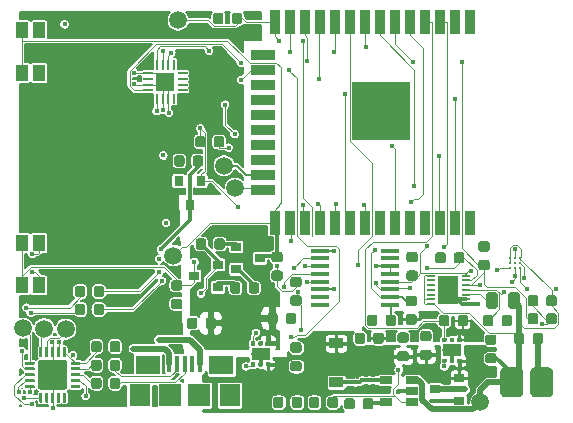
<source format=gbr>
G04 #@! TF.GenerationSoftware,KiCad,Pcbnew,(5.1.5)-3*
G04 #@! TF.CreationDate,2020-06-04T21:55:03-04:00*
G04 #@! TF.ProjectId,SmartWatch V4,536d6172-7457-4617-9463-682056342e6b,rev?*
G04 #@! TF.SameCoordinates,Original*
G04 #@! TF.FileFunction,Copper,L1,Top*
G04 #@! TF.FilePolarity,Positive*
%FSLAX46Y46*%
G04 Gerber Fmt 4.6, Leading zero omitted, Abs format (unit mm)*
G04 Created by KiCad (PCBNEW (5.1.5)-3) date 2020-06-04 21:55:03*
%MOMM*%
%LPD*%
G04 APERTURE LIST*
%ADD10C,0.100000*%
%ADD11R,1.600200X1.600200*%
%ADD12R,0.203200X0.812800*%
%ADD13R,0.812800X0.203200*%
%ADD14C,0.250000*%
%ADD15R,1.803400X2.387600*%
%ADD16R,0.711200X0.152400*%
%ADD17C,0.500000*%
%ADD18R,1.600000X1.000000*%
%ADD19R,0.800000X0.900000*%
%ADD20R,1.500000X0.450000*%
%ADD21R,0.900000X2.000000*%
%ADD22R,2.000000X0.900000*%
%ADD23R,5.000000X5.000000*%
%ADD24R,1.060000X0.650000*%
%ADD25R,1.050000X1.400000*%
%ADD26R,0.900000X0.800000*%
%ADD27C,1.500000*%
%ADD28R,0.400000X1.350000*%
%ADD29R,2.100000X1.600000*%
%ADD30R,1.800000X1.900000*%
%ADD31R,1.900000X1.900000*%
%ADD32R,1.200000X0.900000*%
%ADD33C,0.450000*%
%ADD34C,0.130000*%
%ADD35C,0.300000*%
%ADD36C,0.500000*%
%ADD37C,0.120000*%
%ADD38C,0.200000*%
%ADD39C,0.254000*%
%ADD40C,0.150000*%
G04 APERTURE END LIST*
G04 #@! TA.AperFunction,SMDPad,CuDef*
D10*
G36*
X141127691Y-73576053D02*
G01*
X141148926Y-73579203D01*
X141169750Y-73584419D01*
X141189962Y-73591651D01*
X141209368Y-73600830D01*
X141227781Y-73611866D01*
X141245024Y-73624654D01*
X141260930Y-73639070D01*
X141275346Y-73654976D01*
X141288134Y-73672219D01*
X141299170Y-73690632D01*
X141308349Y-73710038D01*
X141315581Y-73730250D01*
X141320797Y-73751074D01*
X141323947Y-73772309D01*
X141325000Y-73793750D01*
X141325000Y-74306250D01*
X141323947Y-74327691D01*
X141320797Y-74348926D01*
X141315581Y-74369750D01*
X141308349Y-74389962D01*
X141299170Y-74409368D01*
X141288134Y-74427781D01*
X141275346Y-74445024D01*
X141260930Y-74460930D01*
X141245024Y-74475346D01*
X141227781Y-74488134D01*
X141209368Y-74499170D01*
X141189962Y-74508349D01*
X141169750Y-74515581D01*
X141148926Y-74520797D01*
X141127691Y-74523947D01*
X141106250Y-74525000D01*
X140668750Y-74525000D01*
X140647309Y-74523947D01*
X140626074Y-74520797D01*
X140605250Y-74515581D01*
X140585038Y-74508349D01*
X140565632Y-74499170D01*
X140547219Y-74488134D01*
X140529976Y-74475346D01*
X140514070Y-74460930D01*
X140499654Y-74445024D01*
X140486866Y-74427781D01*
X140475830Y-74409368D01*
X140466651Y-74389962D01*
X140459419Y-74369750D01*
X140454203Y-74348926D01*
X140451053Y-74327691D01*
X140450000Y-74306250D01*
X140450000Y-73793750D01*
X140451053Y-73772309D01*
X140454203Y-73751074D01*
X140459419Y-73730250D01*
X140466651Y-73710038D01*
X140475830Y-73690632D01*
X140486866Y-73672219D01*
X140499654Y-73654976D01*
X140514070Y-73639070D01*
X140529976Y-73624654D01*
X140547219Y-73611866D01*
X140565632Y-73600830D01*
X140585038Y-73591651D01*
X140605250Y-73584419D01*
X140626074Y-73579203D01*
X140647309Y-73576053D01*
X140668750Y-73575000D01*
X141106250Y-73575000D01*
X141127691Y-73576053D01*
G37*
G04 #@! TD.AperFunction*
G04 #@! TA.AperFunction,SMDPad,CuDef*
G36*
X139552691Y-73576053D02*
G01*
X139573926Y-73579203D01*
X139594750Y-73584419D01*
X139614962Y-73591651D01*
X139634368Y-73600830D01*
X139652781Y-73611866D01*
X139670024Y-73624654D01*
X139685930Y-73639070D01*
X139700346Y-73654976D01*
X139713134Y-73672219D01*
X139724170Y-73690632D01*
X139733349Y-73710038D01*
X139740581Y-73730250D01*
X139745797Y-73751074D01*
X139748947Y-73772309D01*
X139750000Y-73793750D01*
X139750000Y-74306250D01*
X139748947Y-74327691D01*
X139745797Y-74348926D01*
X139740581Y-74369750D01*
X139733349Y-74389962D01*
X139724170Y-74409368D01*
X139713134Y-74427781D01*
X139700346Y-74445024D01*
X139685930Y-74460930D01*
X139670024Y-74475346D01*
X139652781Y-74488134D01*
X139634368Y-74499170D01*
X139614962Y-74508349D01*
X139594750Y-74515581D01*
X139573926Y-74520797D01*
X139552691Y-74523947D01*
X139531250Y-74525000D01*
X139093750Y-74525000D01*
X139072309Y-74523947D01*
X139051074Y-74520797D01*
X139030250Y-74515581D01*
X139010038Y-74508349D01*
X138990632Y-74499170D01*
X138972219Y-74488134D01*
X138954976Y-74475346D01*
X138939070Y-74460930D01*
X138924654Y-74445024D01*
X138911866Y-74427781D01*
X138900830Y-74409368D01*
X138891651Y-74389962D01*
X138884419Y-74369750D01*
X138879203Y-74348926D01*
X138876053Y-74327691D01*
X138875000Y-74306250D01*
X138875000Y-73793750D01*
X138876053Y-73772309D01*
X138879203Y-73751074D01*
X138884419Y-73730250D01*
X138891651Y-73710038D01*
X138900830Y-73690632D01*
X138911866Y-73672219D01*
X138924654Y-73654976D01*
X138939070Y-73639070D01*
X138954976Y-73624654D01*
X138972219Y-73611866D01*
X138990632Y-73600830D01*
X139010038Y-73591651D01*
X139030250Y-73584419D01*
X139051074Y-73579203D01*
X139072309Y-73576053D01*
X139093750Y-73575000D01*
X139531250Y-73575000D01*
X139552691Y-73576053D01*
G37*
G04 #@! TD.AperFunction*
D11*
X136350000Y-68950000D03*
D12*
X135599999Y-67502200D03*
X136100000Y-67502200D03*
X136600000Y-67502200D03*
X137100001Y-67502200D03*
D13*
X137797800Y-68199999D03*
X137797800Y-68700000D03*
X137797800Y-69200000D03*
X137797800Y-69700001D03*
D12*
X137100001Y-70397800D03*
X136600000Y-70397800D03*
X136100000Y-70397800D03*
X135599999Y-70397800D03*
D13*
X134902200Y-69700001D03*
X134902200Y-69200000D03*
X134902200Y-68700000D03*
X134902200Y-68199999D03*
D14*
X165560000Y-83890000D03*
X165960000Y-83890000D03*
X166360000Y-83890000D03*
X165560000Y-84290000D03*
X165960000Y-84290000D03*
X166360000Y-84290000D03*
X165560000Y-84690000D03*
X165960000Y-84690000D03*
X166360000Y-84690000D03*
D15*
X160300000Y-86580000D03*
D16*
X161798600Y-85380000D03*
X161798600Y-85779999D03*
X161798600Y-86180001D03*
X161798600Y-86580000D03*
X161798600Y-86979999D03*
X161798600Y-87380001D03*
X161798600Y-87780000D03*
X158801400Y-87780000D03*
X158801400Y-87380001D03*
X158801400Y-86979999D03*
X158801400Y-86580000D03*
X158801400Y-86180001D03*
X158801400Y-85779999D03*
X158801400Y-85380000D03*
D17*
X143850000Y-92000000D03*
X144950000Y-92000000D03*
D18*
X144400000Y-92000000D03*
G04 #@! TA.AperFunction,SMDPad,CuDef*
D10*
G36*
X145165439Y-92700451D02*
G01*
X145174540Y-92701801D01*
X145183464Y-92704037D01*
X145192127Y-92707136D01*
X145200443Y-92711070D01*
X145208335Y-92715800D01*
X145215724Y-92721280D01*
X145222541Y-92727459D01*
X145228720Y-92734276D01*
X145234200Y-92741665D01*
X145238930Y-92749557D01*
X145242864Y-92757873D01*
X145245963Y-92766536D01*
X145248199Y-92775460D01*
X145249549Y-92784561D01*
X145250000Y-92793750D01*
X145250000Y-92981250D01*
X145249549Y-92990439D01*
X145248199Y-92999540D01*
X145245963Y-93008464D01*
X145242864Y-93017127D01*
X145238930Y-93025443D01*
X145234200Y-93033335D01*
X145228720Y-93040724D01*
X145222541Y-93047541D01*
X145215724Y-93053720D01*
X145208335Y-93059200D01*
X145200443Y-93063930D01*
X145192127Y-93067864D01*
X145183464Y-93070963D01*
X145174540Y-93073199D01*
X145165439Y-93074549D01*
X145156250Y-93075000D01*
X144943750Y-93075000D01*
X144934561Y-93074549D01*
X144925460Y-93073199D01*
X144916536Y-93070963D01*
X144907873Y-93067864D01*
X144899557Y-93063930D01*
X144891665Y-93059200D01*
X144884276Y-93053720D01*
X144877459Y-93047541D01*
X144871280Y-93040724D01*
X144865800Y-93033335D01*
X144861070Y-93025443D01*
X144857136Y-93017127D01*
X144854037Y-93008464D01*
X144851801Y-92999540D01*
X144850451Y-92990439D01*
X144850000Y-92981250D01*
X144850000Y-92793750D01*
X144850451Y-92784561D01*
X144851801Y-92775460D01*
X144854037Y-92766536D01*
X144857136Y-92757873D01*
X144861070Y-92749557D01*
X144865800Y-92741665D01*
X144871280Y-92734276D01*
X144877459Y-92727459D01*
X144884276Y-92721280D01*
X144891665Y-92715800D01*
X144899557Y-92711070D01*
X144907873Y-92707136D01*
X144916536Y-92704037D01*
X144925460Y-92701801D01*
X144934561Y-92700451D01*
X144943750Y-92700000D01*
X145156250Y-92700000D01*
X145165439Y-92700451D01*
G37*
G04 #@! TD.AperFunction*
G04 #@! TA.AperFunction,SMDPad,CuDef*
G36*
X144515439Y-92700451D02*
G01*
X144524540Y-92701801D01*
X144533464Y-92704037D01*
X144542127Y-92707136D01*
X144550443Y-92711070D01*
X144558335Y-92715800D01*
X144565724Y-92721280D01*
X144572541Y-92727459D01*
X144578720Y-92734276D01*
X144584200Y-92741665D01*
X144588930Y-92749557D01*
X144592864Y-92757873D01*
X144595963Y-92766536D01*
X144598199Y-92775460D01*
X144599549Y-92784561D01*
X144600000Y-92793750D01*
X144600000Y-92981250D01*
X144599549Y-92990439D01*
X144598199Y-92999540D01*
X144595963Y-93008464D01*
X144592864Y-93017127D01*
X144588930Y-93025443D01*
X144584200Y-93033335D01*
X144578720Y-93040724D01*
X144572541Y-93047541D01*
X144565724Y-93053720D01*
X144558335Y-93059200D01*
X144550443Y-93063930D01*
X144542127Y-93067864D01*
X144533464Y-93070963D01*
X144524540Y-93073199D01*
X144515439Y-93074549D01*
X144506250Y-93075000D01*
X144293750Y-93075000D01*
X144284561Y-93074549D01*
X144275460Y-93073199D01*
X144266536Y-93070963D01*
X144257873Y-93067864D01*
X144249557Y-93063930D01*
X144241665Y-93059200D01*
X144234276Y-93053720D01*
X144227459Y-93047541D01*
X144221280Y-93040724D01*
X144215800Y-93033335D01*
X144211070Y-93025443D01*
X144207136Y-93017127D01*
X144204037Y-93008464D01*
X144201801Y-92999540D01*
X144200451Y-92990439D01*
X144200000Y-92981250D01*
X144200000Y-92793750D01*
X144200451Y-92784561D01*
X144201801Y-92775460D01*
X144204037Y-92766536D01*
X144207136Y-92757873D01*
X144211070Y-92749557D01*
X144215800Y-92741665D01*
X144221280Y-92734276D01*
X144227459Y-92727459D01*
X144234276Y-92721280D01*
X144241665Y-92715800D01*
X144249557Y-92711070D01*
X144257873Y-92707136D01*
X144266536Y-92704037D01*
X144275460Y-92701801D01*
X144284561Y-92700451D01*
X144293750Y-92700000D01*
X144506250Y-92700000D01*
X144515439Y-92700451D01*
G37*
G04 #@! TD.AperFunction*
G04 #@! TA.AperFunction,SMDPad,CuDef*
G36*
X143865439Y-92700451D02*
G01*
X143874540Y-92701801D01*
X143883464Y-92704037D01*
X143892127Y-92707136D01*
X143900443Y-92711070D01*
X143908335Y-92715800D01*
X143915724Y-92721280D01*
X143922541Y-92727459D01*
X143928720Y-92734276D01*
X143934200Y-92741665D01*
X143938930Y-92749557D01*
X143942864Y-92757873D01*
X143945963Y-92766536D01*
X143948199Y-92775460D01*
X143949549Y-92784561D01*
X143950000Y-92793750D01*
X143950000Y-92981250D01*
X143949549Y-92990439D01*
X143948199Y-92999540D01*
X143945963Y-93008464D01*
X143942864Y-93017127D01*
X143938930Y-93025443D01*
X143934200Y-93033335D01*
X143928720Y-93040724D01*
X143922541Y-93047541D01*
X143915724Y-93053720D01*
X143908335Y-93059200D01*
X143900443Y-93063930D01*
X143892127Y-93067864D01*
X143883464Y-93070963D01*
X143874540Y-93073199D01*
X143865439Y-93074549D01*
X143856250Y-93075000D01*
X143643750Y-93075000D01*
X143634561Y-93074549D01*
X143625460Y-93073199D01*
X143616536Y-93070963D01*
X143607873Y-93067864D01*
X143599557Y-93063930D01*
X143591665Y-93059200D01*
X143584276Y-93053720D01*
X143577459Y-93047541D01*
X143571280Y-93040724D01*
X143565800Y-93033335D01*
X143561070Y-93025443D01*
X143557136Y-93017127D01*
X143554037Y-93008464D01*
X143551801Y-92999540D01*
X143550451Y-92990439D01*
X143550000Y-92981250D01*
X143550000Y-92793750D01*
X143550451Y-92784561D01*
X143551801Y-92775460D01*
X143554037Y-92766536D01*
X143557136Y-92757873D01*
X143561070Y-92749557D01*
X143565800Y-92741665D01*
X143571280Y-92734276D01*
X143577459Y-92727459D01*
X143584276Y-92721280D01*
X143591665Y-92715800D01*
X143599557Y-92711070D01*
X143607873Y-92707136D01*
X143616536Y-92704037D01*
X143625460Y-92701801D01*
X143634561Y-92700451D01*
X143643750Y-92700000D01*
X143856250Y-92700000D01*
X143865439Y-92700451D01*
G37*
G04 #@! TD.AperFunction*
G04 #@! TA.AperFunction,SMDPad,CuDef*
G36*
X143865439Y-90925451D02*
G01*
X143874540Y-90926801D01*
X143883464Y-90929037D01*
X143892127Y-90932136D01*
X143900443Y-90936070D01*
X143908335Y-90940800D01*
X143915724Y-90946280D01*
X143922541Y-90952459D01*
X143928720Y-90959276D01*
X143934200Y-90966665D01*
X143938930Y-90974557D01*
X143942864Y-90982873D01*
X143945963Y-90991536D01*
X143948199Y-91000460D01*
X143949549Y-91009561D01*
X143950000Y-91018750D01*
X143950000Y-91206250D01*
X143949549Y-91215439D01*
X143948199Y-91224540D01*
X143945963Y-91233464D01*
X143942864Y-91242127D01*
X143938930Y-91250443D01*
X143934200Y-91258335D01*
X143928720Y-91265724D01*
X143922541Y-91272541D01*
X143915724Y-91278720D01*
X143908335Y-91284200D01*
X143900443Y-91288930D01*
X143892127Y-91292864D01*
X143883464Y-91295963D01*
X143874540Y-91298199D01*
X143865439Y-91299549D01*
X143856250Y-91300000D01*
X143643750Y-91300000D01*
X143634561Y-91299549D01*
X143625460Y-91298199D01*
X143616536Y-91295963D01*
X143607873Y-91292864D01*
X143599557Y-91288930D01*
X143591665Y-91284200D01*
X143584276Y-91278720D01*
X143577459Y-91272541D01*
X143571280Y-91265724D01*
X143565800Y-91258335D01*
X143561070Y-91250443D01*
X143557136Y-91242127D01*
X143554037Y-91233464D01*
X143551801Y-91224540D01*
X143550451Y-91215439D01*
X143550000Y-91206250D01*
X143550000Y-91018750D01*
X143550451Y-91009561D01*
X143551801Y-91000460D01*
X143554037Y-90991536D01*
X143557136Y-90982873D01*
X143561070Y-90974557D01*
X143565800Y-90966665D01*
X143571280Y-90959276D01*
X143577459Y-90952459D01*
X143584276Y-90946280D01*
X143591665Y-90940800D01*
X143599557Y-90936070D01*
X143607873Y-90932136D01*
X143616536Y-90929037D01*
X143625460Y-90926801D01*
X143634561Y-90925451D01*
X143643750Y-90925000D01*
X143856250Y-90925000D01*
X143865439Y-90925451D01*
G37*
G04 #@! TD.AperFunction*
G04 #@! TA.AperFunction,SMDPad,CuDef*
G36*
X144515439Y-90925451D02*
G01*
X144524540Y-90926801D01*
X144533464Y-90929037D01*
X144542127Y-90932136D01*
X144550443Y-90936070D01*
X144558335Y-90940800D01*
X144565724Y-90946280D01*
X144572541Y-90952459D01*
X144578720Y-90959276D01*
X144584200Y-90966665D01*
X144588930Y-90974557D01*
X144592864Y-90982873D01*
X144595963Y-90991536D01*
X144598199Y-91000460D01*
X144599549Y-91009561D01*
X144600000Y-91018750D01*
X144600000Y-91206250D01*
X144599549Y-91215439D01*
X144598199Y-91224540D01*
X144595963Y-91233464D01*
X144592864Y-91242127D01*
X144588930Y-91250443D01*
X144584200Y-91258335D01*
X144578720Y-91265724D01*
X144572541Y-91272541D01*
X144565724Y-91278720D01*
X144558335Y-91284200D01*
X144550443Y-91288930D01*
X144542127Y-91292864D01*
X144533464Y-91295963D01*
X144524540Y-91298199D01*
X144515439Y-91299549D01*
X144506250Y-91300000D01*
X144293750Y-91300000D01*
X144284561Y-91299549D01*
X144275460Y-91298199D01*
X144266536Y-91295963D01*
X144257873Y-91292864D01*
X144249557Y-91288930D01*
X144241665Y-91284200D01*
X144234276Y-91278720D01*
X144227459Y-91272541D01*
X144221280Y-91265724D01*
X144215800Y-91258335D01*
X144211070Y-91250443D01*
X144207136Y-91242127D01*
X144204037Y-91233464D01*
X144201801Y-91224540D01*
X144200451Y-91215439D01*
X144200000Y-91206250D01*
X144200000Y-91018750D01*
X144200451Y-91009561D01*
X144201801Y-91000460D01*
X144204037Y-90991536D01*
X144207136Y-90982873D01*
X144211070Y-90974557D01*
X144215800Y-90966665D01*
X144221280Y-90959276D01*
X144227459Y-90952459D01*
X144234276Y-90946280D01*
X144241665Y-90940800D01*
X144249557Y-90936070D01*
X144257873Y-90932136D01*
X144266536Y-90929037D01*
X144275460Y-90926801D01*
X144284561Y-90925451D01*
X144293750Y-90925000D01*
X144506250Y-90925000D01*
X144515439Y-90925451D01*
G37*
G04 #@! TD.AperFunction*
G04 #@! TA.AperFunction,SMDPad,CuDef*
G36*
X145165439Y-90925451D02*
G01*
X145174540Y-90926801D01*
X145183464Y-90929037D01*
X145192127Y-90932136D01*
X145200443Y-90936070D01*
X145208335Y-90940800D01*
X145215724Y-90946280D01*
X145222541Y-90952459D01*
X145228720Y-90959276D01*
X145234200Y-90966665D01*
X145238930Y-90974557D01*
X145242864Y-90982873D01*
X145245963Y-90991536D01*
X145248199Y-91000460D01*
X145249549Y-91009561D01*
X145250000Y-91018750D01*
X145250000Y-91206250D01*
X145249549Y-91215439D01*
X145248199Y-91224540D01*
X145245963Y-91233464D01*
X145242864Y-91242127D01*
X145238930Y-91250443D01*
X145234200Y-91258335D01*
X145228720Y-91265724D01*
X145222541Y-91272541D01*
X145215724Y-91278720D01*
X145208335Y-91284200D01*
X145200443Y-91288930D01*
X145192127Y-91292864D01*
X145183464Y-91295963D01*
X145174540Y-91298199D01*
X145165439Y-91299549D01*
X145156250Y-91300000D01*
X144943750Y-91300000D01*
X144934561Y-91299549D01*
X144925460Y-91298199D01*
X144916536Y-91295963D01*
X144907873Y-91292864D01*
X144899557Y-91288930D01*
X144891665Y-91284200D01*
X144884276Y-91278720D01*
X144877459Y-91272541D01*
X144871280Y-91265724D01*
X144865800Y-91258335D01*
X144861070Y-91250443D01*
X144857136Y-91242127D01*
X144854037Y-91233464D01*
X144851801Y-91224540D01*
X144850451Y-91215439D01*
X144850000Y-91206250D01*
X144850000Y-91018750D01*
X144850451Y-91009561D01*
X144851801Y-91000460D01*
X144854037Y-90991536D01*
X144857136Y-90982873D01*
X144861070Y-90974557D01*
X144865800Y-90966665D01*
X144871280Y-90959276D01*
X144877459Y-90952459D01*
X144884276Y-90946280D01*
X144891665Y-90940800D01*
X144899557Y-90936070D01*
X144907873Y-90932136D01*
X144916536Y-90929037D01*
X144925460Y-90926801D01*
X144934561Y-90925451D01*
X144943750Y-90925000D01*
X145156250Y-90925000D01*
X145165439Y-90925451D01*
G37*
G04 #@! TD.AperFunction*
G04 #@! TA.AperFunction,SMDPad,CuDef*
G36*
X139340191Y-75196053D02*
G01*
X139361426Y-75199203D01*
X139382250Y-75204419D01*
X139402462Y-75211651D01*
X139421868Y-75220830D01*
X139440281Y-75231866D01*
X139457524Y-75244654D01*
X139473430Y-75259070D01*
X139487846Y-75274976D01*
X139500634Y-75292219D01*
X139511670Y-75310632D01*
X139520849Y-75330038D01*
X139528081Y-75350250D01*
X139533297Y-75371074D01*
X139536447Y-75392309D01*
X139537500Y-75413750D01*
X139537500Y-75926250D01*
X139536447Y-75947691D01*
X139533297Y-75968926D01*
X139528081Y-75989750D01*
X139520849Y-76009962D01*
X139511670Y-76029368D01*
X139500634Y-76047781D01*
X139487846Y-76065024D01*
X139473430Y-76080930D01*
X139457524Y-76095346D01*
X139440281Y-76108134D01*
X139421868Y-76119170D01*
X139402462Y-76128349D01*
X139382250Y-76135581D01*
X139361426Y-76140797D01*
X139340191Y-76143947D01*
X139318750Y-76145000D01*
X138881250Y-76145000D01*
X138859809Y-76143947D01*
X138838574Y-76140797D01*
X138817750Y-76135581D01*
X138797538Y-76128349D01*
X138778132Y-76119170D01*
X138759719Y-76108134D01*
X138742476Y-76095346D01*
X138726570Y-76080930D01*
X138712154Y-76065024D01*
X138699366Y-76047781D01*
X138688330Y-76029368D01*
X138679151Y-76009962D01*
X138671919Y-75989750D01*
X138666703Y-75968926D01*
X138663553Y-75947691D01*
X138662500Y-75926250D01*
X138662500Y-75413750D01*
X138663553Y-75392309D01*
X138666703Y-75371074D01*
X138671919Y-75350250D01*
X138679151Y-75330038D01*
X138688330Y-75310632D01*
X138699366Y-75292219D01*
X138712154Y-75274976D01*
X138726570Y-75259070D01*
X138742476Y-75244654D01*
X138759719Y-75231866D01*
X138778132Y-75220830D01*
X138797538Y-75211651D01*
X138817750Y-75204419D01*
X138838574Y-75199203D01*
X138859809Y-75196053D01*
X138881250Y-75195000D01*
X139318750Y-75195000D01*
X139340191Y-75196053D01*
G37*
G04 #@! TD.AperFunction*
G04 #@! TA.AperFunction,SMDPad,CuDef*
G36*
X137765191Y-75196053D02*
G01*
X137786426Y-75199203D01*
X137807250Y-75204419D01*
X137827462Y-75211651D01*
X137846868Y-75220830D01*
X137865281Y-75231866D01*
X137882524Y-75244654D01*
X137898430Y-75259070D01*
X137912846Y-75274976D01*
X137925634Y-75292219D01*
X137936670Y-75310632D01*
X137945849Y-75330038D01*
X137953081Y-75350250D01*
X137958297Y-75371074D01*
X137961447Y-75392309D01*
X137962500Y-75413750D01*
X137962500Y-75926250D01*
X137961447Y-75947691D01*
X137958297Y-75968926D01*
X137953081Y-75989750D01*
X137945849Y-76009962D01*
X137936670Y-76029368D01*
X137925634Y-76047781D01*
X137912846Y-76065024D01*
X137898430Y-76080930D01*
X137882524Y-76095346D01*
X137865281Y-76108134D01*
X137846868Y-76119170D01*
X137827462Y-76128349D01*
X137807250Y-76135581D01*
X137786426Y-76140797D01*
X137765191Y-76143947D01*
X137743750Y-76145000D01*
X137306250Y-76145000D01*
X137284809Y-76143947D01*
X137263574Y-76140797D01*
X137242750Y-76135581D01*
X137222538Y-76128349D01*
X137203132Y-76119170D01*
X137184719Y-76108134D01*
X137167476Y-76095346D01*
X137151570Y-76080930D01*
X137137154Y-76065024D01*
X137124366Y-76047781D01*
X137113330Y-76029368D01*
X137104151Y-76009962D01*
X137096919Y-75989750D01*
X137091703Y-75968926D01*
X137088553Y-75947691D01*
X137087500Y-75926250D01*
X137087500Y-75413750D01*
X137088553Y-75392309D01*
X137091703Y-75371074D01*
X137096919Y-75350250D01*
X137104151Y-75330038D01*
X137113330Y-75310632D01*
X137124366Y-75292219D01*
X137137154Y-75274976D01*
X137151570Y-75259070D01*
X137167476Y-75244654D01*
X137184719Y-75231866D01*
X137203132Y-75220830D01*
X137222538Y-75211651D01*
X137242750Y-75204419D01*
X137263574Y-75199203D01*
X137284809Y-75196053D01*
X137306250Y-75195000D01*
X137743750Y-75195000D01*
X137765191Y-75196053D01*
G37*
G04 #@! TD.AperFunction*
D19*
X138420000Y-79360000D03*
X137470000Y-77360000D03*
X139370000Y-77360000D03*
G04 #@! TA.AperFunction,SMDPad,CuDef*
D10*
G36*
X164254642Y-86778774D02*
G01*
X164278303Y-86782284D01*
X164301507Y-86788096D01*
X164324029Y-86796154D01*
X164345653Y-86806382D01*
X164366170Y-86818679D01*
X164385383Y-86832929D01*
X164403107Y-86848993D01*
X164419171Y-86866717D01*
X164433421Y-86885930D01*
X164445718Y-86906447D01*
X164455946Y-86928071D01*
X164464004Y-86950593D01*
X164469816Y-86973797D01*
X164473326Y-86997458D01*
X164474500Y-87021350D01*
X164474500Y-87933850D01*
X164473326Y-87957742D01*
X164469816Y-87981403D01*
X164464004Y-88004607D01*
X164455946Y-88027129D01*
X164445718Y-88048753D01*
X164433421Y-88069270D01*
X164419171Y-88088483D01*
X164403107Y-88106207D01*
X164385383Y-88122271D01*
X164366170Y-88136521D01*
X164345653Y-88148818D01*
X164324029Y-88159046D01*
X164301507Y-88167104D01*
X164278303Y-88172916D01*
X164254642Y-88176426D01*
X164230750Y-88177600D01*
X163743250Y-88177600D01*
X163719358Y-88176426D01*
X163695697Y-88172916D01*
X163672493Y-88167104D01*
X163649971Y-88159046D01*
X163628347Y-88148818D01*
X163607830Y-88136521D01*
X163588617Y-88122271D01*
X163570893Y-88106207D01*
X163554829Y-88088483D01*
X163540579Y-88069270D01*
X163528282Y-88048753D01*
X163518054Y-88027129D01*
X163509996Y-88004607D01*
X163504184Y-87981403D01*
X163500674Y-87957742D01*
X163499500Y-87933850D01*
X163499500Y-87021350D01*
X163500674Y-86997458D01*
X163504184Y-86973797D01*
X163509996Y-86950593D01*
X163518054Y-86928071D01*
X163528282Y-86906447D01*
X163540579Y-86885930D01*
X163554829Y-86866717D01*
X163570893Y-86848993D01*
X163588617Y-86832929D01*
X163607830Y-86818679D01*
X163628347Y-86806382D01*
X163649971Y-86796154D01*
X163672493Y-86788096D01*
X163695697Y-86782284D01*
X163719358Y-86778774D01*
X163743250Y-86777600D01*
X164230750Y-86777600D01*
X164254642Y-86778774D01*
G37*
G04 #@! TD.AperFunction*
G04 #@! TA.AperFunction,SMDPad,CuDef*
G36*
X166129642Y-86778774D02*
G01*
X166153303Y-86782284D01*
X166176507Y-86788096D01*
X166199029Y-86796154D01*
X166220653Y-86806382D01*
X166241170Y-86818679D01*
X166260383Y-86832929D01*
X166278107Y-86848993D01*
X166294171Y-86866717D01*
X166308421Y-86885930D01*
X166320718Y-86906447D01*
X166330946Y-86928071D01*
X166339004Y-86950593D01*
X166344816Y-86973797D01*
X166348326Y-86997458D01*
X166349500Y-87021350D01*
X166349500Y-87933850D01*
X166348326Y-87957742D01*
X166344816Y-87981403D01*
X166339004Y-88004607D01*
X166330946Y-88027129D01*
X166320718Y-88048753D01*
X166308421Y-88069270D01*
X166294171Y-88088483D01*
X166278107Y-88106207D01*
X166260383Y-88122271D01*
X166241170Y-88136521D01*
X166220653Y-88148818D01*
X166199029Y-88159046D01*
X166176507Y-88167104D01*
X166153303Y-88172916D01*
X166129642Y-88176426D01*
X166105750Y-88177600D01*
X165618250Y-88177600D01*
X165594358Y-88176426D01*
X165570697Y-88172916D01*
X165547493Y-88167104D01*
X165524971Y-88159046D01*
X165503347Y-88148818D01*
X165482830Y-88136521D01*
X165463617Y-88122271D01*
X165445893Y-88106207D01*
X165429829Y-88088483D01*
X165415579Y-88069270D01*
X165403282Y-88048753D01*
X165393054Y-88027129D01*
X165384996Y-88004607D01*
X165379184Y-87981403D01*
X165375674Y-87957742D01*
X165374500Y-87933850D01*
X165374500Y-87021350D01*
X165375674Y-86997458D01*
X165379184Y-86973797D01*
X165384996Y-86950593D01*
X165393054Y-86928071D01*
X165403282Y-86906447D01*
X165415579Y-86885930D01*
X165429829Y-86866717D01*
X165445893Y-86848993D01*
X165463617Y-86832929D01*
X165482830Y-86818679D01*
X165503347Y-86806382D01*
X165524971Y-86796154D01*
X165547493Y-86788096D01*
X165570697Y-86782284D01*
X165594358Y-86778774D01*
X165618250Y-86777600D01*
X166105750Y-86777600D01*
X166129642Y-86778774D01*
G37*
G04 #@! TD.AperFunction*
G04 #@! TA.AperFunction,SMDPad,CuDef*
G36*
X165492591Y-88705453D02*
G01*
X165513826Y-88708603D01*
X165534650Y-88713819D01*
X165554862Y-88721051D01*
X165574268Y-88730230D01*
X165592681Y-88741266D01*
X165609924Y-88754054D01*
X165625830Y-88768470D01*
X165640246Y-88784376D01*
X165653034Y-88801619D01*
X165664070Y-88820032D01*
X165673249Y-88839438D01*
X165680481Y-88859650D01*
X165685697Y-88880474D01*
X165688847Y-88901709D01*
X165689900Y-88923150D01*
X165689900Y-89435650D01*
X165688847Y-89457091D01*
X165685697Y-89478326D01*
X165680481Y-89499150D01*
X165673249Y-89519362D01*
X165664070Y-89538768D01*
X165653034Y-89557181D01*
X165640246Y-89574424D01*
X165625830Y-89590330D01*
X165609924Y-89604746D01*
X165592681Y-89617534D01*
X165574268Y-89628570D01*
X165554862Y-89637749D01*
X165534650Y-89644981D01*
X165513826Y-89650197D01*
X165492591Y-89653347D01*
X165471150Y-89654400D01*
X165033650Y-89654400D01*
X165012209Y-89653347D01*
X164990974Y-89650197D01*
X164970150Y-89644981D01*
X164949938Y-89637749D01*
X164930532Y-89628570D01*
X164912119Y-89617534D01*
X164894876Y-89604746D01*
X164878970Y-89590330D01*
X164864554Y-89574424D01*
X164851766Y-89557181D01*
X164840730Y-89538768D01*
X164831551Y-89519362D01*
X164824319Y-89499150D01*
X164819103Y-89478326D01*
X164815953Y-89457091D01*
X164814900Y-89435650D01*
X164814900Y-88923150D01*
X164815953Y-88901709D01*
X164819103Y-88880474D01*
X164824319Y-88859650D01*
X164831551Y-88839438D01*
X164840730Y-88820032D01*
X164851766Y-88801619D01*
X164864554Y-88784376D01*
X164878970Y-88768470D01*
X164894876Y-88754054D01*
X164912119Y-88741266D01*
X164930532Y-88730230D01*
X164949938Y-88721051D01*
X164970150Y-88713819D01*
X164990974Y-88708603D01*
X165012209Y-88705453D01*
X165033650Y-88704400D01*
X165471150Y-88704400D01*
X165492591Y-88705453D01*
G37*
G04 #@! TD.AperFunction*
G04 #@! TA.AperFunction,SMDPad,CuDef*
G36*
X163917591Y-88705453D02*
G01*
X163938826Y-88708603D01*
X163959650Y-88713819D01*
X163979862Y-88721051D01*
X163999268Y-88730230D01*
X164017681Y-88741266D01*
X164034924Y-88754054D01*
X164050830Y-88768470D01*
X164065246Y-88784376D01*
X164078034Y-88801619D01*
X164089070Y-88820032D01*
X164098249Y-88839438D01*
X164105481Y-88859650D01*
X164110697Y-88880474D01*
X164113847Y-88901709D01*
X164114900Y-88923150D01*
X164114900Y-89435650D01*
X164113847Y-89457091D01*
X164110697Y-89478326D01*
X164105481Y-89499150D01*
X164098249Y-89519362D01*
X164089070Y-89538768D01*
X164078034Y-89557181D01*
X164065246Y-89574424D01*
X164050830Y-89590330D01*
X164034924Y-89604746D01*
X164017681Y-89617534D01*
X163999268Y-89628570D01*
X163979862Y-89637749D01*
X163959650Y-89644981D01*
X163938826Y-89650197D01*
X163917591Y-89653347D01*
X163896150Y-89654400D01*
X163458650Y-89654400D01*
X163437209Y-89653347D01*
X163415974Y-89650197D01*
X163395150Y-89644981D01*
X163374938Y-89637749D01*
X163355532Y-89628570D01*
X163337119Y-89617534D01*
X163319876Y-89604746D01*
X163303970Y-89590330D01*
X163289554Y-89574424D01*
X163276766Y-89557181D01*
X163265730Y-89538768D01*
X163256551Y-89519362D01*
X163249319Y-89499150D01*
X163244103Y-89478326D01*
X163240953Y-89457091D01*
X163239900Y-89435650D01*
X163239900Y-88923150D01*
X163240953Y-88901709D01*
X163244103Y-88880474D01*
X163249319Y-88859650D01*
X163256551Y-88839438D01*
X163265730Y-88820032D01*
X163276766Y-88801619D01*
X163289554Y-88784376D01*
X163303970Y-88768470D01*
X163319876Y-88754054D01*
X163337119Y-88741266D01*
X163355532Y-88730230D01*
X163374938Y-88721051D01*
X163395150Y-88713819D01*
X163415974Y-88708603D01*
X163437209Y-88705453D01*
X163458650Y-88704400D01*
X163896150Y-88704400D01*
X163917591Y-88705453D01*
G37*
G04 #@! TD.AperFunction*
G04 #@! TA.AperFunction,SMDPad,CuDef*
G36*
X130745191Y-92490053D02*
G01*
X130766426Y-92493203D01*
X130787250Y-92498419D01*
X130807462Y-92505651D01*
X130826868Y-92514830D01*
X130845281Y-92525866D01*
X130862524Y-92538654D01*
X130878430Y-92553070D01*
X130892846Y-92568976D01*
X130905634Y-92586219D01*
X130916670Y-92604632D01*
X130925849Y-92624038D01*
X130933081Y-92644250D01*
X130938297Y-92665074D01*
X130941447Y-92686309D01*
X130942500Y-92707750D01*
X130942500Y-93220250D01*
X130941447Y-93241691D01*
X130938297Y-93262926D01*
X130933081Y-93283750D01*
X130925849Y-93303962D01*
X130916670Y-93323368D01*
X130905634Y-93341781D01*
X130892846Y-93359024D01*
X130878430Y-93374930D01*
X130862524Y-93389346D01*
X130845281Y-93402134D01*
X130826868Y-93413170D01*
X130807462Y-93422349D01*
X130787250Y-93429581D01*
X130766426Y-93434797D01*
X130745191Y-93437947D01*
X130723750Y-93439000D01*
X130286250Y-93439000D01*
X130264809Y-93437947D01*
X130243574Y-93434797D01*
X130222750Y-93429581D01*
X130202538Y-93422349D01*
X130183132Y-93413170D01*
X130164719Y-93402134D01*
X130147476Y-93389346D01*
X130131570Y-93374930D01*
X130117154Y-93359024D01*
X130104366Y-93341781D01*
X130093330Y-93323368D01*
X130084151Y-93303962D01*
X130076919Y-93283750D01*
X130071703Y-93262926D01*
X130068553Y-93241691D01*
X130067500Y-93220250D01*
X130067500Y-92707750D01*
X130068553Y-92686309D01*
X130071703Y-92665074D01*
X130076919Y-92644250D01*
X130084151Y-92624038D01*
X130093330Y-92604632D01*
X130104366Y-92586219D01*
X130117154Y-92568976D01*
X130131570Y-92553070D01*
X130147476Y-92538654D01*
X130164719Y-92525866D01*
X130183132Y-92514830D01*
X130202538Y-92505651D01*
X130222750Y-92498419D01*
X130243574Y-92493203D01*
X130264809Y-92490053D01*
X130286250Y-92489000D01*
X130723750Y-92489000D01*
X130745191Y-92490053D01*
G37*
G04 #@! TD.AperFunction*
G04 #@! TA.AperFunction,SMDPad,CuDef*
G36*
X132320191Y-92490053D02*
G01*
X132341426Y-92493203D01*
X132362250Y-92498419D01*
X132382462Y-92505651D01*
X132401868Y-92514830D01*
X132420281Y-92525866D01*
X132437524Y-92538654D01*
X132453430Y-92553070D01*
X132467846Y-92568976D01*
X132480634Y-92586219D01*
X132491670Y-92604632D01*
X132500849Y-92624038D01*
X132508081Y-92644250D01*
X132513297Y-92665074D01*
X132516447Y-92686309D01*
X132517500Y-92707750D01*
X132517500Y-93220250D01*
X132516447Y-93241691D01*
X132513297Y-93262926D01*
X132508081Y-93283750D01*
X132500849Y-93303962D01*
X132491670Y-93323368D01*
X132480634Y-93341781D01*
X132467846Y-93359024D01*
X132453430Y-93374930D01*
X132437524Y-93389346D01*
X132420281Y-93402134D01*
X132401868Y-93413170D01*
X132382462Y-93422349D01*
X132362250Y-93429581D01*
X132341426Y-93434797D01*
X132320191Y-93437947D01*
X132298750Y-93439000D01*
X131861250Y-93439000D01*
X131839809Y-93437947D01*
X131818574Y-93434797D01*
X131797750Y-93429581D01*
X131777538Y-93422349D01*
X131758132Y-93413170D01*
X131739719Y-93402134D01*
X131722476Y-93389346D01*
X131706570Y-93374930D01*
X131692154Y-93359024D01*
X131679366Y-93341781D01*
X131668330Y-93323368D01*
X131659151Y-93303962D01*
X131651919Y-93283750D01*
X131646703Y-93262926D01*
X131643553Y-93241691D01*
X131642500Y-93220250D01*
X131642500Y-92707750D01*
X131643553Y-92686309D01*
X131646703Y-92665074D01*
X131651919Y-92644250D01*
X131659151Y-92624038D01*
X131668330Y-92604632D01*
X131679366Y-92586219D01*
X131692154Y-92568976D01*
X131706570Y-92553070D01*
X131722476Y-92538654D01*
X131739719Y-92525866D01*
X131758132Y-92514830D01*
X131777538Y-92505651D01*
X131797750Y-92498419D01*
X131818574Y-92493203D01*
X131839809Y-92490053D01*
X131861250Y-92489000D01*
X132298750Y-92489000D01*
X132320191Y-92490053D01*
G37*
G04 #@! TD.AperFunction*
G04 #@! TA.AperFunction,SMDPad,CuDef*
G36*
X130745191Y-94014053D02*
G01*
X130766426Y-94017203D01*
X130787250Y-94022419D01*
X130807462Y-94029651D01*
X130826868Y-94038830D01*
X130845281Y-94049866D01*
X130862524Y-94062654D01*
X130878430Y-94077070D01*
X130892846Y-94092976D01*
X130905634Y-94110219D01*
X130916670Y-94128632D01*
X130925849Y-94148038D01*
X130933081Y-94168250D01*
X130938297Y-94189074D01*
X130941447Y-94210309D01*
X130942500Y-94231750D01*
X130942500Y-94744250D01*
X130941447Y-94765691D01*
X130938297Y-94786926D01*
X130933081Y-94807750D01*
X130925849Y-94827962D01*
X130916670Y-94847368D01*
X130905634Y-94865781D01*
X130892846Y-94883024D01*
X130878430Y-94898930D01*
X130862524Y-94913346D01*
X130845281Y-94926134D01*
X130826868Y-94937170D01*
X130807462Y-94946349D01*
X130787250Y-94953581D01*
X130766426Y-94958797D01*
X130745191Y-94961947D01*
X130723750Y-94963000D01*
X130286250Y-94963000D01*
X130264809Y-94961947D01*
X130243574Y-94958797D01*
X130222750Y-94953581D01*
X130202538Y-94946349D01*
X130183132Y-94937170D01*
X130164719Y-94926134D01*
X130147476Y-94913346D01*
X130131570Y-94898930D01*
X130117154Y-94883024D01*
X130104366Y-94865781D01*
X130093330Y-94847368D01*
X130084151Y-94827962D01*
X130076919Y-94807750D01*
X130071703Y-94786926D01*
X130068553Y-94765691D01*
X130067500Y-94744250D01*
X130067500Y-94231750D01*
X130068553Y-94210309D01*
X130071703Y-94189074D01*
X130076919Y-94168250D01*
X130084151Y-94148038D01*
X130093330Y-94128632D01*
X130104366Y-94110219D01*
X130117154Y-94092976D01*
X130131570Y-94077070D01*
X130147476Y-94062654D01*
X130164719Y-94049866D01*
X130183132Y-94038830D01*
X130202538Y-94029651D01*
X130222750Y-94022419D01*
X130243574Y-94017203D01*
X130264809Y-94014053D01*
X130286250Y-94013000D01*
X130723750Y-94013000D01*
X130745191Y-94014053D01*
G37*
G04 #@! TD.AperFunction*
G04 #@! TA.AperFunction,SMDPad,CuDef*
G36*
X132320191Y-94014053D02*
G01*
X132341426Y-94017203D01*
X132362250Y-94022419D01*
X132382462Y-94029651D01*
X132401868Y-94038830D01*
X132420281Y-94049866D01*
X132437524Y-94062654D01*
X132453430Y-94077070D01*
X132467846Y-94092976D01*
X132480634Y-94110219D01*
X132491670Y-94128632D01*
X132500849Y-94148038D01*
X132508081Y-94168250D01*
X132513297Y-94189074D01*
X132516447Y-94210309D01*
X132517500Y-94231750D01*
X132517500Y-94744250D01*
X132516447Y-94765691D01*
X132513297Y-94786926D01*
X132508081Y-94807750D01*
X132500849Y-94827962D01*
X132491670Y-94847368D01*
X132480634Y-94865781D01*
X132467846Y-94883024D01*
X132453430Y-94898930D01*
X132437524Y-94913346D01*
X132420281Y-94926134D01*
X132401868Y-94937170D01*
X132382462Y-94946349D01*
X132362250Y-94953581D01*
X132341426Y-94958797D01*
X132320191Y-94961947D01*
X132298750Y-94963000D01*
X131861250Y-94963000D01*
X131839809Y-94961947D01*
X131818574Y-94958797D01*
X131797750Y-94953581D01*
X131777538Y-94946349D01*
X131758132Y-94937170D01*
X131739719Y-94926134D01*
X131722476Y-94913346D01*
X131706570Y-94898930D01*
X131692154Y-94883024D01*
X131679366Y-94865781D01*
X131668330Y-94847368D01*
X131659151Y-94827962D01*
X131651919Y-94807750D01*
X131646703Y-94786926D01*
X131643553Y-94765691D01*
X131642500Y-94744250D01*
X131642500Y-94231750D01*
X131643553Y-94210309D01*
X131646703Y-94189074D01*
X131651919Y-94168250D01*
X131659151Y-94148038D01*
X131668330Y-94128632D01*
X131679366Y-94110219D01*
X131692154Y-94092976D01*
X131706570Y-94077070D01*
X131722476Y-94062654D01*
X131739719Y-94049866D01*
X131758132Y-94038830D01*
X131777538Y-94029651D01*
X131797750Y-94022419D01*
X131818574Y-94017203D01*
X131839809Y-94014053D01*
X131861250Y-94013000D01*
X132298750Y-94013000D01*
X132320191Y-94014053D01*
G37*
G04 #@! TD.AperFunction*
G04 #@! TA.AperFunction,SMDPad,CuDef*
G36*
X125215426Y-94652101D02*
G01*
X125221493Y-94653001D01*
X125227443Y-94654491D01*
X125233218Y-94656558D01*
X125238762Y-94659180D01*
X125244023Y-94662333D01*
X125248950Y-94665987D01*
X125253494Y-94670106D01*
X125257613Y-94674650D01*
X125261267Y-94679577D01*
X125264420Y-94684838D01*
X125267042Y-94690382D01*
X125269109Y-94696157D01*
X125270599Y-94702107D01*
X125271499Y-94708174D01*
X125271800Y-94714300D01*
X125271800Y-94839300D01*
X125271499Y-94845426D01*
X125270599Y-94851493D01*
X125269109Y-94857443D01*
X125267042Y-94863218D01*
X125264420Y-94868762D01*
X125261267Y-94874023D01*
X125257613Y-94878950D01*
X125253494Y-94883494D01*
X125248950Y-94887613D01*
X125244023Y-94891267D01*
X125238762Y-94894420D01*
X125233218Y-94897042D01*
X125227443Y-94899109D01*
X125221493Y-94900599D01*
X125215426Y-94901499D01*
X125209300Y-94901800D01*
X124509300Y-94901800D01*
X124503174Y-94901499D01*
X124497107Y-94900599D01*
X124491157Y-94899109D01*
X124485382Y-94897042D01*
X124479838Y-94894420D01*
X124474577Y-94891267D01*
X124469650Y-94887613D01*
X124465106Y-94883494D01*
X124460987Y-94878950D01*
X124457333Y-94874023D01*
X124454180Y-94868762D01*
X124451558Y-94863218D01*
X124449491Y-94857443D01*
X124448001Y-94851493D01*
X124447101Y-94845426D01*
X124446800Y-94839300D01*
X124446800Y-94714300D01*
X124447101Y-94708174D01*
X124448001Y-94702107D01*
X124449491Y-94696157D01*
X124451558Y-94690382D01*
X124454180Y-94684838D01*
X124457333Y-94679577D01*
X124460987Y-94674650D01*
X124465106Y-94670106D01*
X124469650Y-94665987D01*
X124474577Y-94662333D01*
X124479838Y-94659180D01*
X124485382Y-94656558D01*
X124491157Y-94654491D01*
X124497107Y-94653001D01*
X124503174Y-94652101D01*
X124509300Y-94651800D01*
X125209300Y-94651800D01*
X125215426Y-94652101D01*
G37*
G04 #@! TD.AperFunction*
G04 #@! TA.AperFunction,SMDPad,CuDef*
G36*
X125215426Y-94152101D02*
G01*
X125221493Y-94153001D01*
X125227443Y-94154491D01*
X125233218Y-94156558D01*
X125238762Y-94159180D01*
X125244023Y-94162333D01*
X125248950Y-94165987D01*
X125253494Y-94170106D01*
X125257613Y-94174650D01*
X125261267Y-94179577D01*
X125264420Y-94184838D01*
X125267042Y-94190382D01*
X125269109Y-94196157D01*
X125270599Y-94202107D01*
X125271499Y-94208174D01*
X125271800Y-94214300D01*
X125271800Y-94339300D01*
X125271499Y-94345426D01*
X125270599Y-94351493D01*
X125269109Y-94357443D01*
X125267042Y-94363218D01*
X125264420Y-94368762D01*
X125261267Y-94374023D01*
X125257613Y-94378950D01*
X125253494Y-94383494D01*
X125248950Y-94387613D01*
X125244023Y-94391267D01*
X125238762Y-94394420D01*
X125233218Y-94397042D01*
X125227443Y-94399109D01*
X125221493Y-94400599D01*
X125215426Y-94401499D01*
X125209300Y-94401800D01*
X124509300Y-94401800D01*
X124503174Y-94401499D01*
X124497107Y-94400599D01*
X124491157Y-94399109D01*
X124485382Y-94397042D01*
X124479838Y-94394420D01*
X124474577Y-94391267D01*
X124469650Y-94387613D01*
X124465106Y-94383494D01*
X124460987Y-94378950D01*
X124457333Y-94374023D01*
X124454180Y-94368762D01*
X124451558Y-94363218D01*
X124449491Y-94357443D01*
X124448001Y-94351493D01*
X124447101Y-94345426D01*
X124446800Y-94339300D01*
X124446800Y-94214300D01*
X124447101Y-94208174D01*
X124448001Y-94202107D01*
X124449491Y-94196157D01*
X124451558Y-94190382D01*
X124454180Y-94184838D01*
X124457333Y-94179577D01*
X124460987Y-94174650D01*
X124465106Y-94170106D01*
X124469650Y-94165987D01*
X124474577Y-94162333D01*
X124479838Y-94159180D01*
X124485382Y-94156558D01*
X124491157Y-94154491D01*
X124497107Y-94153001D01*
X124503174Y-94152101D01*
X124509300Y-94151800D01*
X125209300Y-94151800D01*
X125215426Y-94152101D01*
G37*
G04 #@! TD.AperFunction*
G04 #@! TA.AperFunction,SMDPad,CuDef*
G36*
X125215426Y-93652101D02*
G01*
X125221493Y-93653001D01*
X125227443Y-93654491D01*
X125233218Y-93656558D01*
X125238762Y-93659180D01*
X125244023Y-93662333D01*
X125248950Y-93665987D01*
X125253494Y-93670106D01*
X125257613Y-93674650D01*
X125261267Y-93679577D01*
X125264420Y-93684838D01*
X125267042Y-93690382D01*
X125269109Y-93696157D01*
X125270599Y-93702107D01*
X125271499Y-93708174D01*
X125271800Y-93714300D01*
X125271800Y-93839300D01*
X125271499Y-93845426D01*
X125270599Y-93851493D01*
X125269109Y-93857443D01*
X125267042Y-93863218D01*
X125264420Y-93868762D01*
X125261267Y-93874023D01*
X125257613Y-93878950D01*
X125253494Y-93883494D01*
X125248950Y-93887613D01*
X125244023Y-93891267D01*
X125238762Y-93894420D01*
X125233218Y-93897042D01*
X125227443Y-93899109D01*
X125221493Y-93900599D01*
X125215426Y-93901499D01*
X125209300Y-93901800D01*
X124509300Y-93901800D01*
X124503174Y-93901499D01*
X124497107Y-93900599D01*
X124491157Y-93899109D01*
X124485382Y-93897042D01*
X124479838Y-93894420D01*
X124474577Y-93891267D01*
X124469650Y-93887613D01*
X124465106Y-93883494D01*
X124460987Y-93878950D01*
X124457333Y-93874023D01*
X124454180Y-93868762D01*
X124451558Y-93863218D01*
X124449491Y-93857443D01*
X124448001Y-93851493D01*
X124447101Y-93845426D01*
X124446800Y-93839300D01*
X124446800Y-93714300D01*
X124447101Y-93708174D01*
X124448001Y-93702107D01*
X124449491Y-93696157D01*
X124451558Y-93690382D01*
X124454180Y-93684838D01*
X124457333Y-93679577D01*
X124460987Y-93674650D01*
X124465106Y-93670106D01*
X124469650Y-93665987D01*
X124474577Y-93662333D01*
X124479838Y-93659180D01*
X124485382Y-93656558D01*
X124491157Y-93654491D01*
X124497107Y-93653001D01*
X124503174Y-93652101D01*
X124509300Y-93651800D01*
X125209300Y-93651800D01*
X125215426Y-93652101D01*
G37*
G04 #@! TD.AperFunction*
G04 #@! TA.AperFunction,SMDPad,CuDef*
G36*
X125215426Y-93152101D02*
G01*
X125221493Y-93153001D01*
X125227443Y-93154491D01*
X125233218Y-93156558D01*
X125238762Y-93159180D01*
X125244023Y-93162333D01*
X125248950Y-93165987D01*
X125253494Y-93170106D01*
X125257613Y-93174650D01*
X125261267Y-93179577D01*
X125264420Y-93184838D01*
X125267042Y-93190382D01*
X125269109Y-93196157D01*
X125270599Y-93202107D01*
X125271499Y-93208174D01*
X125271800Y-93214300D01*
X125271800Y-93339300D01*
X125271499Y-93345426D01*
X125270599Y-93351493D01*
X125269109Y-93357443D01*
X125267042Y-93363218D01*
X125264420Y-93368762D01*
X125261267Y-93374023D01*
X125257613Y-93378950D01*
X125253494Y-93383494D01*
X125248950Y-93387613D01*
X125244023Y-93391267D01*
X125238762Y-93394420D01*
X125233218Y-93397042D01*
X125227443Y-93399109D01*
X125221493Y-93400599D01*
X125215426Y-93401499D01*
X125209300Y-93401800D01*
X124509300Y-93401800D01*
X124503174Y-93401499D01*
X124497107Y-93400599D01*
X124491157Y-93399109D01*
X124485382Y-93397042D01*
X124479838Y-93394420D01*
X124474577Y-93391267D01*
X124469650Y-93387613D01*
X124465106Y-93383494D01*
X124460987Y-93378950D01*
X124457333Y-93374023D01*
X124454180Y-93368762D01*
X124451558Y-93363218D01*
X124449491Y-93357443D01*
X124448001Y-93351493D01*
X124447101Y-93345426D01*
X124446800Y-93339300D01*
X124446800Y-93214300D01*
X124447101Y-93208174D01*
X124448001Y-93202107D01*
X124449491Y-93196157D01*
X124451558Y-93190382D01*
X124454180Y-93184838D01*
X124457333Y-93179577D01*
X124460987Y-93174650D01*
X124465106Y-93170106D01*
X124469650Y-93165987D01*
X124474577Y-93162333D01*
X124479838Y-93159180D01*
X124485382Y-93156558D01*
X124491157Y-93154491D01*
X124497107Y-93153001D01*
X124503174Y-93152101D01*
X124509300Y-93151800D01*
X125209300Y-93151800D01*
X125215426Y-93152101D01*
G37*
G04 #@! TD.AperFunction*
G04 #@! TA.AperFunction,SMDPad,CuDef*
G36*
X125215426Y-92652101D02*
G01*
X125221493Y-92653001D01*
X125227443Y-92654491D01*
X125233218Y-92656558D01*
X125238762Y-92659180D01*
X125244023Y-92662333D01*
X125248950Y-92665987D01*
X125253494Y-92670106D01*
X125257613Y-92674650D01*
X125261267Y-92679577D01*
X125264420Y-92684838D01*
X125267042Y-92690382D01*
X125269109Y-92696157D01*
X125270599Y-92702107D01*
X125271499Y-92708174D01*
X125271800Y-92714300D01*
X125271800Y-92839300D01*
X125271499Y-92845426D01*
X125270599Y-92851493D01*
X125269109Y-92857443D01*
X125267042Y-92863218D01*
X125264420Y-92868762D01*
X125261267Y-92874023D01*
X125257613Y-92878950D01*
X125253494Y-92883494D01*
X125248950Y-92887613D01*
X125244023Y-92891267D01*
X125238762Y-92894420D01*
X125233218Y-92897042D01*
X125227443Y-92899109D01*
X125221493Y-92900599D01*
X125215426Y-92901499D01*
X125209300Y-92901800D01*
X124509300Y-92901800D01*
X124503174Y-92901499D01*
X124497107Y-92900599D01*
X124491157Y-92899109D01*
X124485382Y-92897042D01*
X124479838Y-92894420D01*
X124474577Y-92891267D01*
X124469650Y-92887613D01*
X124465106Y-92883494D01*
X124460987Y-92878950D01*
X124457333Y-92874023D01*
X124454180Y-92868762D01*
X124451558Y-92863218D01*
X124449491Y-92857443D01*
X124448001Y-92851493D01*
X124447101Y-92845426D01*
X124446800Y-92839300D01*
X124446800Y-92714300D01*
X124447101Y-92708174D01*
X124448001Y-92702107D01*
X124449491Y-92696157D01*
X124451558Y-92690382D01*
X124454180Y-92684838D01*
X124457333Y-92679577D01*
X124460987Y-92674650D01*
X124465106Y-92670106D01*
X124469650Y-92665987D01*
X124474577Y-92662333D01*
X124479838Y-92659180D01*
X124485382Y-92656558D01*
X124491157Y-92654491D01*
X124497107Y-92653001D01*
X124503174Y-92652101D01*
X124509300Y-92651800D01*
X125209300Y-92651800D01*
X125215426Y-92652101D01*
G37*
G04 #@! TD.AperFunction*
G04 #@! TA.AperFunction,SMDPad,CuDef*
G36*
X125865426Y-91427101D02*
G01*
X125871493Y-91428001D01*
X125877443Y-91429491D01*
X125883218Y-91431558D01*
X125888762Y-91434180D01*
X125894023Y-91437333D01*
X125898950Y-91440987D01*
X125903494Y-91445106D01*
X125907613Y-91449650D01*
X125911267Y-91454577D01*
X125914420Y-91459838D01*
X125917042Y-91465382D01*
X125919109Y-91471157D01*
X125920599Y-91477107D01*
X125921499Y-91483174D01*
X125921800Y-91489300D01*
X125921800Y-92189300D01*
X125921499Y-92195426D01*
X125920599Y-92201493D01*
X125919109Y-92207443D01*
X125917042Y-92213218D01*
X125914420Y-92218762D01*
X125911267Y-92224023D01*
X125907613Y-92228950D01*
X125903494Y-92233494D01*
X125898950Y-92237613D01*
X125894023Y-92241267D01*
X125888762Y-92244420D01*
X125883218Y-92247042D01*
X125877443Y-92249109D01*
X125871493Y-92250599D01*
X125865426Y-92251499D01*
X125859300Y-92251800D01*
X125734300Y-92251800D01*
X125728174Y-92251499D01*
X125722107Y-92250599D01*
X125716157Y-92249109D01*
X125710382Y-92247042D01*
X125704838Y-92244420D01*
X125699577Y-92241267D01*
X125694650Y-92237613D01*
X125690106Y-92233494D01*
X125685987Y-92228950D01*
X125682333Y-92224023D01*
X125679180Y-92218762D01*
X125676558Y-92213218D01*
X125674491Y-92207443D01*
X125673001Y-92201493D01*
X125672101Y-92195426D01*
X125671800Y-92189300D01*
X125671800Y-91489300D01*
X125672101Y-91483174D01*
X125673001Y-91477107D01*
X125674491Y-91471157D01*
X125676558Y-91465382D01*
X125679180Y-91459838D01*
X125682333Y-91454577D01*
X125685987Y-91449650D01*
X125690106Y-91445106D01*
X125694650Y-91440987D01*
X125699577Y-91437333D01*
X125704838Y-91434180D01*
X125710382Y-91431558D01*
X125716157Y-91429491D01*
X125722107Y-91428001D01*
X125728174Y-91427101D01*
X125734300Y-91426800D01*
X125859300Y-91426800D01*
X125865426Y-91427101D01*
G37*
G04 #@! TD.AperFunction*
G04 #@! TA.AperFunction,SMDPad,CuDef*
G36*
X126365426Y-91427101D02*
G01*
X126371493Y-91428001D01*
X126377443Y-91429491D01*
X126383218Y-91431558D01*
X126388762Y-91434180D01*
X126394023Y-91437333D01*
X126398950Y-91440987D01*
X126403494Y-91445106D01*
X126407613Y-91449650D01*
X126411267Y-91454577D01*
X126414420Y-91459838D01*
X126417042Y-91465382D01*
X126419109Y-91471157D01*
X126420599Y-91477107D01*
X126421499Y-91483174D01*
X126421800Y-91489300D01*
X126421800Y-92189300D01*
X126421499Y-92195426D01*
X126420599Y-92201493D01*
X126419109Y-92207443D01*
X126417042Y-92213218D01*
X126414420Y-92218762D01*
X126411267Y-92224023D01*
X126407613Y-92228950D01*
X126403494Y-92233494D01*
X126398950Y-92237613D01*
X126394023Y-92241267D01*
X126388762Y-92244420D01*
X126383218Y-92247042D01*
X126377443Y-92249109D01*
X126371493Y-92250599D01*
X126365426Y-92251499D01*
X126359300Y-92251800D01*
X126234300Y-92251800D01*
X126228174Y-92251499D01*
X126222107Y-92250599D01*
X126216157Y-92249109D01*
X126210382Y-92247042D01*
X126204838Y-92244420D01*
X126199577Y-92241267D01*
X126194650Y-92237613D01*
X126190106Y-92233494D01*
X126185987Y-92228950D01*
X126182333Y-92224023D01*
X126179180Y-92218762D01*
X126176558Y-92213218D01*
X126174491Y-92207443D01*
X126173001Y-92201493D01*
X126172101Y-92195426D01*
X126171800Y-92189300D01*
X126171800Y-91489300D01*
X126172101Y-91483174D01*
X126173001Y-91477107D01*
X126174491Y-91471157D01*
X126176558Y-91465382D01*
X126179180Y-91459838D01*
X126182333Y-91454577D01*
X126185987Y-91449650D01*
X126190106Y-91445106D01*
X126194650Y-91440987D01*
X126199577Y-91437333D01*
X126204838Y-91434180D01*
X126210382Y-91431558D01*
X126216157Y-91429491D01*
X126222107Y-91428001D01*
X126228174Y-91427101D01*
X126234300Y-91426800D01*
X126359300Y-91426800D01*
X126365426Y-91427101D01*
G37*
G04 #@! TD.AperFunction*
G04 #@! TA.AperFunction,SMDPad,CuDef*
G36*
X126865426Y-91427101D02*
G01*
X126871493Y-91428001D01*
X126877443Y-91429491D01*
X126883218Y-91431558D01*
X126888762Y-91434180D01*
X126894023Y-91437333D01*
X126898950Y-91440987D01*
X126903494Y-91445106D01*
X126907613Y-91449650D01*
X126911267Y-91454577D01*
X126914420Y-91459838D01*
X126917042Y-91465382D01*
X126919109Y-91471157D01*
X126920599Y-91477107D01*
X126921499Y-91483174D01*
X126921800Y-91489300D01*
X126921800Y-92189300D01*
X126921499Y-92195426D01*
X126920599Y-92201493D01*
X126919109Y-92207443D01*
X126917042Y-92213218D01*
X126914420Y-92218762D01*
X126911267Y-92224023D01*
X126907613Y-92228950D01*
X126903494Y-92233494D01*
X126898950Y-92237613D01*
X126894023Y-92241267D01*
X126888762Y-92244420D01*
X126883218Y-92247042D01*
X126877443Y-92249109D01*
X126871493Y-92250599D01*
X126865426Y-92251499D01*
X126859300Y-92251800D01*
X126734300Y-92251800D01*
X126728174Y-92251499D01*
X126722107Y-92250599D01*
X126716157Y-92249109D01*
X126710382Y-92247042D01*
X126704838Y-92244420D01*
X126699577Y-92241267D01*
X126694650Y-92237613D01*
X126690106Y-92233494D01*
X126685987Y-92228950D01*
X126682333Y-92224023D01*
X126679180Y-92218762D01*
X126676558Y-92213218D01*
X126674491Y-92207443D01*
X126673001Y-92201493D01*
X126672101Y-92195426D01*
X126671800Y-92189300D01*
X126671800Y-91489300D01*
X126672101Y-91483174D01*
X126673001Y-91477107D01*
X126674491Y-91471157D01*
X126676558Y-91465382D01*
X126679180Y-91459838D01*
X126682333Y-91454577D01*
X126685987Y-91449650D01*
X126690106Y-91445106D01*
X126694650Y-91440987D01*
X126699577Y-91437333D01*
X126704838Y-91434180D01*
X126710382Y-91431558D01*
X126716157Y-91429491D01*
X126722107Y-91428001D01*
X126728174Y-91427101D01*
X126734300Y-91426800D01*
X126859300Y-91426800D01*
X126865426Y-91427101D01*
G37*
G04 #@! TD.AperFunction*
G04 #@! TA.AperFunction,SMDPad,CuDef*
G36*
X127365426Y-91427101D02*
G01*
X127371493Y-91428001D01*
X127377443Y-91429491D01*
X127383218Y-91431558D01*
X127388762Y-91434180D01*
X127394023Y-91437333D01*
X127398950Y-91440987D01*
X127403494Y-91445106D01*
X127407613Y-91449650D01*
X127411267Y-91454577D01*
X127414420Y-91459838D01*
X127417042Y-91465382D01*
X127419109Y-91471157D01*
X127420599Y-91477107D01*
X127421499Y-91483174D01*
X127421800Y-91489300D01*
X127421800Y-92189300D01*
X127421499Y-92195426D01*
X127420599Y-92201493D01*
X127419109Y-92207443D01*
X127417042Y-92213218D01*
X127414420Y-92218762D01*
X127411267Y-92224023D01*
X127407613Y-92228950D01*
X127403494Y-92233494D01*
X127398950Y-92237613D01*
X127394023Y-92241267D01*
X127388762Y-92244420D01*
X127383218Y-92247042D01*
X127377443Y-92249109D01*
X127371493Y-92250599D01*
X127365426Y-92251499D01*
X127359300Y-92251800D01*
X127234300Y-92251800D01*
X127228174Y-92251499D01*
X127222107Y-92250599D01*
X127216157Y-92249109D01*
X127210382Y-92247042D01*
X127204838Y-92244420D01*
X127199577Y-92241267D01*
X127194650Y-92237613D01*
X127190106Y-92233494D01*
X127185987Y-92228950D01*
X127182333Y-92224023D01*
X127179180Y-92218762D01*
X127176558Y-92213218D01*
X127174491Y-92207443D01*
X127173001Y-92201493D01*
X127172101Y-92195426D01*
X127171800Y-92189300D01*
X127171800Y-91489300D01*
X127172101Y-91483174D01*
X127173001Y-91477107D01*
X127174491Y-91471157D01*
X127176558Y-91465382D01*
X127179180Y-91459838D01*
X127182333Y-91454577D01*
X127185987Y-91449650D01*
X127190106Y-91445106D01*
X127194650Y-91440987D01*
X127199577Y-91437333D01*
X127204838Y-91434180D01*
X127210382Y-91431558D01*
X127216157Y-91429491D01*
X127222107Y-91428001D01*
X127228174Y-91427101D01*
X127234300Y-91426800D01*
X127359300Y-91426800D01*
X127365426Y-91427101D01*
G37*
G04 #@! TD.AperFunction*
G04 #@! TA.AperFunction,SMDPad,CuDef*
G36*
X127865426Y-91427101D02*
G01*
X127871493Y-91428001D01*
X127877443Y-91429491D01*
X127883218Y-91431558D01*
X127888762Y-91434180D01*
X127894023Y-91437333D01*
X127898950Y-91440987D01*
X127903494Y-91445106D01*
X127907613Y-91449650D01*
X127911267Y-91454577D01*
X127914420Y-91459838D01*
X127917042Y-91465382D01*
X127919109Y-91471157D01*
X127920599Y-91477107D01*
X127921499Y-91483174D01*
X127921800Y-91489300D01*
X127921800Y-92189300D01*
X127921499Y-92195426D01*
X127920599Y-92201493D01*
X127919109Y-92207443D01*
X127917042Y-92213218D01*
X127914420Y-92218762D01*
X127911267Y-92224023D01*
X127907613Y-92228950D01*
X127903494Y-92233494D01*
X127898950Y-92237613D01*
X127894023Y-92241267D01*
X127888762Y-92244420D01*
X127883218Y-92247042D01*
X127877443Y-92249109D01*
X127871493Y-92250599D01*
X127865426Y-92251499D01*
X127859300Y-92251800D01*
X127734300Y-92251800D01*
X127728174Y-92251499D01*
X127722107Y-92250599D01*
X127716157Y-92249109D01*
X127710382Y-92247042D01*
X127704838Y-92244420D01*
X127699577Y-92241267D01*
X127694650Y-92237613D01*
X127690106Y-92233494D01*
X127685987Y-92228950D01*
X127682333Y-92224023D01*
X127679180Y-92218762D01*
X127676558Y-92213218D01*
X127674491Y-92207443D01*
X127673001Y-92201493D01*
X127672101Y-92195426D01*
X127671800Y-92189300D01*
X127671800Y-91489300D01*
X127672101Y-91483174D01*
X127673001Y-91477107D01*
X127674491Y-91471157D01*
X127676558Y-91465382D01*
X127679180Y-91459838D01*
X127682333Y-91454577D01*
X127685987Y-91449650D01*
X127690106Y-91445106D01*
X127694650Y-91440987D01*
X127699577Y-91437333D01*
X127704838Y-91434180D01*
X127710382Y-91431558D01*
X127716157Y-91429491D01*
X127722107Y-91428001D01*
X127728174Y-91427101D01*
X127734300Y-91426800D01*
X127859300Y-91426800D01*
X127865426Y-91427101D01*
G37*
G04 #@! TD.AperFunction*
G04 #@! TA.AperFunction,SMDPad,CuDef*
G36*
X129090426Y-92652101D02*
G01*
X129096493Y-92653001D01*
X129102443Y-92654491D01*
X129108218Y-92656558D01*
X129113762Y-92659180D01*
X129119023Y-92662333D01*
X129123950Y-92665987D01*
X129128494Y-92670106D01*
X129132613Y-92674650D01*
X129136267Y-92679577D01*
X129139420Y-92684838D01*
X129142042Y-92690382D01*
X129144109Y-92696157D01*
X129145599Y-92702107D01*
X129146499Y-92708174D01*
X129146800Y-92714300D01*
X129146800Y-92839300D01*
X129146499Y-92845426D01*
X129145599Y-92851493D01*
X129144109Y-92857443D01*
X129142042Y-92863218D01*
X129139420Y-92868762D01*
X129136267Y-92874023D01*
X129132613Y-92878950D01*
X129128494Y-92883494D01*
X129123950Y-92887613D01*
X129119023Y-92891267D01*
X129113762Y-92894420D01*
X129108218Y-92897042D01*
X129102443Y-92899109D01*
X129096493Y-92900599D01*
X129090426Y-92901499D01*
X129084300Y-92901800D01*
X128384300Y-92901800D01*
X128378174Y-92901499D01*
X128372107Y-92900599D01*
X128366157Y-92899109D01*
X128360382Y-92897042D01*
X128354838Y-92894420D01*
X128349577Y-92891267D01*
X128344650Y-92887613D01*
X128340106Y-92883494D01*
X128335987Y-92878950D01*
X128332333Y-92874023D01*
X128329180Y-92868762D01*
X128326558Y-92863218D01*
X128324491Y-92857443D01*
X128323001Y-92851493D01*
X128322101Y-92845426D01*
X128321800Y-92839300D01*
X128321800Y-92714300D01*
X128322101Y-92708174D01*
X128323001Y-92702107D01*
X128324491Y-92696157D01*
X128326558Y-92690382D01*
X128329180Y-92684838D01*
X128332333Y-92679577D01*
X128335987Y-92674650D01*
X128340106Y-92670106D01*
X128344650Y-92665987D01*
X128349577Y-92662333D01*
X128354838Y-92659180D01*
X128360382Y-92656558D01*
X128366157Y-92654491D01*
X128372107Y-92653001D01*
X128378174Y-92652101D01*
X128384300Y-92651800D01*
X129084300Y-92651800D01*
X129090426Y-92652101D01*
G37*
G04 #@! TD.AperFunction*
G04 #@! TA.AperFunction,SMDPad,CuDef*
G36*
X129090426Y-93152101D02*
G01*
X129096493Y-93153001D01*
X129102443Y-93154491D01*
X129108218Y-93156558D01*
X129113762Y-93159180D01*
X129119023Y-93162333D01*
X129123950Y-93165987D01*
X129128494Y-93170106D01*
X129132613Y-93174650D01*
X129136267Y-93179577D01*
X129139420Y-93184838D01*
X129142042Y-93190382D01*
X129144109Y-93196157D01*
X129145599Y-93202107D01*
X129146499Y-93208174D01*
X129146800Y-93214300D01*
X129146800Y-93339300D01*
X129146499Y-93345426D01*
X129145599Y-93351493D01*
X129144109Y-93357443D01*
X129142042Y-93363218D01*
X129139420Y-93368762D01*
X129136267Y-93374023D01*
X129132613Y-93378950D01*
X129128494Y-93383494D01*
X129123950Y-93387613D01*
X129119023Y-93391267D01*
X129113762Y-93394420D01*
X129108218Y-93397042D01*
X129102443Y-93399109D01*
X129096493Y-93400599D01*
X129090426Y-93401499D01*
X129084300Y-93401800D01*
X128384300Y-93401800D01*
X128378174Y-93401499D01*
X128372107Y-93400599D01*
X128366157Y-93399109D01*
X128360382Y-93397042D01*
X128354838Y-93394420D01*
X128349577Y-93391267D01*
X128344650Y-93387613D01*
X128340106Y-93383494D01*
X128335987Y-93378950D01*
X128332333Y-93374023D01*
X128329180Y-93368762D01*
X128326558Y-93363218D01*
X128324491Y-93357443D01*
X128323001Y-93351493D01*
X128322101Y-93345426D01*
X128321800Y-93339300D01*
X128321800Y-93214300D01*
X128322101Y-93208174D01*
X128323001Y-93202107D01*
X128324491Y-93196157D01*
X128326558Y-93190382D01*
X128329180Y-93184838D01*
X128332333Y-93179577D01*
X128335987Y-93174650D01*
X128340106Y-93170106D01*
X128344650Y-93165987D01*
X128349577Y-93162333D01*
X128354838Y-93159180D01*
X128360382Y-93156558D01*
X128366157Y-93154491D01*
X128372107Y-93153001D01*
X128378174Y-93152101D01*
X128384300Y-93151800D01*
X129084300Y-93151800D01*
X129090426Y-93152101D01*
G37*
G04 #@! TD.AperFunction*
G04 #@! TA.AperFunction,SMDPad,CuDef*
G36*
X129090426Y-93652101D02*
G01*
X129096493Y-93653001D01*
X129102443Y-93654491D01*
X129108218Y-93656558D01*
X129113762Y-93659180D01*
X129119023Y-93662333D01*
X129123950Y-93665987D01*
X129128494Y-93670106D01*
X129132613Y-93674650D01*
X129136267Y-93679577D01*
X129139420Y-93684838D01*
X129142042Y-93690382D01*
X129144109Y-93696157D01*
X129145599Y-93702107D01*
X129146499Y-93708174D01*
X129146800Y-93714300D01*
X129146800Y-93839300D01*
X129146499Y-93845426D01*
X129145599Y-93851493D01*
X129144109Y-93857443D01*
X129142042Y-93863218D01*
X129139420Y-93868762D01*
X129136267Y-93874023D01*
X129132613Y-93878950D01*
X129128494Y-93883494D01*
X129123950Y-93887613D01*
X129119023Y-93891267D01*
X129113762Y-93894420D01*
X129108218Y-93897042D01*
X129102443Y-93899109D01*
X129096493Y-93900599D01*
X129090426Y-93901499D01*
X129084300Y-93901800D01*
X128384300Y-93901800D01*
X128378174Y-93901499D01*
X128372107Y-93900599D01*
X128366157Y-93899109D01*
X128360382Y-93897042D01*
X128354838Y-93894420D01*
X128349577Y-93891267D01*
X128344650Y-93887613D01*
X128340106Y-93883494D01*
X128335987Y-93878950D01*
X128332333Y-93874023D01*
X128329180Y-93868762D01*
X128326558Y-93863218D01*
X128324491Y-93857443D01*
X128323001Y-93851493D01*
X128322101Y-93845426D01*
X128321800Y-93839300D01*
X128321800Y-93714300D01*
X128322101Y-93708174D01*
X128323001Y-93702107D01*
X128324491Y-93696157D01*
X128326558Y-93690382D01*
X128329180Y-93684838D01*
X128332333Y-93679577D01*
X128335987Y-93674650D01*
X128340106Y-93670106D01*
X128344650Y-93665987D01*
X128349577Y-93662333D01*
X128354838Y-93659180D01*
X128360382Y-93656558D01*
X128366157Y-93654491D01*
X128372107Y-93653001D01*
X128378174Y-93652101D01*
X128384300Y-93651800D01*
X129084300Y-93651800D01*
X129090426Y-93652101D01*
G37*
G04 #@! TD.AperFunction*
G04 #@! TA.AperFunction,SMDPad,CuDef*
G36*
X129090426Y-94152101D02*
G01*
X129096493Y-94153001D01*
X129102443Y-94154491D01*
X129108218Y-94156558D01*
X129113762Y-94159180D01*
X129119023Y-94162333D01*
X129123950Y-94165987D01*
X129128494Y-94170106D01*
X129132613Y-94174650D01*
X129136267Y-94179577D01*
X129139420Y-94184838D01*
X129142042Y-94190382D01*
X129144109Y-94196157D01*
X129145599Y-94202107D01*
X129146499Y-94208174D01*
X129146800Y-94214300D01*
X129146800Y-94339300D01*
X129146499Y-94345426D01*
X129145599Y-94351493D01*
X129144109Y-94357443D01*
X129142042Y-94363218D01*
X129139420Y-94368762D01*
X129136267Y-94374023D01*
X129132613Y-94378950D01*
X129128494Y-94383494D01*
X129123950Y-94387613D01*
X129119023Y-94391267D01*
X129113762Y-94394420D01*
X129108218Y-94397042D01*
X129102443Y-94399109D01*
X129096493Y-94400599D01*
X129090426Y-94401499D01*
X129084300Y-94401800D01*
X128384300Y-94401800D01*
X128378174Y-94401499D01*
X128372107Y-94400599D01*
X128366157Y-94399109D01*
X128360382Y-94397042D01*
X128354838Y-94394420D01*
X128349577Y-94391267D01*
X128344650Y-94387613D01*
X128340106Y-94383494D01*
X128335987Y-94378950D01*
X128332333Y-94374023D01*
X128329180Y-94368762D01*
X128326558Y-94363218D01*
X128324491Y-94357443D01*
X128323001Y-94351493D01*
X128322101Y-94345426D01*
X128321800Y-94339300D01*
X128321800Y-94214300D01*
X128322101Y-94208174D01*
X128323001Y-94202107D01*
X128324491Y-94196157D01*
X128326558Y-94190382D01*
X128329180Y-94184838D01*
X128332333Y-94179577D01*
X128335987Y-94174650D01*
X128340106Y-94170106D01*
X128344650Y-94165987D01*
X128349577Y-94162333D01*
X128354838Y-94159180D01*
X128360382Y-94156558D01*
X128366157Y-94154491D01*
X128372107Y-94153001D01*
X128378174Y-94152101D01*
X128384300Y-94151800D01*
X129084300Y-94151800D01*
X129090426Y-94152101D01*
G37*
G04 #@! TD.AperFunction*
G04 #@! TA.AperFunction,SMDPad,CuDef*
G36*
X129090426Y-94652101D02*
G01*
X129096493Y-94653001D01*
X129102443Y-94654491D01*
X129108218Y-94656558D01*
X129113762Y-94659180D01*
X129119023Y-94662333D01*
X129123950Y-94665987D01*
X129128494Y-94670106D01*
X129132613Y-94674650D01*
X129136267Y-94679577D01*
X129139420Y-94684838D01*
X129142042Y-94690382D01*
X129144109Y-94696157D01*
X129145599Y-94702107D01*
X129146499Y-94708174D01*
X129146800Y-94714300D01*
X129146800Y-94839300D01*
X129146499Y-94845426D01*
X129145599Y-94851493D01*
X129144109Y-94857443D01*
X129142042Y-94863218D01*
X129139420Y-94868762D01*
X129136267Y-94874023D01*
X129132613Y-94878950D01*
X129128494Y-94883494D01*
X129123950Y-94887613D01*
X129119023Y-94891267D01*
X129113762Y-94894420D01*
X129108218Y-94897042D01*
X129102443Y-94899109D01*
X129096493Y-94900599D01*
X129090426Y-94901499D01*
X129084300Y-94901800D01*
X128384300Y-94901800D01*
X128378174Y-94901499D01*
X128372107Y-94900599D01*
X128366157Y-94899109D01*
X128360382Y-94897042D01*
X128354838Y-94894420D01*
X128349577Y-94891267D01*
X128344650Y-94887613D01*
X128340106Y-94883494D01*
X128335987Y-94878950D01*
X128332333Y-94874023D01*
X128329180Y-94868762D01*
X128326558Y-94863218D01*
X128324491Y-94857443D01*
X128323001Y-94851493D01*
X128322101Y-94845426D01*
X128321800Y-94839300D01*
X128321800Y-94714300D01*
X128322101Y-94708174D01*
X128323001Y-94702107D01*
X128324491Y-94696157D01*
X128326558Y-94690382D01*
X128329180Y-94684838D01*
X128332333Y-94679577D01*
X128335987Y-94674650D01*
X128340106Y-94670106D01*
X128344650Y-94665987D01*
X128349577Y-94662333D01*
X128354838Y-94659180D01*
X128360382Y-94656558D01*
X128366157Y-94654491D01*
X128372107Y-94653001D01*
X128378174Y-94652101D01*
X128384300Y-94651800D01*
X129084300Y-94651800D01*
X129090426Y-94652101D01*
G37*
G04 #@! TD.AperFunction*
G04 #@! TA.AperFunction,SMDPad,CuDef*
G36*
X127865426Y-95302101D02*
G01*
X127871493Y-95303001D01*
X127877443Y-95304491D01*
X127883218Y-95306558D01*
X127888762Y-95309180D01*
X127894023Y-95312333D01*
X127898950Y-95315987D01*
X127903494Y-95320106D01*
X127907613Y-95324650D01*
X127911267Y-95329577D01*
X127914420Y-95334838D01*
X127917042Y-95340382D01*
X127919109Y-95346157D01*
X127920599Y-95352107D01*
X127921499Y-95358174D01*
X127921800Y-95364300D01*
X127921800Y-96064300D01*
X127921499Y-96070426D01*
X127920599Y-96076493D01*
X127919109Y-96082443D01*
X127917042Y-96088218D01*
X127914420Y-96093762D01*
X127911267Y-96099023D01*
X127907613Y-96103950D01*
X127903494Y-96108494D01*
X127898950Y-96112613D01*
X127894023Y-96116267D01*
X127888762Y-96119420D01*
X127883218Y-96122042D01*
X127877443Y-96124109D01*
X127871493Y-96125599D01*
X127865426Y-96126499D01*
X127859300Y-96126800D01*
X127734300Y-96126800D01*
X127728174Y-96126499D01*
X127722107Y-96125599D01*
X127716157Y-96124109D01*
X127710382Y-96122042D01*
X127704838Y-96119420D01*
X127699577Y-96116267D01*
X127694650Y-96112613D01*
X127690106Y-96108494D01*
X127685987Y-96103950D01*
X127682333Y-96099023D01*
X127679180Y-96093762D01*
X127676558Y-96088218D01*
X127674491Y-96082443D01*
X127673001Y-96076493D01*
X127672101Y-96070426D01*
X127671800Y-96064300D01*
X127671800Y-95364300D01*
X127672101Y-95358174D01*
X127673001Y-95352107D01*
X127674491Y-95346157D01*
X127676558Y-95340382D01*
X127679180Y-95334838D01*
X127682333Y-95329577D01*
X127685987Y-95324650D01*
X127690106Y-95320106D01*
X127694650Y-95315987D01*
X127699577Y-95312333D01*
X127704838Y-95309180D01*
X127710382Y-95306558D01*
X127716157Y-95304491D01*
X127722107Y-95303001D01*
X127728174Y-95302101D01*
X127734300Y-95301800D01*
X127859300Y-95301800D01*
X127865426Y-95302101D01*
G37*
G04 #@! TD.AperFunction*
G04 #@! TA.AperFunction,SMDPad,CuDef*
G36*
X127365426Y-95302101D02*
G01*
X127371493Y-95303001D01*
X127377443Y-95304491D01*
X127383218Y-95306558D01*
X127388762Y-95309180D01*
X127394023Y-95312333D01*
X127398950Y-95315987D01*
X127403494Y-95320106D01*
X127407613Y-95324650D01*
X127411267Y-95329577D01*
X127414420Y-95334838D01*
X127417042Y-95340382D01*
X127419109Y-95346157D01*
X127420599Y-95352107D01*
X127421499Y-95358174D01*
X127421800Y-95364300D01*
X127421800Y-96064300D01*
X127421499Y-96070426D01*
X127420599Y-96076493D01*
X127419109Y-96082443D01*
X127417042Y-96088218D01*
X127414420Y-96093762D01*
X127411267Y-96099023D01*
X127407613Y-96103950D01*
X127403494Y-96108494D01*
X127398950Y-96112613D01*
X127394023Y-96116267D01*
X127388762Y-96119420D01*
X127383218Y-96122042D01*
X127377443Y-96124109D01*
X127371493Y-96125599D01*
X127365426Y-96126499D01*
X127359300Y-96126800D01*
X127234300Y-96126800D01*
X127228174Y-96126499D01*
X127222107Y-96125599D01*
X127216157Y-96124109D01*
X127210382Y-96122042D01*
X127204838Y-96119420D01*
X127199577Y-96116267D01*
X127194650Y-96112613D01*
X127190106Y-96108494D01*
X127185987Y-96103950D01*
X127182333Y-96099023D01*
X127179180Y-96093762D01*
X127176558Y-96088218D01*
X127174491Y-96082443D01*
X127173001Y-96076493D01*
X127172101Y-96070426D01*
X127171800Y-96064300D01*
X127171800Y-95364300D01*
X127172101Y-95358174D01*
X127173001Y-95352107D01*
X127174491Y-95346157D01*
X127176558Y-95340382D01*
X127179180Y-95334838D01*
X127182333Y-95329577D01*
X127185987Y-95324650D01*
X127190106Y-95320106D01*
X127194650Y-95315987D01*
X127199577Y-95312333D01*
X127204838Y-95309180D01*
X127210382Y-95306558D01*
X127216157Y-95304491D01*
X127222107Y-95303001D01*
X127228174Y-95302101D01*
X127234300Y-95301800D01*
X127359300Y-95301800D01*
X127365426Y-95302101D01*
G37*
G04 #@! TD.AperFunction*
G04 #@! TA.AperFunction,SMDPad,CuDef*
G36*
X126865426Y-95302101D02*
G01*
X126871493Y-95303001D01*
X126877443Y-95304491D01*
X126883218Y-95306558D01*
X126888762Y-95309180D01*
X126894023Y-95312333D01*
X126898950Y-95315987D01*
X126903494Y-95320106D01*
X126907613Y-95324650D01*
X126911267Y-95329577D01*
X126914420Y-95334838D01*
X126917042Y-95340382D01*
X126919109Y-95346157D01*
X126920599Y-95352107D01*
X126921499Y-95358174D01*
X126921800Y-95364300D01*
X126921800Y-96064300D01*
X126921499Y-96070426D01*
X126920599Y-96076493D01*
X126919109Y-96082443D01*
X126917042Y-96088218D01*
X126914420Y-96093762D01*
X126911267Y-96099023D01*
X126907613Y-96103950D01*
X126903494Y-96108494D01*
X126898950Y-96112613D01*
X126894023Y-96116267D01*
X126888762Y-96119420D01*
X126883218Y-96122042D01*
X126877443Y-96124109D01*
X126871493Y-96125599D01*
X126865426Y-96126499D01*
X126859300Y-96126800D01*
X126734300Y-96126800D01*
X126728174Y-96126499D01*
X126722107Y-96125599D01*
X126716157Y-96124109D01*
X126710382Y-96122042D01*
X126704838Y-96119420D01*
X126699577Y-96116267D01*
X126694650Y-96112613D01*
X126690106Y-96108494D01*
X126685987Y-96103950D01*
X126682333Y-96099023D01*
X126679180Y-96093762D01*
X126676558Y-96088218D01*
X126674491Y-96082443D01*
X126673001Y-96076493D01*
X126672101Y-96070426D01*
X126671800Y-96064300D01*
X126671800Y-95364300D01*
X126672101Y-95358174D01*
X126673001Y-95352107D01*
X126674491Y-95346157D01*
X126676558Y-95340382D01*
X126679180Y-95334838D01*
X126682333Y-95329577D01*
X126685987Y-95324650D01*
X126690106Y-95320106D01*
X126694650Y-95315987D01*
X126699577Y-95312333D01*
X126704838Y-95309180D01*
X126710382Y-95306558D01*
X126716157Y-95304491D01*
X126722107Y-95303001D01*
X126728174Y-95302101D01*
X126734300Y-95301800D01*
X126859300Y-95301800D01*
X126865426Y-95302101D01*
G37*
G04 #@! TD.AperFunction*
G04 #@! TA.AperFunction,SMDPad,CuDef*
G36*
X126365426Y-95302101D02*
G01*
X126371493Y-95303001D01*
X126377443Y-95304491D01*
X126383218Y-95306558D01*
X126388762Y-95309180D01*
X126394023Y-95312333D01*
X126398950Y-95315987D01*
X126403494Y-95320106D01*
X126407613Y-95324650D01*
X126411267Y-95329577D01*
X126414420Y-95334838D01*
X126417042Y-95340382D01*
X126419109Y-95346157D01*
X126420599Y-95352107D01*
X126421499Y-95358174D01*
X126421800Y-95364300D01*
X126421800Y-96064300D01*
X126421499Y-96070426D01*
X126420599Y-96076493D01*
X126419109Y-96082443D01*
X126417042Y-96088218D01*
X126414420Y-96093762D01*
X126411267Y-96099023D01*
X126407613Y-96103950D01*
X126403494Y-96108494D01*
X126398950Y-96112613D01*
X126394023Y-96116267D01*
X126388762Y-96119420D01*
X126383218Y-96122042D01*
X126377443Y-96124109D01*
X126371493Y-96125599D01*
X126365426Y-96126499D01*
X126359300Y-96126800D01*
X126234300Y-96126800D01*
X126228174Y-96126499D01*
X126222107Y-96125599D01*
X126216157Y-96124109D01*
X126210382Y-96122042D01*
X126204838Y-96119420D01*
X126199577Y-96116267D01*
X126194650Y-96112613D01*
X126190106Y-96108494D01*
X126185987Y-96103950D01*
X126182333Y-96099023D01*
X126179180Y-96093762D01*
X126176558Y-96088218D01*
X126174491Y-96082443D01*
X126173001Y-96076493D01*
X126172101Y-96070426D01*
X126171800Y-96064300D01*
X126171800Y-95364300D01*
X126172101Y-95358174D01*
X126173001Y-95352107D01*
X126174491Y-95346157D01*
X126176558Y-95340382D01*
X126179180Y-95334838D01*
X126182333Y-95329577D01*
X126185987Y-95324650D01*
X126190106Y-95320106D01*
X126194650Y-95315987D01*
X126199577Y-95312333D01*
X126204838Y-95309180D01*
X126210382Y-95306558D01*
X126216157Y-95304491D01*
X126222107Y-95303001D01*
X126228174Y-95302101D01*
X126234300Y-95301800D01*
X126359300Y-95301800D01*
X126365426Y-95302101D01*
G37*
G04 #@! TD.AperFunction*
G04 #@! TA.AperFunction,SMDPad,CuDef*
G36*
X125865426Y-95302101D02*
G01*
X125871493Y-95303001D01*
X125877443Y-95304491D01*
X125883218Y-95306558D01*
X125888762Y-95309180D01*
X125894023Y-95312333D01*
X125898950Y-95315987D01*
X125903494Y-95320106D01*
X125907613Y-95324650D01*
X125911267Y-95329577D01*
X125914420Y-95334838D01*
X125917042Y-95340382D01*
X125919109Y-95346157D01*
X125920599Y-95352107D01*
X125921499Y-95358174D01*
X125921800Y-95364300D01*
X125921800Y-96064300D01*
X125921499Y-96070426D01*
X125920599Y-96076493D01*
X125919109Y-96082443D01*
X125917042Y-96088218D01*
X125914420Y-96093762D01*
X125911267Y-96099023D01*
X125907613Y-96103950D01*
X125903494Y-96108494D01*
X125898950Y-96112613D01*
X125894023Y-96116267D01*
X125888762Y-96119420D01*
X125883218Y-96122042D01*
X125877443Y-96124109D01*
X125871493Y-96125599D01*
X125865426Y-96126499D01*
X125859300Y-96126800D01*
X125734300Y-96126800D01*
X125728174Y-96126499D01*
X125722107Y-96125599D01*
X125716157Y-96124109D01*
X125710382Y-96122042D01*
X125704838Y-96119420D01*
X125699577Y-96116267D01*
X125694650Y-96112613D01*
X125690106Y-96108494D01*
X125685987Y-96103950D01*
X125682333Y-96099023D01*
X125679180Y-96093762D01*
X125676558Y-96088218D01*
X125674491Y-96082443D01*
X125673001Y-96076493D01*
X125672101Y-96070426D01*
X125671800Y-96064300D01*
X125671800Y-95364300D01*
X125672101Y-95358174D01*
X125673001Y-95352107D01*
X125674491Y-95346157D01*
X125676558Y-95340382D01*
X125679180Y-95334838D01*
X125682333Y-95329577D01*
X125685987Y-95324650D01*
X125690106Y-95320106D01*
X125694650Y-95315987D01*
X125699577Y-95312333D01*
X125704838Y-95309180D01*
X125710382Y-95306558D01*
X125716157Y-95304491D01*
X125722107Y-95303001D01*
X125728174Y-95302101D01*
X125734300Y-95301800D01*
X125859300Y-95301800D01*
X125865426Y-95302101D01*
G37*
G04 #@! TD.AperFunction*
G04 #@! TA.AperFunction,SMDPad,CuDef*
G36*
X127821304Y-92528004D02*
G01*
X127845573Y-92531604D01*
X127869371Y-92537565D01*
X127892471Y-92545830D01*
X127914649Y-92556320D01*
X127935693Y-92568933D01*
X127955398Y-92583547D01*
X127973577Y-92600023D01*
X127990053Y-92618202D01*
X128004667Y-92637907D01*
X128017280Y-92658951D01*
X128027770Y-92681129D01*
X128036035Y-92704229D01*
X128041996Y-92728027D01*
X128045596Y-92752296D01*
X128046800Y-92776800D01*
X128046800Y-94776800D01*
X128045596Y-94801304D01*
X128041996Y-94825573D01*
X128036035Y-94849371D01*
X128027770Y-94872471D01*
X128017280Y-94894649D01*
X128004667Y-94915693D01*
X127990053Y-94935398D01*
X127973577Y-94953577D01*
X127955398Y-94970053D01*
X127935693Y-94984667D01*
X127914649Y-94997280D01*
X127892471Y-95007770D01*
X127869371Y-95016035D01*
X127845573Y-95021996D01*
X127821304Y-95025596D01*
X127796800Y-95026800D01*
X125796800Y-95026800D01*
X125772296Y-95025596D01*
X125748027Y-95021996D01*
X125724229Y-95016035D01*
X125701129Y-95007770D01*
X125678951Y-94997280D01*
X125657907Y-94984667D01*
X125638202Y-94970053D01*
X125620023Y-94953577D01*
X125603547Y-94935398D01*
X125588933Y-94915693D01*
X125576320Y-94894649D01*
X125565830Y-94872471D01*
X125557565Y-94849371D01*
X125551604Y-94825573D01*
X125548004Y-94801304D01*
X125546800Y-94776800D01*
X125546800Y-92776800D01*
X125548004Y-92752296D01*
X125551604Y-92728027D01*
X125557565Y-92704229D01*
X125565830Y-92681129D01*
X125576320Y-92658951D01*
X125588933Y-92637907D01*
X125603547Y-92618202D01*
X125620023Y-92600023D01*
X125638202Y-92583547D01*
X125657907Y-92568933D01*
X125678951Y-92556320D01*
X125701129Y-92545830D01*
X125724229Y-92537565D01*
X125748027Y-92531604D01*
X125772296Y-92528004D01*
X125796800Y-92526800D01*
X127796800Y-92526800D01*
X127821304Y-92528004D01*
G37*
G04 #@! TD.AperFunction*
D20*
X155350000Y-83275000D03*
X155350000Y-83925000D03*
X155350000Y-84575000D03*
X155350000Y-85225000D03*
X155350000Y-85875000D03*
X155350000Y-86525000D03*
X155350000Y-87175000D03*
X155350000Y-87825000D03*
X149450000Y-87825000D03*
X149450000Y-87175000D03*
X149450000Y-86525000D03*
X149450000Y-85875000D03*
X149450000Y-85225000D03*
X149450000Y-84575000D03*
X149450000Y-83925000D03*
X149450000Y-83275000D03*
D21*
X162105000Y-80900000D03*
X160835000Y-80900000D03*
X159565000Y-80900000D03*
X158295000Y-80900000D03*
X157025000Y-80900000D03*
X155755000Y-80900000D03*
X154485000Y-80900000D03*
X153215000Y-80900000D03*
X151945000Y-80900000D03*
X150675000Y-80900000D03*
X149405000Y-80900000D03*
X148135000Y-80900000D03*
X146865000Y-80900000D03*
X145595000Y-80900000D03*
D22*
X144595000Y-78115000D03*
X144595000Y-76845000D03*
X144595000Y-75575000D03*
X144595000Y-74305000D03*
X144595000Y-73035000D03*
X144595000Y-71765000D03*
X144595000Y-70495000D03*
X144595000Y-69225000D03*
X144595000Y-67955000D03*
X144595000Y-66685000D03*
D21*
X145595000Y-63900000D03*
X146865000Y-63900000D03*
X148135000Y-63900000D03*
X149405000Y-63900000D03*
X150675000Y-63900000D03*
X151945000Y-63900000D03*
X153215000Y-63900000D03*
X154485000Y-63900000D03*
X155755000Y-63900000D03*
X157025000Y-63900000D03*
X158295000Y-63900000D03*
X159565000Y-63900000D03*
X160835000Y-63900000D03*
X162105000Y-63900000D03*
D23*
X154605000Y-71400000D03*
D24*
X155000000Y-96100000D03*
X155000000Y-94200000D03*
X157200000Y-94200000D03*
X157200000Y-95150000D03*
X157200000Y-96100000D03*
G04 #@! TA.AperFunction,SMDPad,CuDef*
D10*
G36*
X161365439Y-90625451D02*
G01*
X161374540Y-90626801D01*
X161383464Y-90629037D01*
X161392127Y-90632136D01*
X161400443Y-90636070D01*
X161408335Y-90640800D01*
X161415724Y-90646280D01*
X161422541Y-90652459D01*
X161428720Y-90659276D01*
X161434200Y-90666665D01*
X161438930Y-90674557D01*
X161442864Y-90682873D01*
X161445963Y-90691536D01*
X161448199Y-90700460D01*
X161449549Y-90709561D01*
X161450000Y-90718750D01*
X161450000Y-90906250D01*
X161449549Y-90915439D01*
X161448199Y-90924540D01*
X161445963Y-90933464D01*
X161442864Y-90942127D01*
X161438930Y-90950443D01*
X161434200Y-90958335D01*
X161428720Y-90965724D01*
X161422541Y-90972541D01*
X161415724Y-90978720D01*
X161408335Y-90984200D01*
X161400443Y-90988930D01*
X161392127Y-90992864D01*
X161383464Y-90995963D01*
X161374540Y-90998199D01*
X161365439Y-90999549D01*
X161356250Y-91000000D01*
X161143750Y-91000000D01*
X161134561Y-90999549D01*
X161125460Y-90998199D01*
X161116536Y-90995963D01*
X161107873Y-90992864D01*
X161099557Y-90988930D01*
X161091665Y-90984200D01*
X161084276Y-90978720D01*
X161077459Y-90972541D01*
X161071280Y-90965724D01*
X161065800Y-90958335D01*
X161061070Y-90950443D01*
X161057136Y-90942127D01*
X161054037Y-90933464D01*
X161051801Y-90924540D01*
X161050451Y-90915439D01*
X161050000Y-90906250D01*
X161050000Y-90718750D01*
X161050451Y-90709561D01*
X161051801Y-90700460D01*
X161054037Y-90691536D01*
X161057136Y-90682873D01*
X161061070Y-90674557D01*
X161065800Y-90666665D01*
X161071280Y-90659276D01*
X161077459Y-90652459D01*
X161084276Y-90646280D01*
X161091665Y-90640800D01*
X161099557Y-90636070D01*
X161107873Y-90632136D01*
X161116536Y-90629037D01*
X161125460Y-90626801D01*
X161134561Y-90625451D01*
X161143750Y-90625000D01*
X161356250Y-90625000D01*
X161365439Y-90625451D01*
G37*
G04 #@! TD.AperFunction*
G04 #@! TA.AperFunction,SMDPad,CuDef*
G36*
X160715439Y-90625451D02*
G01*
X160724540Y-90626801D01*
X160733464Y-90629037D01*
X160742127Y-90632136D01*
X160750443Y-90636070D01*
X160758335Y-90640800D01*
X160765724Y-90646280D01*
X160772541Y-90652459D01*
X160778720Y-90659276D01*
X160784200Y-90666665D01*
X160788930Y-90674557D01*
X160792864Y-90682873D01*
X160795963Y-90691536D01*
X160798199Y-90700460D01*
X160799549Y-90709561D01*
X160800000Y-90718750D01*
X160800000Y-90906250D01*
X160799549Y-90915439D01*
X160798199Y-90924540D01*
X160795963Y-90933464D01*
X160792864Y-90942127D01*
X160788930Y-90950443D01*
X160784200Y-90958335D01*
X160778720Y-90965724D01*
X160772541Y-90972541D01*
X160765724Y-90978720D01*
X160758335Y-90984200D01*
X160750443Y-90988930D01*
X160742127Y-90992864D01*
X160733464Y-90995963D01*
X160724540Y-90998199D01*
X160715439Y-90999549D01*
X160706250Y-91000000D01*
X160493750Y-91000000D01*
X160484561Y-90999549D01*
X160475460Y-90998199D01*
X160466536Y-90995963D01*
X160457873Y-90992864D01*
X160449557Y-90988930D01*
X160441665Y-90984200D01*
X160434276Y-90978720D01*
X160427459Y-90972541D01*
X160421280Y-90965724D01*
X160415800Y-90958335D01*
X160411070Y-90950443D01*
X160407136Y-90942127D01*
X160404037Y-90933464D01*
X160401801Y-90924540D01*
X160400451Y-90915439D01*
X160400000Y-90906250D01*
X160400000Y-90718750D01*
X160400451Y-90709561D01*
X160401801Y-90700460D01*
X160404037Y-90691536D01*
X160407136Y-90682873D01*
X160411070Y-90674557D01*
X160415800Y-90666665D01*
X160421280Y-90659276D01*
X160427459Y-90652459D01*
X160434276Y-90646280D01*
X160441665Y-90640800D01*
X160449557Y-90636070D01*
X160457873Y-90632136D01*
X160466536Y-90629037D01*
X160475460Y-90626801D01*
X160484561Y-90625451D01*
X160493750Y-90625000D01*
X160706250Y-90625000D01*
X160715439Y-90625451D01*
G37*
G04 #@! TD.AperFunction*
G04 #@! TA.AperFunction,SMDPad,CuDef*
G36*
X160065439Y-90625451D02*
G01*
X160074540Y-90626801D01*
X160083464Y-90629037D01*
X160092127Y-90632136D01*
X160100443Y-90636070D01*
X160108335Y-90640800D01*
X160115724Y-90646280D01*
X160122541Y-90652459D01*
X160128720Y-90659276D01*
X160134200Y-90666665D01*
X160138930Y-90674557D01*
X160142864Y-90682873D01*
X160145963Y-90691536D01*
X160148199Y-90700460D01*
X160149549Y-90709561D01*
X160150000Y-90718750D01*
X160150000Y-90906250D01*
X160149549Y-90915439D01*
X160148199Y-90924540D01*
X160145963Y-90933464D01*
X160142864Y-90942127D01*
X160138930Y-90950443D01*
X160134200Y-90958335D01*
X160128720Y-90965724D01*
X160122541Y-90972541D01*
X160115724Y-90978720D01*
X160108335Y-90984200D01*
X160100443Y-90988930D01*
X160092127Y-90992864D01*
X160083464Y-90995963D01*
X160074540Y-90998199D01*
X160065439Y-90999549D01*
X160056250Y-91000000D01*
X159843750Y-91000000D01*
X159834561Y-90999549D01*
X159825460Y-90998199D01*
X159816536Y-90995963D01*
X159807873Y-90992864D01*
X159799557Y-90988930D01*
X159791665Y-90984200D01*
X159784276Y-90978720D01*
X159777459Y-90972541D01*
X159771280Y-90965724D01*
X159765800Y-90958335D01*
X159761070Y-90950443D01*
X159757136Y-90942127D01*
X159754037Y-90933464D01*
X159751801Y-90924540D01*
X159750451Y-90915439D01*
X159750000Y-90906250D01*
X159750000Y-90718750D01*
X159750451Y-90709561D01*
X159751801Y-90700460D01*
X159754037Y-90691536D01*
X159757136Y-90682873D01*
X159761070Y-90674557D01*
X159765800Y-90666665D01*
X159771280Y-90659276D01*
X159777459Y-90652459D01*
X159784276Y-90646280D01*
X159791665Y-90640800D01*
X159799557Y-90636070D01*
X159807873Y-90632136D01*
X159816536Y-90629037D01*
X159825460Y-90626801D01*
X159834561Y-90625451D01*
X159843750Y-90625000D01*
X160056250Y-90625000D01*
X160065439Y-90625451D01*
G37*
G04 #@! TD.AperFunction*
G04 #@! TA.AperFunction,SMDPad,CuDef*
G36*
X160065439Y-92400451D02*
G01*
X160074540Y-92401801D01*
X160083464Y-92404037D01*
X160092127Y-92407136D01*
X160100443Y-92411070D01*
X160108335Y-92415800D01*
X160115724Y-92421280D01*
X160122541Y-92427459D01*
X160128720Y-92434276D01*
X160134200Y-92441665D01*
X160138930Y-92449557D01*
X160142864Y-92457873D01*
X160145963Y-92466536D01*
X160148199Y-92475460D01*
X160149549Y-92484561D01*
X160150000Y-92493750D01*
X160150000Y-92681250D01*
X160149549Y-92690439D01*
X160148199Y-92699540D01*
X160145963Y-92708464D01*
X160142864Y-92717127D01*
X160138930Y-92725443D01*
X160134200Y-92733335D01*
X160128720Y-92740724D01*
X160122541Y-92747541D01*
X160115724Y-92753720D01*
X160108335Y-92759200D01*
X160100443Y-92763930D01*
X160092127Y-92767864D01*
X160083464Y-92770963D01*
X160074540Y-92773199D01*
X160065439Y-92774549D01*
X160056250Y-92775000D01*
X159843750Y-92775000D01*
X159834561Y-92774549D01*
X159825460Y-92773199D01*
X159816536Y-92770963D01*
X159807873Y-92767864D01*
X159799557Y-92763930D01*
X159791665Y-92759200D01*
X159784276Y-92753720D01*
X159777459Y-92747541D01*
X159771280Y-92740724D01*
X159765800Y-92733335D01*
X159761070Y-92725443D01*
X159757136Y-92717127D01*
X159754037Y-92708464D01*
X159751801Y-92699540D01*
X159750451Y-92690439D01*
X159750000Y-92681250D01*
X159750000Y-92493750D01*
X159750451Y-92484561D01*
X159751801Y-92475460D01*
X159754037Y-92466536D01*
X159757136Y-92457873D01*
X159761070Y-92449557D01*
X159765800Y-92441665D01*
X159771280Y-92434276D01*
X159777459Y-92427459D01*
X159784276Y-92421280D01*
X159791665Y-92415800D01*
X159799557Y-92411070D01*
X159807873Y-92407136D01*
X159816536Y-92404037D01*
X159825460Y-92401801D01*
X159834561Y-92400451D01*
X159843750Y-92400000D01*
X160056250Y-92400000D01*
X160065439Y-92400451D01*
G37*
G04 #@! TD.AperFunction*
G04 #@! TA.AperFunction,SMDPad,CuDef*
G36*
X160715439Y-92400451D02*
G01*
X160724540Y-92401801D01*
X160733464Y-92404037D01*
X160742127Y-92407136D01*
X160750443Y-92411070D01*
X160758335Y-92415800D01*
X160765724Y-92421280D01*
X160772541Y-92427459D01*
X160778720Y-92434276D01*
X160784200Y-92441665D01*
X160788930Y-92449557D01*
X160792864Y-92457873D01*
X160795963Y-92466536D01*
X160798199Y-92475460D01*
X160799549Y-92484561D01*
X160800000Y-92493750D01*
X160800000Y-92681250D01*
X160799549Y-92690439D01*
X160798199Y-92699540D01*
X160795963Y-92708464D01*
X160792864Y-92717127D01*
X160788930Y-92725443D01*
X160784200Y-92733335D01*
X160778720Y-92740724D01*
X160772541Y-92747541D01*
X160765724Y-92753720D01*
X160758335Y-92759200D01*
X160750443Y-92763930D01*
X160742127Y-92767864D01*
X160733464Y-92770963D01*
X160724540Y-92773199D01*
X160715439Y-92774549D01*
X160706250Y-92775000D01*
X160493750Y-92775000D01*
X160484561Y-92774549D01*
X160475460Y-92773199D01*
X160466536Y-92770963D01*
X160457873Y-92767864D01*
X160449557Y-92763930D01*
X160441665Y-92759200D01*
X160434276Y-92753720D01*
X160427459Y-92747541D01*
X160421280Y-92740724D01*
X160415800Y-92733335D01*
X160411070Y-92725443D01*
X160407136Y-92717127D01*
X160404037Y-92708464D01*
X160401801Y-92699540D01*
X160400451Y-92690439D01*
X160400000Y-92681250D01*
X160400000Y-92493750D01*
X160400451Y-92484561D01*
X160401801Y-92475460D01*
X160404037Y-92466536D01*
X160407136Y-92457873D01*
X160411070Y-92449557D01*
X160415800Y-92441665D01*
X160421280Y-92434276D01*
X160427459Y-92427459D01*
X160434276Y-92421280D01*
X160441665Y-92415800D01*
X160449557Y-92411070D01*
X160457873Y-92407136D01*
X160466536Y-92404037D01*
X160475460Y-92401801D01*
X160484561Y-92400451D01*
X160493750Y-92400000D01*
X160706250Y-92400000D01*
X160715439Y-92400451D01*
G37*
G04 #@! TD.AperFunction*
G04 #@! TA.AperFunction,SMDPad,CuDef*
G36*
X161365439Y-92400451D02*
G01*
X161374540Y-92401801D01*
X161383464Y-92404037D01*
X161392127Y-92407136D01*
X161400443Y-92411070D01*
X161408335Y-92415800D01*
X161415724Y-92421280D01*
X161422541Y-92427459D01*
X161428720Y-92434276D01*
X161434200Y-92441665D01*
X161438930Y-92449557D01*
X161442864Y-92457873D01*
X161445963Y-92466536D01*
X161448199Y-92475460D01*
X161449549Y-92484561D01*
X161450000Y-92493750D01*
X161450000Y-92681250D01*
X161449549Y-92690439D01*
X161448199Y-92699540D01*
X161445963Y-92708464D01*
X161442864Y-92717127D01*
X161438930Y-92725443D01*
X161434200Y-92733335D01*
X161428720Y-92740724D01*
X161422541Y-92747541D01*
X161415724Y-92753720D01*
X161408335Y-92759200D01*
X161400443Y-92763930D01*
X161392127Y-92767864D01*
X161383464Y-92770963D01*
X161374540Y-92773199D01*
X161365439Y-92774549D01*
X161356250Y-92775000D01*
X161143750Y-92775000D01*
X161134561Y-92774549D01*
X161125460Y-92773199D01*
X161116536Y-92770963D01*
X161107873Y-92767864D01*
X161099557Y-92763930D01*
X161091665Y-92759200D01*
X161084276Y-92753720D01*
X161077459Y-92747541D01*
X161071280Y-92740724D01*
X161065800Y-92733335D01*
X161061070Y-92725443D01*
X161057136Y-92717127D01*
X161054037Y-92708464D01*
X161051801Y-92699540D01*
X161050451Y-92690439D01*
X161050000Y-92681250D01*
X161050000Y-92493750D01*
X161050451Y-92484561D01*
X161051801Y-92475460D01*
X161054037Y-92466536D01*
X161057136Y-92457873D01*
X161061070Y-92449557D01*
X161065800Y-92441665D01*
X161071280Y-92434276D01*
X161077459Y-92427459D01*
X161084276Y-92421280D01*
X161091665Y-92415800D01*
X161099557Y-92411070D01*
X161107873Y-92407136D01*
X161116536Y-92404037D01*
X161125460Y-92401801D01*
X161134561Y-92400451D01*
X161143750Y-92400000D01*
X161356250Y-92400000D01*
X161365439Y-92400451D01*
G37*
G04 #@! TD.AperFunction*
D18*
X160600000Y-91700000D03*
D17*
X161150000Y-91700000D03*
X160050000Y-91700000D03*
D25*
X125650000Y-82600000D03*
X125650000Y-86200000D03*
X124200000Y-82600000D03*
X124200000Y-86200000D03*
X125650000Y-64600000D03*
X125650000Y-68200000D03*
X124200000Y-64600000D03*
X124200000Y-68200000D03*
G04 #@! TA.AperFunction,SMDPad,CuDef*
D10*
G36*
X157427691Y-87076053D02*
G01*
X157448926Y-87079203D01*
X157469750Y-87084419D01*
X157489962Y-87091651D01*
X157509368Y-87100830D01*
X157527781Y-87111866D01*
X157545024Y-87124654D01*
X157560930Y-87139070D01*
X157575346Y-87154976D01*
X157588134Y-87172219D01*
X157599170Y-87190632D01*
X157608349Y-87210038D01*
X157615581Y-87230250D01*
X157620797Y-87251074D01*
X157623947Y-87272309D01*
X157625000Y-87293750D01*
X157625000Y-87731250D01*
X157623947Y-87752691D01*
X157620797Y-87773926D01*
X157615581Y-87794750D01*
X157608349Y-87814962D01*
X157599170Y-87834368D01*
X157588134Y-87852781D01*
X157575346Y-87870024D01*
X157560930Y-87885930D01*
X157545024Y-87900346D01*
X157527781Y-87913134D01*
X157509368Y-87924170D01*
X157489962Y-87933349D01*
X157469750Y-87940581D01*
X157448926Y-87945797D01*
X157427691Y-87948947D01*
X157406250Y-87950000D01*
X156893750Y-87950000D01*
X156872309Y-87948947D01*
X156851074Y-87945797D01*
X156830250Y-87940581D01*
X156810038Y-87933349D01*
X156790632Y-87924170D01*
X156772219Y-87913134D01*
X156754976Y-87900346D01*
X156739070Y-87885930D01*
X156724654Y-87870024D01*
X156711866Y-87852781D01*
X156700830Y-87834368D01*
X156691651Y-87814962D01*
X156684419Y-87794750D01*
X156679203Y-87773926D01*
X156676053Y-87752691D01*
X156675000Y-87731250D01*
X156675000Y-87293750D01*
X156676053Y-87272309D01*
X156679203Y-87251074D01*
X156684419Y-87230250D01*
X156691651Y-87210038D01*
X156700830Y-87190632D01*
X156711866Y-87172219D01*
X156724654Y-87154976D01*
X156739070Y-87139070D01*
X156754976Y-87124654D01*
X156772219Y-87111866D01*
X156790632Y-87100830D01*
X156810038Y-87091651D01*
X156830250Y-87084419D01*
X156851074Y-87079203D01*
X156872309Y-87076053D01*
X156893750Y-87075000D01*
X157406250Y-87075000D01*
X157427691Y-87076053D01*
G37*
G04 #@! TD.AperFunction*
G04 #@! TA.AperFunction,SMDPad,CuDef*
G36*
X157427691Y-88651053D02*
G01*
X157448926Y-88654203D01*
X157469750Y-88659419D01*
X157489962Y-88666651D01*
X157509368Y-88675830D01*
X157527781Y-88686866D01*
X157545024Y-88699654D01*
X157560930Y-88714070D01*
X157575346Y-88729976D01*
X157588134Y-88747219D01*
X157599170Y-88765632D01*
X157608349Y-88785038D01*
X157615581Y-88805250D01*
X157620797Y-88826074D01*
X157623947Y-88847309D01*
X157625000Y-88868750D01*
X157625000Y-89306250D01*
X157623947Y-89327691D01*
X157620797Y-89348926D01*
X157615581Y-89369750D01*
X157608349Y-89389962D01*
X157599170Y-89409368D01*
X157588134Y-89427781D01*
X157575346Y-89445024D01*
X157560930Y-89460930D01*
X157545024Y-89475346D01*
X157527781Y-89488134D01*
X157509368Y-89499170D01*
X157489962Y-89508349D01*
X157469750Y-89515581D01*
X157448926Y-89520797D01*
X157427691Y-89523947D01*
X157406250Y-89525000D01*
X156893750Y-89525000D01*
X156872309Y-89523947D01*
X156851074Y-89520797D01*
X156830250Y-89515581D01*
X156810038Y-89508349D01*
X156790632Y-89499170D01*
X156772219Y-89488134D01*
X156754976Y-89475346D01*
X156739070Y-89460930D01*
X156724654Y-89445024D01*
X156711866Y-89427781D01*
X156700830Y-89409368D01*
X156691651Y-89389962D01*
X156684419Y-89369750D01*
X156679203Y-89348926D01*
X156676053Y-89327691D01*
X156675000Y-89306250D01*
X156675000Y-88868750D01*
X156676053Y-88847309D01*
X156679203Y-88826074D01*
X156684419Y-88805250D01*
X156691651Y-88785038D01*
X156700830Y-88765632D01*
X156711866Y-88747219D01*
X156724654Y-88729976D01*
X156739070Y-88714070D01*
X156754976Y-88699654D01*
X156772219Y-88686866D01*
X156790632Y-88675830D01*
X156810038Y-88666651D01*
X156830250Y-88659419D01*
X156851074Y-88654203D01*
X156872309Y-88651053D01*
X156893750Y-88650000D01*
X157406250Y-88650000D01*
X157427691Y-88651053D01*
G37*
G04 #@! TD.AperFunction*
G04 #@! TA.AperFunction,SMDPad,CuDef*
G36*
X141065191Y-63126053D02*
G01*
X141086426Y-63129203D01*
X141107250Y-63134419D01*
X141127462Y-63141651D01*
X141146868Y-63150830D01*
X141165281Y-63161866D01*
X141182524Y-63174654D01*
X141198430Y-63189070D01*
X141212846Y-63204976D01*
X141225634Y-63222219D01*
X141236670Y-63240632D01*
X141245849Y-63260038D01*
X141253081Y-63280250D01*
X141258297Y-63301074D01*
X141261447Y-63322309D01*
X141262500Y-63343750D01*
X141262500Y-63856250D01*
X141261447Y-63877691D01*
X141258297Y-63898926D01*
X141253081Y-63919750D01*
X141245849Y-63939962D01*
X141236670Y-63959368D01*
X141225634Y-63977781D01*
X141212846Y-63995024D01*
X141198430Y-64010930D01*
X141182524Y-64025346D01*
X141165281Y-64038134D01*
X141146868Y-64049170D01*
X141127462Y-64058349D01*
X141107250Y-64065581D01*
X141086426Y-64070797D01*
X141065191Y-64073947D01*
X141043750Y-64075000D01*
X140606250Y-64075000D01*
X140584809Y-64073947D01*
X140563574Y-64070797D01*
X140542750Y-64065581D01*
X140522538Y-64058349D01*
X140503132Y-64049170D01*
X140484719Y-64038134D01*
X140467476Y-64025346D01*
X140451570Y-64010930D01*
X140437154Y-63995024D01*
X140424366Y-63977781D01*
X140413330Y-63959368D01*
X140404151Y-63939962D01*
X140396919Y-63919750D01*
X140391703Y-63898926D01*
X140388553Y-63877691D01*
X140387500Y-63856250D01*
X140387500Y-63343750D01*
X140388553Y-63322309D01*
X140391703Y-63301074D01*
X140396919Y-63280250D01*
X140404151Y-63260038D01*
X140413330Y-63240632D01*
X140424366Y-63222219D01*
X140437154Y-63204976D01*
X140451570Y-63189070D01*
X140467476Y-63174654D01*
X140484719Y-63161866D01*
X140503132Y-63150830D01*
X140522538Y-63141651D01*
X140542750Y-63134419D01*
X140563574Y-63129203D01*
X140584809Y-63126053D01*
X140606250Y-63125000D01*
X141043750Y-63125000D01*
X141065191Y-63126053D01*
G37*
G04 #@! TD.AperFunction*
G04 #@! TA.AperFunction,SMDPad,CuDef*
G36*
X142640191Y-63126053D02*
G01*
X142661426Y-63129203D01*
X142682250Y-63134419D01*
X142702462Y-63141651D01*
X142721868Y-63150830D01*
X142740281Y-63161866D01*
X142757524Y-63174654D01*
X142773430Y-63189070D01*
X142787846Y-63204976D01*
X142800634Y-63222219D01*
X142811670Y-63240632D01*
X142820849Y-63260038D01*
X142828081Y-63280250D01*
X142833297Y-63301074D01*
X142836447Y-63322309D01*
X142837500Y-63343750D01*
X142837500Y-63856250D01*
X142836447Y-63877691D01*
X142833297Y-63898926D01*
X142828081Y-63919750D01*
X142820849Y-63939962D01*
X142811670Y-63959368D01*
X142800634Y-63977781D01*
X142787846Y-63995024D01*
X142773430Y-64010930D01*
X142757524Y-64025346D01*
X142740281Y-64038134D01*
X142721868Y-64049170D01*
X142702462Y-64058349D01*
X142682250Y-64065581D01*
X142661426Y-64070797D01*
X142640191Y-64073947D01*
X142618750Y-64075000D01*
X142181250Y-64075000D01*
X142159809Y-64073947D01*
X142138574Y-64070797D01*
X142117750Y-64065581D01*
X142097538Y-64058349D01*
X142078132Y-64049170D01*
X142059719Y-64038134D01*
X142042476Y-64025346D01*
X142026570Y-64010930D01*
X142012154Y-63995024D01*
X141999366Y-63977781D01*
X141988330Y-63959368D01*
X141979151Y-63939962D01*
X141971919Y-63919750D01*
X141966703Y-63898926D01*
X141963553Y-63877691D01*
X141962500Y-63856250D01*
X141962500Y-63343750D01*
X141963553Y-63322309D01*
X141966703Y-63301074D01*
X141971919Y-63280250D01*
X141979151Y-63260038D01*
X141988330Y-63240632D01*
X141999366Y-63222219D01*
X142012154Y-63204976D01*
X142026570Y-63189070D01*
X142042476Y-63174654D01*
X142059719Y-63161866D01*
X142078132Y-63150830D01*
X142097538Y-63141651D01*
X142117750Y-63134419D01*
X142138574Y-63129203D01*
X142159809Y-63126053D01*
X142181250Y-63125000D01*
X142618750Y-63125000D01*
X142640191Y-63126053D01*
G37*
G04 #@! TD.AperFunction*
G04 #@! TA.AperFunction,SMDPad,CuDef*
G36*
X163599691Y-84043953D02*
G01*
X163620926Y-84047103D01*
X163641750Y-84052319D01*
X163661962Y-84059551D01*
X163681368Y-84068730D01*
X163699781Y-84079766D01*
X163717024Y-84092554D01*
X163732930Y-84106970D01*
X163747346Y-84122876D01*
X163760134Y-84140119D01*
X163771170Y-84158532D01*
X163780349Y-84177938D01*
X163787581Y-84198150D01*
X163792797Y-84218974D01*
X163795947Y-84240209D01*
X163797000Y-84261650D01*
X163797000Y-84699150D01*
X163795947Y-84720591D01*
X163792797Y-84741826D01*
X163787581Y-84762650D01*
X163780349Y-84782862D01*
X163771170Y-84802268D01*
X163760134Y-84820681D01*
X163747346Y-84837924D01*
X163732930Y-84853830D01*
X163717024Y-84868246D01*
X163699781Y-84881034D01*
X163681368Y-84892070D01*
X163661962Y-84901249D01*
X163641750Y-84908481D01*
X163620926Y-84913697D01*
X163599691Y-84916847D01*
X163578250Y-84917900D01*
X163065750Y-84917900D01*
X163044309Y-84916847D01*
X163023074Y-84913697D01*
X163002250Y-84908481D01*
X162982038Y-84901249D01*
X162962632Y-84892070D01*
X162944219Y-84881034D01*
X162926976Y-84868246D01*
X162911070Y-84853830D01*
X162896654Y-84837924D01*
X162883866Y-84820681D01*
X162872830Y-84802268D01*
X162863651Y-84782862D01*
X162856419Y-84762650D01*
X162851203Y-84741826D01*
X162848053Y-84720591D01*
X162847000Y-84699150D01*
X162847000Y-84261650D01*
X162848053Y-84240209D01*
X162851203Y-84218974D01*
X162856419Y-84198150D01*
X162863651Y-84177938D01*
X162872830Y-84158532D01*
X162883866Y-84140119D01*
X162896654Y-84122876D01*
X162911070Y-84106970D01*
X162926976Y-84092554D01*
X162944219Y-84079766D01*
X162962632Y-84068730D01*
X162982038Y-84059551D01*
X163002250Y-84052319D01*
X163023074Y-84047103D01*
X163044309Y-84043953D01*
X163065750Y-84042900D01*
X163578250Y-84042900D01*
X163599691Y-84043953D01*
G37*
G04 #@! TD.AperFunction*
G04 #@! TA.AperFunction,SMDPad,CuDef*
G36*
X163599691Y-82468953D02*
G01*
X163620926Y-82472103D01*
X163641750Y-82477319D01*
X163661962Y-82484551D01*
X163681368Y-82493730D01*
X163699781Y-82504766D01*
X163717024Y-82517554D01*
X163732930Y-82531970D01*
X163747346Y-82547876D01*
X163760134Y-82565119D01*
X163771170Y-82583532D01*
X163780349Y-82602938D01*
X163787581Y-82623150D01*
X163792797Y-82643974D01*
X163795947Y-82665209D01*
X163797000Y-82686650D01*
X163797000Y-83124150D01*
X163795947Y-83145591D01*
X163792797Y-83166826D01*
X163787581Y-83187650D01*
X163780349Y-83207862D01*
X163771170Y-83227268D01*
X163760134Y-83245681D01*
X163747346Y-83262924D01*
X163732930Y-83278830D01*
X163717024Y-83293246D01*
X163699781Y-83306034D01*
X163681368Y-83317070D01*
X163661962Y-83326249D01*
X163641750Y-83333481D01*
X163620926Y-83338697D01*
X163599691Y-83341847D01*
X163578250Y-83342900D01*
X163065750Y-83342900D01*
X163044309Y-83341847D01*
X163023074Y-83338697D01*
X163002250Y-83333481D01*
X162982038Y-83326249D01*
X162962632Y-83317070D01*
X162944219Y-83306034D01*
X162926976Y-83293246D01*
X162911070Y-83278830D01*
X162896654Y-83262924D01*
X162883866Y-83245681D01*
X162872830Y-83227268D01*
X162863651Y-83207862D01*
X162856419Y-83187650D01*
X162851203Y-83166826D01*
X162848053Y-83145591D01*
X162847000Y-83124150D01*
X162847000Y-82686650D01*
X162848053Y-82665209D01*
X162851203Y-82643974D01*
X162856419Y-82623150D01*
X162863651Y-82602938D01*
X162872830Y-82583532D01*
X162883866Y-82565119D01*
X162896654Y-82547876D01*
X162911070Y-82531970D01*
X162926976Y-82517554D01*
X162944219Y-82504766D01*
X162962632Y-82493730D01*
X162982038Y-82484551D01*
X163002250Y-82477319D01*
X163023074Y-82472103D01*
X163044309Y-82468953D01*
X163065750Y-82467900D01*
X163578250Y-82467900D01*
X163599691Y-82468953D01*
G37*
G04 #@! TD.AperFunction*
G04 #@! TA.AperFunction,SMDPad,CuDef*
G36*
X150740191Y-95626053D02*
G01*
X150761426Y-95629203D01*
X150782250Y-95634419D01*
X150802462Y-95641651D01*
X150821868Y-95650830D01*
X150840281Y-95661866D01*
X150857524Y-95674654D01*
X150873430Y-95689070D01*
X150887846Y-95704976D01*
X150900634Y-95722219D01*
X150911670Y-95740632D01*
X150920849Y-95760038D01*
X150928081Y-95780250D01*
X150933297Y-95801074D01*
X150936447Y-95822309D01*
X150937500Y-95843750D01*
X150937500Y-96356250D01*
X150936447Y-96377691D01*
X150933297Y-96398926D01*
X150928081Y-96419750D01*
X150920849Y-96439962D01*
X150911670Y-96459368D01*
X150900634Y-96477781D01*
X150887846Y-96495024D01*
X150873430Y-96510930D01*
X150857524Y-96525346D01*
X150840281Y-96538134D01*
X150821868Y-96549170D01*
X150802462Y-96558349D01*
X150782250Y-96565581D01*
X150761426Y-96570797D01*
X150740191Y-96573947D01*
X150718750Y-96575000D01*
X150281250Y-96575000D01*
X150259809Y-96573947D01*
X150238574Y-96570797D01*
X150217750Y-96565581D01*
X150197538Y-96558349D01*
X150178132Y-96549170D01*
X150159719Y-96538134D01*
X150142476Y-96525346D01*
X150126570Y-96510930D01*
X150112154Y-96495024D01*
X150099366Y-96477781D01*
X150088330Y-96459368D01*
X150079151Y-96439962D01*
X150071919Y-96419750D01*
X150066703Y-96398926D01*
X150063553Y-96377691D01*
X150062500Y-96356250D01*
X150062500Y-95843750D01*
X150063553Y-95822309D01*
X150066703Y-95801074D01*
X150071919Y-95780250D01*
X150079151Y-95760038D01*
X150088330Y-95740632D01*
X150099366Y-95722219D01*
X150112154Y-95704976D01*
X150126570Y-95689070D01*
X150142476Y-95674654D01*
X150159719Y-95661866D01*
X150178132Y-95650830D01*
X150197538Y-95641651D01*
X150217750Y-95634419D01*
X150238574Y-95629203D01*
X150259809Y-95626053D01*
X150281250Y-95625000D01*
X150718750Y-95625000D01*
X150740191Y-95626053D01*
G37*
G04 #@! TD.AperFunction*
G04 #@! TA.AperFunction,SMDPad,CuDef*
G36*
X149165191Y-95626053D02*
G01*
X149186426Y-95629203D01*
X149207250Y-95634419D01*
X149227462Y-95641651D01*
X149246868Y-95650830D01*
X149265281Y-95661866D01*
X149282524Y-95674654D01*
X149298430Y-95689070D01*
X149312846Y-95704976D01*
X149325634Y-95722219D01*
X149336670Y-95740632D01*
X149345849Y-95760038D01*
X149353081Y-95780250D01*
X149358297Y-95801074D01*
X149361447Y-95822309D01*
X149362500Y-95843750D01*
X149362500Y-96356250D01*
X149361447Y-96377691D01*
X149358297Y-96398926D01*
X149353081Y-96419750D01*
X149345849Y-96439962D01*
X149336670Y-96459368D01*
X149325634Y-96477781D01*
X149312846Y-96495024D01*
X149298430Y-96510930D01*
X149282524Y-96525346D01*
X149265281Y-96538134D01*
X149246868Y-96549170D01*
X149227462Y-96558349D01*
X149207250Y-96565581D01*
X149186426Y-96570797D01*
X149165191Y-96573947D01*
X149143750Y-96575000D01*
X148706250Y-96575000D01*
X148684809Y-96573947D01*
X148663574Y-96570797D01*
X148642750Y-96565581D01*
X148622538Y-96558349D01*
X148603132Y-96549170D01*
X148584719Y-96538134D01*
X148567476Y-96525346D01*
X148551570Y-96510930D01*
X148537154Y-96495024D01*
X148524366Y-96477781D01*
X148513330Y-96459368D01*
X148504151Y-96439962D01*
X148496919Y-96419750D01*
X148491703Y-96398926D01*
X148488553Y-96377691D01*
X148487500Y-96356250D01*
X148487500Y-95843750D01*
X148488553Y-95822309D01*
X148491703Y-95801074D01*
X148496919Y-95780250D01*
X148504151Y-95760038D01*
X148513330Y-95740632D01*
X148524366Y-95722219D01*
X148537154Y-95704976D01*
X148551570Y-95689070D01*
X148567476Y-95674654D01*
X148584719Y-95661866D01*
X148603132Y-95650830D01*
X148622538Y-95641651D01*
X148642750Y-95634419D01*
X148663574Y-95629203D01*
X148684809Y-95626053D01*
X148706250Y-95625000D01*
X149143750Y-95625000D01*
X149165191Y-95626053D01*
G37*
G04 #@! TD.AperFunction*
G04 #@! TA.AperFunction,SMDPad,CuDef*
G36*
X137577691Y-85763553D02*
G01*
X137598926Y-85766703D01*
X137619750Y-85771919D01*
X137639962Y-85779151D01*
X137659368Y-85788330D01*
X137677781Y-85799366D01*
X137695024Y-85812154D01*
X137710930Y-85826570D01*
X137725346Y-85842476D01*
X137738134Y-85859719D01*
X137749170Y-85878132D01*
X137758349Y-85897538D01*
X137765581Y-85917750D01*
X137770797Y-85938574D01*
X137773947Y-85959809D01*
X137775000Y-85981250D01*
X137775000Y-86418750D01*
X137773947Y-86440191D01*
X137770797Y-86461426D01*
X137765581Y-86482250D01*
X137758349Y-86502462D01*
X137749170Y-86521868D01*
X137738134Y-86540281D01*
X137725346Y-86557524D01*
X137710930Y-86573430D01*
X137695024Y-86587846D01*
X137677781Y-86600634D01*
X137659368Y-86611670D01*
X137639962Y-86620849D01*
X137619750Y-86628081D01*
X137598926Y-86633297D01*
X137577691Y-86636447D01*
X137556250Y-86637500D01*
X137043750Y-86637500D01*
X137022309Y-86636447D01*
X137001074Y-86633297D01*
X136980250Y-86628081D01*
X136960038Y-86620849D01*
X136940632Y-86611670D01*
X136922219Y-86600634D01*
X136904976Y-86587846D01*
X136889070Y-86573430D01*
X136874654Y-86557524D01*
X136861866Y-86540281D01*
X136850830Y-86521868D01*
X136841651Y-86502462D01*
X136834419Y-86482250D01*
X136829203Y-86461426D01*
X136826053Y-86440191D01*
X136825000Y-86418750D01*
X136825000Y-85981250D01*
X136826053Y-85959809D01*
X136829203Y-85938574D01*
X136834419Y-85917750D01*
X136841651Y-85897538D01*
X136850830Y-85878132D01*
X136861866Y-85859719D01*
X136874654Y-85842476D01*
X136889070Y-85826570D01*
X136904976Y-85812154D01*
X136922219Y-85799366D01*
X136940632Y-85788330D01*
X136960038Y-85779151D01*
X136980250Y-85771919D01*
X137001074Y-85766703D01*
X137022309Y-85763553D01*
X137043750Y-85762500D01*
X137556250Y-85762500D01*
X137577691Y-85763553D01*
G37*
G04 #@! TD.AperFunction*
G04 #@! TA.AperFunction,SMDPad,CuDef*
G36*
X137577691Y-87338553D02*
G01*
X137598926Y-87341703D01*
X137619750Y-87346919D01*
X137639962Y-87354151D01*
X137659368Y-87363330D01*
X137677781Y-87374366D01*
X137695024Y-87387154D01*
X137710930Y-87401570D01*
X137725346Y-87417476D01*
X137738134Y-87434719D01*
X137749170Y-87453132D01*
X137758349Y-87472538D01*
X137765581Y-87492750D01*
X137770797Y-87513574D01*
X137773947Y-87534809D01*
X137775000Y-87556250D01*
X137775000Y-87993750D01*
X137773947Y-88015191D01*
X137770797Y-88036426D01*
X137765581Y-88057250D01*
X137758349Y-88077462D01*
X137749170Y-88096868D01*
X137738134Y-88115281D01*
X137725346Y-88132524D01*
X137710930Y-88148430D01*
X137695024Y-88162846D01*
X137677781Y-88175634D01*
X137659368Y-88186670D01*
X137639962Y-88195849D01*
X137619750Y-88203081D01*
X137598926Y-88208297D01*
X137577691Y-88211447D01*
X137556250Y-88212500D01*
X137043750Y-88212500D01*
X137022309Y-88211447D01*
X137001074Y-88208297D01*
X136980250Y-88203081D01*
X136960038Y-88195849D01*
X136940632Y-88186670D01*
X136922219Y-88175634D01*
X136904976Y-88162846D01*
X136889070Y-88148430D01*
X136874654Y-88132524D01*
X136861866Y-88115281D01*
X136850830Y-88096868D01*
X136841651Y-88077462D01*
X136834419Y-88057250D01*
X136829203Y-88036426D01*
X136826053Y-88015191D01*
X136825000Y-87993750D01*
X136825000Y-87556250D01*
X136826053Y-87534809D01*
X136829203Y-87513574D01*
X136834419Y-87492750D01*
X136841651Y-87472538D01*
X136850830Y-87453132D01*
X136861866Y-87434719D01*
X136874654Y-87417476D01*
X136889070Y-87401570D01*
X136904976Y-87387154D01*
X136922219Y-87374366D01*
X136940632Y-87363330D01*
X136960038Y-87354151D01*
X136980250Y-87346919D01*
X137001074Y-87341703D01*
X137022309Y-87338553D01*
X137043750Y-87337500D01*
X137556250Y-87337500D01*
X137577691Y-87338553D01*
G37*
G04 #@! TD.AperFunction*
G04 #@! TA.AperFunction,SMDPad,CuDef*
G36*
X146077691Y-83363553D02*
G01*
X146098926Y-83366703D01*
X146119750Y-83371919D01*
X146139962Y-83379151D01*
X146159368Y-83388330D01*
X146177781Y-83399366D01*
X146195024Y-83412154D01*
X146210930Y-83426570D01*
X146225346Y-83442476D01*
X146238134Y-83459719D01*
X146249170Y-83478132D01*
X146258349Y-83497538D01*
X146265581Y-83517750D01*
X146270797Y-83538574D01*
X146273947Y-83559809D01*
X146275000Y-83581250D01*
X146275000Y-84018750D01*
X146273947Y-84040191D01*
X146270797Y-84061426D01*
X146265581Y-84082250D01*
X146258349Y-84102462D01*
X146249170Y-84121868D01*
X146238134Y-84140281D01*
X146225346Y-84157524D01*
X146210930Y-84173430D01*
X146195024Y-84187846D01*
X146177781Y-84200634D01*
X146159368Y-84211670D01*
X146139962Y-84220849D01*
X146119750Y-84228081D01*
X146098926Y-84233297D01*
X146077691Y-84236447D01*
X146056250Y-84237500D01*
X145543750Y-84237500D01*
X145522309Y-84236447D01*
X145501074Y-84233297D01*
X145480250Y-84228081D01*
X145460038Y-84220849D01*
X145440632Y-84211670D01*
X145422219Y-84200634D01*
X145404976Y-84187846D01*
X145389070Y-84173430D01*
X145374654Y-84157524D01*
X145361866Y-84140281D01*
X145350830Y-84121868D01*
X145341651Y-84102462D01*
X145334419Y-84082250D01*
X145329203Y-84061426D01*
X145326053Y-84040191D01*
X145325000Y-84018750D01*
X145325000Y-83581250D01*
X145326053Y-83559809D01*
X145329203Y-83538574D01*
X145334419Y-83517750D01*
X145341651Y-83497538D01*
X145350830Y-83478132D01*
X145361866Y-83459719D01*
X145374654Y-83442476D01*
X145389070Y-83426570D01*
X145404976Y-83412154D01*
X145422219Y-83399366D01*
X145440632Y-83388330D01*
X145460038Y-83379151D01*
X145480250Y-83371919D01*
X145501074Y-83366703D01*
X145522309Y-83363553D01*
X145543750Y-83362500D01*
X146056250Y-83362500D01*
X146077691Y-83363553D01*
G37*
G04 #@! TD.AperFunction*
G04 #@! TA.AperFunction,SMDPad,CuDef*
G36*
X146077691Y-84938553D02*
G01*
X146098926Y-84941703D01*
X146119750Y-84946919D01*
X146139962Y-84954151D01*
X146159368Y-84963330D01*
X146177781Y-84974366D01*
X146195024Y-84987154D01*
X146210930Y-85001570D01*
X146225346Y-85017476D01*
X146238134Y-85034719D01*
X146249170Y-85053132D01*
X146258349Y-85072538D01*
X146265581Y-85092750D01*
X146270797Y-85113574D01*
X146273947Y-85134809D01*
X146275000Y-85156250D01*
X146275000Y-85593750D01*
X146273947Y-85615191D01*
X146270797Y-85636426D01*
X146265581Y-85657250D01*
X146258349Y-85677462D01*
X146249170Y-85696868D01*
X146238134Y-85715281D01*
X146225346Y-85732524D01*
X146210930Y-85748430D01*
X146195024Y-85762846D01*
X146177781Y-85775634D01*
X146159368Y-85786670D01*
X146139962Y-85795849D01*
X146119750Y-85803081D01*
X146098926Y-85808297D01*
X146077691Y-85811447D01*
X146056250Y-85812500D01*
X145543750Y-85812500D01*
X145522309Y-85811447D01*
X145501074Y-85808297D01*
X145480250Y-85803081D01*
X145460038Y-85795849D01*
X145440632Y-85786670D01*
X145422219Y-85775634D01*
X145404976Y-85762846D01*
X145389070Y-85748430D01*
X145374654Y-85732524D01*
X145361866Y-85715281D01*
X145350830Y-85696868D01*
X145341651Y-85677462D01*
X145334419Y-85657250D01*
X145329203Y-85636426D01*
X145326053Y-85615191D01*
X145325000Y-85593750D01*
X145325000Y-85156250D01*
X145326053Y-85134809D01*
X145329203Y-85113574D01*
X145334419Y-85092750D01*
X145341651Y-85072538D01*
X145350830Y-85053132D01*
X145361866Y-85034719D01*
X145374654Y-85017476D01*
X145389070Y-85001570D01*
X145404976Y-84987154D01*
X145422219Y-84974366D01*
X145440632Y-84963330D01*
X145460038Y-84954151D01*
X145480250Y-84946919D01*
X145501074Y-84941703D01*
X145522309Y-84938553D01*
X145543750Y-84937500D01*
X146056250Y-84937500D01*
X146077691Y-84938553D01*
G37*
G04 #@! TD.AperFunction*
G04 #@! TA.AperFunction,SMDPad,CuDef*
G36*
X161453991Y-83396853D02*
G01*
X161475226Y-83400003D01*
X161496050Y-83405219D01*
X161516262Y-83412451D01*
X161535668Y-83421630D01*
X161554081Y-83432666D01*
X161571324Y-83445454D01*
X161587230Y-83459870D01*
X161601646Y-83475776D01*
X161614434Y-83493019D01*
X161625470Y-83511432D01*
X161634649Y-83530838D01*
X161641881Y-83551050D01*
X161647097Y-83571874D01*
X161650247Y-83593109D01*
X161651300Y-83614550D01*
X161651300Y-84127050D01*
X161650247Y-84148491D01*
X161647097Y-84169726D01*
X161641881Y-84190550D01*
X161634649Y-84210762D01*
X161625470Y-84230168D01*
X161614434Y-84248581D01*
X161601646Y-84265824D01*
X161587230Y-84281730D01*
X161571324Y-84296146D01*
X161554081Y-84308934D01*
X161535668Y-84319970D01*
X161516262Y-84329149D01*
X161496050Y-84336381D01*
X161475226Y-84341597D01*
X161453991Y-84344747D01*
X161432550Y-84345800D01*
X160995050Y-84345800D01*
X160973609Y-84344747D01*
X160952374Y-84341597D01*
X160931550Y-84336381D01*
X160911338Y-84329149D01*
X160891932Y-84319970D01*
X160873519Y-84308934D01*
X160856276Y-84296146D01*
X160840370Y-84281730D01*
X160825954Y-84265824D01*
X160813166Y-84248581D01*
X160802130Y-84230168D01*
X160792951Y-84210762D01*
X160785719Y-84190550D01*
X160780503Y-84169726D01*
X160777353Y-84148491D01*
X160776300Y-84127050D01*
X160776300Y-83614550D01*
X160777353Y-83593109D01*
X160780503Y-83571874D01*
X160785719Y-83551050D01*
X160792951Y-83530838D01*
X160802130Y-83511432D01*
X160813166Y-83493019D01*
X160825954Y-83475776D01*
X160840370Y-83459870D01*
X160856276Y-83445454D01*
X160873519Y-83432666D01*
X160891932Y-83421630D01*
X160911338Y-83412451D01*
X160931550Y-83405219D01*
X160952374Y-83400003D01*
X160973609Y-83396853D01*
X160995050Y-83395800D01*
X161432550Y-83395800D01*
X161453991Y-83396853D01*
G37*
G04 #@! TD.AperFunction*
G04 #@! TA.AperFunction,SMDPad,CuDef*
G36*
X159878991Y-83396853D02*
G01*
X159900226Y-83400003D01*
X159921050Y-83405219D01*
X159941262Y-83412451D01*
X159960668Y-83421630D01*
X159979081Y-83432666D01*
X159996324Y-83445454D01*
X160012230Y-83459870D01*
X160026646Y-83475776D01*
X160039434Y-83493019D01*
X160050470Y-83511432D01*
X160059649Y-83530838D01*
X160066881Y-83551050D01*
X160072097Y-83571874D01*
X160075247Y-83593109D01*
X160076300Y-83614550D01*
X160076300Y-84127050D01*
X160075247Y-84148491D01*
X160072097Y-84169726D01*
X160066881Y-84190550D01*
X160059649Y-84210762D01*
X160050470Y-84230168D01*
X160039434Y-84248581D01*
X160026646Y-84265824D01*
X160012230Y-84281730D01*
X159996324Y-84296146D01*
X159979081Y-84308934D01*
X159960668Y-84319970D01*
X159941262Y-84329149D01*
X159921050Y-84336381D01*
X159900226Y-84341597D01*
X159878991Y-84344747D01*
X159857550Y-84345800D01*
X159420050Y-84345800D01*
X159398609Y-84344747D01*
X159377374Y-84341597D01*
X159356550Y-84336381D01*
X159336338Y-84329149D01*
X159316932Y-84319970D01*
X159298519Y-84308934D01*
X159281276Y-84296146D01*
X159265370Y-84281730D01*
X159250954Y-84265824D01*
X159238166Y-84248581D01*
X159227130Y-84230168D01*
X159217951Y-84210762D01*
X159210719Y-84190550D01*
X159205503Y-84169726D01*
X159202353Y-84148491D01*
X159201300Y-84127050D01*
X159201300Y-83614550D01*
X159202353Y-83593109D01*
X159205503Y-83571874D01*
X159210719Y-83551050D01*
X159217951Y-83530838D01*
X159227130Y-83511432D01*
X159238166Y-83493019D01*
X159250954Y-83475776D01*
X159265370Y-83459870D01*
X159281276Y-83445454D01*
X159298519Y-83432666D01*
X159316932Y-83421630D01*
X159336338Y-83412451D01*
X159356550Y-83405219D01*
X159377374Y-83400003D01*
X159398609Y-83396853D01*
X159420050Y-83395800D01*
X159857550Y-83395800D01*
X159878991Y-83396853D01*
G37*
G04 #@! TD.AperFunction*
G04 #@! TA.AperFunction,SMDPad,CuDef*
G36*
X157503691Y-84938553D02*
G01*
X157524926Y-84941703D01*
X157545750Y-84946919D01*
X157565962Y-84954151D01*
X157585368Y-84963330D01*
X157603781Y-84974366D01*
X157621024Y-84987154D01*
X157636930Y-85001570D01*
X157651346Y-85017476D01*
X157664134Y-85034719D01*
X157675170Y-85053132D01*
X157684349Y-85072538D01*
X157691581Y-85092750D01*
X157696797Y-85113574D01*
X157699947Y-85134809D01*
X157701000Y-85156250D01*
X157701000Y-85593750D01*
X157699947Y-85615191D01*
X157696797Y-85636426D01*
X157691581Y-85657250D01*
X157684349Y-85677462D01*
X157675170Y-85696868D01*
X157664134Y-85715281D01*
X157651346Y-85732524D01*
X157636930Y-85748430D01*
X157621024Y-85762846D01*
X157603781Y-85775634D01*
X157585368Y-85786670D01*
X157565962Y-85795849D01*
X157545750Y-85803081D01*
X157524926Y-85808297D01*
X157503691Y-85811447D01*
X157482250Y-85812500D01*
X156969750Y-85812500D01*
X156948309Y-85811447D01*
X156927074Y-85808297D01*
X156906250Y-85803081D01*
X156886038Y-85795849D01*
X156866632Y-85786670D01*
X156848219Y-85775634D01*
X156830976Y-85762846D01*
X156815070Y-85748430D01*
X156800654Y-85732524D01*
X156787866Y-85715281D01*
X156776830Y-85696868D01*
X156767651Y-85677462D01*
X156760419Y-85657250D01*
X156755203Y-85636426D01*
X156752053Y-85615191D01*
X156751000Y-85593750D01*
X156751000Y-85156250D01*
X156752053Y-85134809D01*
X156755203Y-85113574D01*
X156760419Y-85092750D01*
X156767651Y-85072538D01*
X156776830Y-85053132D01*
X156787866Y-85034719D01*
X156800654Y-85017476D01*
X156815070Y-85001570D01*
X156830976Y-84987154D01*
X156848219Y-84974366D01*
X156866632Y-84963330D01*
X156886038Y-84954151D01*
X156906250Y-84946919D01*
X156927074Y-84941703D01*
X156948309Y-84938553D01*
X156969750Y-84937500D01*
X157482250Y-84937500D01*
X157503691Y-84938553D01*
G37*
G04 #@! TD.AperFunction*
G04 #@! TA.AperFunction,SMDPad,CuDef*
G36*
X157503691Y-83363553D02*
G01*
X157524926Y-83366703D01*
X157545750Y-83371919D01*
X157565962Y-83379151D01*
X157585368Y-83388330D01*
X157603781Y-83399366D01*
X157621024Y-83412154D01*
X157636930Y-83426570D01*
X157651346Y-83442476D01*
X157664134Y-83459719D01*
X157675170Y-83478132D01*
X157684349Y-83497538D01*
X157691581Y-83517750D01*
X157696797Y-83538574D01*
X157699947Y-83559809D01*
X157701000Y-83581250D01*
X157701000Y-84018750D01*
X157699947Y-84040191D01*
X157696797Y-84061426D01*
X157691581Y-84082250D01*
X157684349Y-84102462D01*
X157675170Y-84121868D01*
X157664134Y-84140281D01*
X157651346Y-84157524D01*
X157636930Y-84173430D01*
X157621024Y-84187846D01*
X157603781Y-84200634D01*
X157585368Y-84211670D01*
X157565962Y-84220849D01*
X157545750Y-84228081D01*
X157524926Y-84233297D01*
X157503691Y-84236447D01*
X157482250Y-84237500D01*
X156969750Y-84237500D01*
X156948309Y-84236447D01*
X156927074Y-84233297D01*
X156906250Y-84228081D01*
X156886038Y-84220849D01*
X156866632Y-84211670D01*
X156848219Y-84200634D01*
X156830976Y-84187846D01*
X156815070Y-84173430D01*
X156800654Y-84157524D01*
X156787866Y-84140281D01*
X156776830Y-84121868D01*
X156767651Y-84102462D01*
X156760419Y-84082250D01*
X156755203Y-84061426D01*
X156752053Y-84040191D01*
X156751000Y-84018750D01*
X156751000Y-83581250D01*
X156752053Y-83559809D01*
X156755203Y-83538574D01*
X156760419Y-83517750D01*
X156767651Y-83497538D01*
X156776830Y-83478132D01*
X156787866Y-83459719D01*
X156800654Y-83442476D01*
X156815070Y-83426570D01*
X156830976Y-83412154D01*
X156848219Y-83399366D01*
X156866632Y-83388330D01*
X156886038Y-83379151D01*
X156906250Y-83371919D01*
X156927074Y-83366703D01*
X156948309Y-83363553D01*
X156969750Y-83362500D01*
X157482250Y-83362500D01*
X157503691Y-83363553D01*
G37*
G04 #@! TD.AperFunction*
G04 #@! TA.AperFunction,SMDPad,CuDef*
G36*
X129373791Y-86241653D02*
G01*
X129395026Y-86244803D01*
X129415850Y-86250019D01*
X129436062Y-86257251D01*
X129455468Y-86266430D01*
X129473881Y-86277466D01*
X129491124Y-86290254D01*
X129507030Y-86304670D01*
X129521446Y-86320576D01*
X129534234Y-86337819D01*
X129545270Y-86356232D01*
X129554449Y-86375638D01*
X129561681Y-86395850D01*
X129566897Y-86416674D01*
X129570047Y-86437909D01*
X129571100Y-86459350D01*
X129571100Y-86971850D01*
X129570047Y-86993291D01*
X129566897Y-87014526D01*
X129561681Y-87035350D01*
X129554449Y-87055562D01*
X129545270Y-87074968D01*
X129534234Y-87093381D01*
X129521446Y-87110624D01*
X129507030Y-87126530D01*
X129491124Y-87140946D01*
X129473881Y-87153734D01*
X129455468Y-87164770D01*
X129436062Y-87173949D01*
X129415850Y-87181181D01*
X129395026Y-87186397D01*
X129373791Y-87189547D01*
X129352350Y-87190600D01*
X128914850Y-87190600D01*
X128893409Y-87189547D01*
X128872174Y-87186397D01*
X128851350Y-87181181D01*
X128831138Y-87173949D01*
X128811732Y-87164770D01*
X128793319Y-87153734D01*
X128776076Y-87140946D01*
X128760170Y-87126530D01*
X128745754Y-87110624D01*
X128732966Y-87093381D01*
X128721930Y-87074968D01*
X128712751Y-87055562D01*
X128705519Y-87035350D01*
X128700303Y-87014526D01*
X128697153Y-86993291D01*
X128696100Y-86971850D01*
X128696100Y-86459350D01*
X128697153Y-86437909D01*
X128700303Y-86416674D01*
X128705519Y-86395850D01*
X128712751Y-86375638D01*
X128721930Y-86356232D01*
X128732966Y-86337819D01*
X128745754Y-86320576D01*
X128760170Y-86304670D01*
X128776076Y-86290254D01*
X128793319Y-86277466D01*
X128811732Y-86266430D01*
X128831138Y-86257251D01*
X128851350Y-86250019D01*
X128872174Y-86244803D01*
X128893409Y-86241653D01*
X128914850Y-86240600D01*
X129352350Y-86240600D01*
X129373791Y-86241653D01*
G37*
G04 #@! TD.AperFunction*
G04 #@! TA.AperFunction,SMDPad,CuDef*
G36*
X130948791Y-86241653D02*
G01*
X130970026Y-86244803D01*
X130990850Y-86250019D01*
X131011062Y-86257251D01*
X131030468Y-86266430D01*
X131048881Y-86277466D01*
X131066124Y-86290254D01*
X131082030Y-86304670D01*
X131096446Y-86320576D01*
X131109234Y-86337819D01*
X131120270Y-86356232D01*
X131129449Y-86375638D01*
X131136681Y-86395850D01*
X131141897Y-86416674D01*
X131145047Y-86437909D01*
X131146100Y-86459350D01*
X131146100Y-86971850D01*
X131145047Y-86993291D01*
X131141897Y-87014526D01*
X131136681Y-87035350D01*
X131129449Y-87055562D01*
X131120270Y-87074968D01*
X131109234Y-87093381D01*
X131096446Y-87110624D01*
X131082030Y-87126530D01*
X131066124Y-87140946D01*
X131048881Y-87153734D01*
X131030468Y-87164770D01*
X131011062Y-87173949D01*
X130990850Y-87181181D01*
X130970026Y-87186397D01*
X130948791Y-87189547D01*
X130927350Y-87190600D01*
X130489850Y-87190600D01*
X130468409Y-87189547D01*
X130447174Y-87186397D01*
X130426350Y-87181181D01*
X130406138Y-87173949D01*
X130386732Y-87164770D01*
X130368319Y-87153734D01*
X130351076Y-87140946D01*
X130335170Y-87126530D01*
X130320754Y-87110624D01*
X130307966Y-87093381D01*
X130296930Y-87074968D01*
X130287751Y-87055562D01*
X130280519Y-87035350D01*
X130275303Y-87014526D01*
X130272153Y-86993291D01*
X130271100Y-86971850D01*
X130271100Y-86459350D01*
X130272153Y-86437909D01*
X130275303Y-86416674D01*
X130280519Y-86395850D01*
X130287751Y-86375638D01*
X130296930Y-86356232D01*
X130307966Y-86337819D01*
X130320754Y-86320576D01*
X130335170Y-86304670D01*
X130351076Y-86290254D01*
X130368319Y-86277466D01*
X130386732Y-86266430D01*
X130406138Y-86257251D01*
X130426350Y-86250019D01*
X130447174Y-86244803D01*
X130468409Y-86241653D01*
X130489850Y-86240600D01*
X130927350Y-86240600D01*
X130948791Y-86241653D01*
G37*
G04 #@! TD.AperFunction*
G04 #@! TA.AperFunction,SMDPad,CuDef*
G36*
X129373791Y-87765653D02*
G01*
X129395026Y-87768803D01*
X129415850Y-87774019D01*
X129436062Y-87781251D01*
X129455468Y-87790430D01*
X129473881Y-87801466D01*
X129491124Y-87814254D01*
X129507030Y-87828670D01*
X129521446Y-87844576D01*
X129534234Y-87861819D01*
X129545270Y-87880232D01*
X129554449Y-87899638D01*
X129561681Y-87919850D01*
X129566897Y-87940674D01*
X129570047Y-87961909D01*
X129571100Y-87983350D01*
X129571100Y-88495850D01*
X129570047Y-88517291D01*
X129566897Y-88538526D01*
X129561681Y-88559350D01*
X129554449Y-88579562D01*
X129545270Y-88598968D01*
X129534234Y-88617381D01*
X129521446Y-88634624D01*
X129507030Y-88650530D01*
X129491124Y-88664946D01*
X129473881Y-88677734D01*
X129455468Y-88688770D01*
X129436062Y-88697949D01*
X129415850Y-88705181D01*
X129395026Y-88710397D01*
X129373791Y-88713547D01*
X129352350Y-88714600D01*
X128914850Y-88714600D01*
X128893409Y-88713547D01*
X128872174Y-88710397D01*
X128851350Y-88705181D01*
X128831138Y-88697949D01*
X128811732Y-88688770D01*
X128793319Y-88677734D01*
X128776076Y-88664946D01*
X128760170Y-88650530D01*
X128745754Y-88634624D01*
X128732966Y-88617381D01*
X128721930Y-88598968D01*
X128712751Y-88579562D01*
X128705519Y-88559350D01*
X128700303Y-88538526D01*
X128697153Y-88517291D01*
X128696100Y-88495850D01*
X128696100Y-87983350D01*
X128697153Y-87961909D01*
X128700303Y-87940674D01*
X128705519Y-87919850D01*
X128712751Y-87899638D01*
X128721930Y-87880232D01*
X128732966Y-87861819D01*
X128745754Y-87844576D01*
X128760170Y-87828670D01*
X128776076Y-87814254D01*
X128793319Y-87801466D01*
X128811732Y-87790430D01*
X128831138Y-87781251D01*
X128851350Y-87774019D01*
X128872174Y-87768803D01*
X128893409Y-87765653D01*
X128914850Y-87764600D01*
X129352350Y-87764600D01*
X129373791Y-87765653D01*
G37*
G04 #@! TD.AperFunction*
G04 #@! TA.AperFunction,SMDPad,CuDef*
G36*
X130948791Y-87765653D02*
G01*
X130970026Y-87768803D01*
X130990850Y-87774019D01*
X131011062Y-87781251D01*
X131030468Y-87790430D01*
X131048881Y-87801466D01*
X131066124Y-87814254D01*
X131082030Y-87828670D01*
X131096446Y-87844576D01*
X131109234Y-87861819D01*
X131120270Y-87880232D01*
X131129449Y-87899638D01*
X131136681Y-87919850D01*
X131141897Y-87940674D01*
X131145047Y-87961909D01*
X131146100Y-87983350D01*
X131146100Y-88495850D01*
X131145047Y-88517291D01*
X131141897Y-88538526D01*
X131136681Y-88559350D01*
X131129449Y-88579562D01*
X131120270Y-88598968D01*
X131109234Y-88617381D01*
X131096446Y-88634624D01*
X131082030Y-88650530D01*
X131066124Y-88664946D01*
X131048881Y-88677734D01*
X131030468Y-88688770D01*
X131011062Y-88697949D01*
X130990850Y-88705181D01*
X130970026Y-88710397D01*
X130948791Y-88713547D01*
X130927350Y-88714600D01*
X130489850Y-88714600D01*
X130468409Y-88713547D01*
X130447174Y-88710397D01*
X130426350Y-88705181D01*
X130406138Y-88697949D01*
X130386732Y-88688770D01*
X130368319Y-88677734D01*
X130351076Y-88664946D01*
X130335170Y-88650530D01*
X130320754Y-88634624D01*
X130307966Y-88617381D01*
X130296930Y-88598968D01*
X130287751Y-88579562D01*
X130280519Y-88559350D01*
X130275303Y-88538526D01*
X130272153Y-88517291D01*
X130271100Y-88495850D01*
X130271100Y-87983350D01*
X130272153Y-87961909D01*
X130275303Y-87940674D01*
X130280519Y-87919850D01*
X130287751Y-87899638D01*
X130296930Y-87880232D01*
X130307966Y-87861819D01*
X130320754Y-87844576D01*
X130335170Y-87828670D01*
X130351076Y-87814254D01*
X130368319Y-87801466D01*
X130386732Y-87790430D01*
X130406138Y-87781251D01*
X130426350Y-87774019D01*
X130447174Y-87768803D01*
X130468409Y-87765653D01*
X130489850Y-87764600D01*
X130927350Y-87764600D01*
X130948791Y-87765653D01*
G37*
G04 #@! TD.AperFunction*
G04 #@! TA.AperFunction,SMDPad,CuDef*
G36*
X144080391Y-85947013D02*
G01*
X144101626Y-85950163D01*
X144122450Y-85955379D01*
X144142662Y-85962611D01*
X144162068Y-85971790D01*
X144180481Y-85982826D01*
X144197724Y-85995614D01*
X144213630Y-86010030D01*
X144228046Y-86025936D01*
X144240834Y-86043179D01*
X144251870Y-86061592D01*
X144261049Y-86080998D01*
X144268281Y-86101210D01*
X144273497Y-86122034D01*
X144276647Y-86143269D01*
X144277700Y-86164710D01*
X144277700Y-86677210D01*
X144276647Y-86698651D01*
X144273497Y-86719886D01*
X144268281Y-86740710D01*
X144261049Y-86760922D01*
X144251870Y-86780328D01*
X144240834Y-86798741D01*
X144228046Y-86815984D01*
X144213630Y-86831890D01*
X144197724Y-86846306D01*
X144180481Y-86859094D01*
X144162068Y-86870130D01*
X144142662Y-86879309D01*
X144122450Y-86886541D01*
X144101626Y-86891757D01*
X144080391Y-86894907D01*
X144058950Y-86895960D01*
X143621450Y-86895960D01*
X143600009Y-86894907D01*
X143578774Y-86891757D01*
X143557950Y-86886541D01*
X143537738Y-86879309D01*
X143518332Y-86870130D01*
X143499919Y-86859094D01*
X143482676Y-86846306D01*
X143466770Y-86831890D01*
X143452354Y-86815984D01*
X143439566Y-86798741D01*
X143428530Y-86780328D01*
X143419351Y-86760922D01*
X143412119Y-86740710D01*
X143406903Y-86719886D01*
X143403753Y-86698651D01*
X143402700Y-86677210D01*
X143402700Y-86164710D01*
X143403753Y-86143269D01*
X143406903Y-86122034D01*
X143412119Y-86101210D01*
X143419351Y-86080998D01*
X143428530Y-86061592D01*
X143439566Y-86043179D01*
X143452354Y-86025936D01*
X143466770Y-86010030D01*
X143482676Y-85995614D01*
X143499919Y-85982826D01*
X143518332Y-85971790D01*
X143537738Y-85962611D01*
X143557950Y-85955379D01*
X143578774Y-85950163D01*
X143600009Y-85947013D01*
X143621450Y-85945960D01*
X144058950Y-85945960D01*
X144080391Y-85947013D01*
G37*
G04 #@! TD.AperFunction*
G04 #@! TA.AperFunction,SMDPad,CuDef*
G36*
X142505391Y-85947013D02*
G01*
X142526626Y-85950163D01*
X142547450Y-85955379D01*
X142567662Y-85962611D01*
X142587068Y-85971790D01*
X142605481Y-85982826D01*
X142622724Y-85995614D01*
X142638630Y-86010030D01*
X142653046Y-86025936D01*
X142665834Y-86043179D01*
X142676870Y-86061592D01*
X142686049Y-86080998D01*
X142693281Y-86101210D01*
X142698497Y-86122034D01*
X142701647Y-86143269D01*
X142702700Y-86164710D01*
X142702700Y-86677210D01*
X142701647Y-86698651D01*
X142698497Y-86719886D01*
X142693281Y-86740710D01*
X142686049Y-86760922D01*
X142676870Y-86780328D01*
X142665834Y-86798741D01*
X142653046Y-86815984D01*
X142638630Y-86831890D01*
X142622724Y-86846306D01*
X142605481Y-86859094D01*
X142587068Y-86870130D01*
X142567662Y-86879309D01*
X142547450Y-86886541D01*
X142526626Y-86891757D01*
X142505391Y-86894907D01*
X142483950Y-86895960D01*
X142046450Y-86895960D01*
X142025009Y-86894907D01*
X142003774Y-86891757D01*
X141982950Y-86886541D01*
X141962738Y-86879309D01*
X141943332Y-86870130D01*
X141924919Y-86859094D01*
X141907676Y-86846306D01*
X141891770Y-86831890D01*
X141877354Y-86815984D01*
X141864566Y-86798741D01*
X141853530Y-86780328D01*
X141844351Y-86760922D01*
X141837119Y-86740710D01*
X141831903Y-86719886D01*
X141828753Y-86698651D01*
X141827700Y-86677210D01*
X141827700Y-86164710D01*
X141828753Y-86143269D01*
X141831903Y-86122034D01*
X141837119Y-86101210D01*
X141844351Y-86080998D01*
X141853530Y-86061592D01*
X141864566Y-86043179D01*
X141877354Y-86025936D01*
X141891770Y-86010030D01*
X141907676Y-85995614D01*
X141924919Y-85982826D01*
X141943332Y-85971790D01*
X141962738Y-85962611D01*
X141982950Y-85955379D01*
X142003774Y-85950163D01*
X142025009Y-85947013D01*
X142046450Y-85945960D01*
X142483950Y-85945960D01*
X142505391Y-85947013D01*
G37*
G04 #@! TD.AperFunction*
G04 #@! TA.AperFunction,SMDPad,CuDef*
G36*
X139602691Y-82226053D02*
G01*
X139623926Y-82229203D01*
X139644750Y-82234419D01*
X139664962Y-82241651D01*
X139684368Y-82250830D01*
X139702781Y-82261866D01*
X139720024Y-82274654D01*
X139735930Y-82289070D01*
X139750346Y-82304976D01*
X139763134Y-82322219D01*
X139774170Y-82340632D01*
X139783349Y-82360038D01*
X139790581Y-82380250D01*
X139795797Y-82401074D01*
X139798947Y-82422309D01*
X139800000Y-82443750D01*
X139800000Y-82956250D01*
X139798947Y-82977691D01*
X139795797Y-82998926D01*
X139790581Y-83019750D01*
X139783349Y-83039962D01*
X139774170Y-83059368D01*
X139763134Y-83077781D01*
X139750346Y-83095024D01*
X139735930Y-83110930D01*
X139720024Y-83125346D01*
X139702781Y-83138134D01*
X139684368Y-83149170D01*
X139664962Y-83158349D01*
X139644750Y-83165581D01*
X139623926Y-83170797D01*
X139602691Y-83173947D01*
X139581250Y-83175000D01*
X139143750Y-83175000D01*
X139122309Y-83173947D01*
X139101074Y-83170797D01*
X139080250Y-83165581D01*
X139060038Y-83158349D01*
X139040632Y-83149170D01*
X139022219Y-83138134D01*
X139004976Y-83125346D01*
X138989070Y-83110930D01*
X138974654Y-83095024D01*
X138961866Y-83077781D01*
X138950830Y-83059368D01*
X138941651Y-83039962D01*
X138934419Y-83019750D01*
X138929203Y-82998926D01*
X138926053Y-82977691D01*
X138925000Y-82956250D01*
X138925000Y-82443750D01*
X138926053Y-82422309D01*
X138929203Y-82401074D01*
X138934419Y-82380250D01*
X138941651Y-82360038D01*
X138950830Y-82340632D01*
X138961866Y-82322219D01*
X138974654Y-82304976D01*
X138989070Y-82289070D01*
X139004976Y-82274654D01*
X139022219Y-82261866D01*
X139040632Y-82250830D01*
X139060038Y-82241651D01*
X139080250Y-82234419D01*
X139101074Y-82229203D01*
X139122309Y-82226053D01*
X139143750Y-82225000D01*
X139581250Y-82225000D01*
X139602691Y-82226053D01*
G37*
G04 #@! TD.AperFunction*
G04 #@! TA.AperFunction,SMDPad,CuDef*
G36*
X141177691Y-82226053D02*
G01*
X141198926Y-82229203D01*
X141219750Y-82234419D01*
X141239962Y-82241651D01*
X141259368Y-82250830D01*
X141277781Y-82261866D01*
X141295024Y-82274654D01*
X141310930Y-82289070D01*
X141325346Y-82304976D01*
X141338134Y-82322219D01*
X141349170Y-82340632D01*
X141358349Y-82360038D01*
X141365581Y-82380250D01*
X141370797Y-82401074D01*
X141373947Y-82422309D01*
X141375000Y-82443750D01*
X141375000Y-82956250D01*
X141373947Y-82977691D01*
X141370797Y-82998926D01*
X141365581Y-83019750D01*
X141358349Y-83039962D01*
X141349170Y-83059368D01*
X141338134Y-83077781D01*
X141325346Y-83095024D01*
X141310930Y-83110930D01*
X141295024Y-83125346D01*
X141277781Y-83138134D01*
X141259368Y-83149170D01*
X141239962Y-83158349D01*
X141219750Y-83165581D01*
X141198926Y-83170797D01*
X141177691Y-83173947D01*
X141156250Y-83175000D01*
X140718750Y-83175000D01*
X140697309Y-83173947D01*
X140676074Y-83170797D01*
X140655250Y-83165581D01*
X140635038Y-83158349D01*
X140615632Y-83149170D01*
X140597219Y-83138134D01*
X140579976Y-83125346D01*
X140564070Y-83110930D01*
X140549654Y-83095024D01*
X140536866Y-83077781D01*
X140525830Y-83059368D01*
X140516651Y-83039962D01*
X140509419Y-83019750D01*
X140504203Y-82998926D01*
X140501053Y-82977691D01*
X140500000Y-82956250D01*
X140500000Y-82443750D01*
X140501053Y-82422309D01*
X140504203Y-82401074D01*
X140509419Y-82380250D01*
X140516651Y-82360038D01*
X140525830Y-82340632D01*
X140536866Y-82322219D01*
X140549654Y-82304976D01*
X140564070Y-82289070D01*
X140579976Y-82274654D01*
X140597219Y-82261866D01*
X140615632Y-82250830D01*
X140635038Y-82241651D01*
X140655250Y-82234419D01*
X140676074Y-82229203D01*
X140697309Y-82226053D01*
X140718750Y-82225000D01*
X141156250Y-82225000D01*
X141177691Y-82226053D01*
G37*
G04 #@! TD.AperFunction*
G04 #@! TA.AperFunction,SMDPad,CuDef*
G36*
X147677691Y-87051053D02*
G01*
X147698926Y-87054203D01*
X147719750Y-87059419D01*
X147739962Y-87066651D01*
X147759368Y-87075830D01*
X147777781Y-87086866D01*
X147795024Y-87099654D01*
X147810930Y-87114070D01*
X147825346Y-87129976D01*
X147838134Y-87147219D01*
X147849170Y-87165632D01*
X147858349Y-87185038D01*
X147865581Y-87205250D01*
X147870797Y-87226074D01*
X147873947Y-87247309D01*
X147875000Y-87268750D01*
X147875000Y-87706250D01*
X147873947Y-87727691D01*
X147870797Y-87748926D01*
X147865581Y-87769750D01*
X147858349Y-87789962D01*
X147849170Y-87809368D01*
X147838134Y-87827781D01*
X147825346Y-87845024D01*
X147810930Y-87860930D01*
X147795024Y-87875346D01*
X147777781Y-87888134D01*
X147759368Y-87899170D01*
X147739962Y-87908349D01*
X147719750Y-87915581D01*
X147698926Y-87920797D01*
X147677691Y-87923947D01*
X147656250Y-87925000D01*
X147143750Y-87925000D01*
X147122309Y-87923947D01*
X147101074Y-87920797D01*
X147080250Y-87915581D01*
X147060038Y-87908349D01*
X147040632Y-87899170D01*
X147022219Y-87888134D01*
X147004976Y-87875346D01*
X146989070Y-87860930D01*
X146974654Y-87845024D01*
X146961866Y-87827781D01*
X146950830Y-87809368D01*
X146941651Y-87789962D01*
X146934419Y-87769750D01*
X146929203Y-87748926D01*
X146926053Y-87727691D01*
X146925000Y-87706250D01*
X146925000Y-87268750D01*
X146926053Y-87247309D01*
X146929203Y-87226074D01*
X146934419Y-87205250D01*
X146941651Y-87185038D01*
X146950830Y-87165632D01*
X146961866Y-87147219D01*
X146974654Y-87129976D01*
X146989070Y-87114070D01*
X147004976Y-87099654D01*
X147022219Y-87086866D01*
X147040632Y-87075830D01*
X147060038Y-87066651D01*
X147080250Y-87059419D01*
X147101074Y-87054203D01*
X147122309Y-87051053D01*
X147143750Y-87050000D01*
X147656250Y-87050000D01*
X147677691Y-87051053D01*
G37*
G04 #@! TD.AperFunction*
G04 #@! TA.AperFunction,SMDPad,CuDef*
G36*
X147677691Y-85476053D02*
G01*
X147698926Y-85479203D01*
X147719750Y-85484419D01*
X147739962Y-85491651D01*
X147759368Y-85500830D01*
X147777781Y-85511866D01*
X147795024Y-85524654D01*
X147810930Y-85539070D01*
X147825346Y-85554976D01*
X147838134Y-85572219D01*
X147849170Y-85590632D01*
X147858349Y-85610038D01*
X147865581Y-85630250D01*
X147870797Y-85651074D01*
X147873947Y-85672309D01*
X147875000Y-85693750D01*
X147875000Y-86131250D01*
X147873947Y-86152691D01*
X147870797Y-86173926D01*
X147865581Y-86194750D01*
X147858349Y-86214962D01*
X147849170Y-86234368D01*
X147838134Y-86252781D01*
X147825346Y-86270024D01*
X147810930Y-86285930D01*
X147795024Y-86300346D01*
X147777781Y-86313134D01*
X147759368Y-86324170D01*
X147739962Y-86333349D01*
X147719750Y-86340581D01*
X147698926Y-86345797D01*
X147677691Y-86348947D01*
X147656250Y-86350000D01*
X147143750Y-86350000D01*
X147122309Y-86348947D01*
X147101074Y-86345797D01*
X147080250Y-86340581D01*
X147060038Y-86333349D01*
X147040632Y-86324170D01*
X147022219Y-86313134D01*
X147004976Y-86300346D01*
X146989070Y-86285930D01*
X146974654Y-86270024D01*
X146961866Y-86252781D01*
X146950830Y-86234368D01*
X146941651Y-86214962D01*
X146934419Y-86194750D01*
X146929203Y-86173926D01*
X146926053Y-86152691D01*
X146925000Y-86131250D01*
X146925000Y-85693750D01*
X146926053Y-85672309D01*
X146929203Y-85651074D01*
X146934419Y-85630250D01*
X146941651Y-85610038D01*
X146950830Y-85590632D01*
X146961866Y-85572219D01*
X146974654Y-85554976D01*
X146989070Y-85539070D01*
X147004976Y-85524654D01*
X147022219Y-85511866D01*
X147040632Y-85500830D01*
X147060038Y-85491651D01*
X147080250Y-85484419D01*
X147101074Y-85479203D01*
X147122309Y-85476053D01*
X147143750Y-85475000D01*
X147656250Y-85475000D01*
X147677691Y-85476053D01*
G37*
G04 #@! TD.AperFunction*
G04 #@! TA.AperFunction,SMDPad,CuDef*
G36*
X160189391Y-88726053D02*
G01*
X160210626Y-88729203D01*
X160231450Y-88734419D01*
X160251662Y-88741651D01*
X160271068Y-88750830D01*
X160289481Y-88761866D01*
X160306724Y-88774654D01*
X160322630Y-88789070D01*
X160337046Y-88804976D01*
X160349834Y-88822219D01*
X160360870Y-88840632D01*
X160370049Y-88860038D01*
X160377281Y-88880250D01*
X160382497Y-88901074D01*
X160385647Y-88922309D01*
X160386700Y-88943750D01*
X160386700Y-89456250D01*
X160385647Y-89477691D01*
X160382497Y-89498926D01*
X160377281Y-89519750D01*
X160370049Y-89539962D01*
X160360870Y-89559368D01*
X160349834Y-89577781D01*
X160337046Y-89595024D01*
X160322630Y-89610930D01*
X160306724Y-89625346D01*
X160289481Y-89638134D01*
X160271068Y-89649170D01*
X160251662Y-89658349D01*
X160231450Y-89665581D01*
X160210626Y-89670797D01*
X160189391Y-89673947D01*
X160167950Y-89675000D01*
X159730450Y-89675000D01*
X159709009Y-89673947D01*
X159687774Y-89670797D01*
X159666950Y-89665581D01*
X159646738Y-89658349D01*
X159627332Y-89649170D01*
X159608919Y-89638134D01*
X159591676Y-89625346D01*
X159575770Y-89610930D01*
X159561354Y-89595024D01*
X159548566Y-89577781D01*
X159537530Y-89559368D01*
X159528351Y-89539962D01*
X159521119Y-89519750D01*
X159515903Y-89498926D01*
X159512753Y-89477691D01*
X159511700Y-89456250D01*
X159511700Y-88943750D01*
X159512753Y-88922309D01*
X159515903Y-88901074D01*
X159521119Y-88880250D01*
X159528351Y-88860038D01*
X159537530Y-88840632D01*
X159548566Y-88822219D01*
X159561354Y-88804976D01*
X159575770Y-88789070D01*
X159591676Y-88774654D01*
X159608919Y-88761866D01*
X159627332Y-88750830D01*
X159646738Y-88741651D01*
X159666950Y-88734419D01*
X159687774Y-88729203D01*
X159709009Y-88726053D01*
X159730450Y-88725000D01*
X160167950Y-88725000D01*
X160189391Y-88726053D01*
G37*
G04 #@! TD.AperFunction*
G04 #@! TA.AperFunction,SMDPad,CuDef*
G36*
X161764391Y-88726053D02*
G01*
X161785626Y-88729203D01*
X161806450Y-88734419D01*
X161826662Y-88741651D01*
X161846068Y-88750830D01*
X161864481Y-88761866D01*
X161881724Y-88774654D01*
X161897630Y-88789070D01*
X161912046Y-88804976D01*
X161924834Y-88822219D01*
X161935870Y-88840632D01*
X161945049Y-88860038D01*
X161952281Y-88880250D01*
X161957497Y-88901074D01*
X161960647Y-88922309D01*
X161961700Y-88943750D01*
X161961700Y-89456250D01*
X161960647Y-89477691D01*
X161957497Y-89498926D01*
X161952281Y-89519750D01*
X161945049Y-89539962D01*
X161935870Y-89559368D01*
X161924834Y-89577781D01*
X161912046Y-89595024D01*
X161897630Y-89610930D01*
X161881724Y-89625346D01*
X161864481Y-89638134D01*
X161846068Y-89649170D01*
X161826662Y-89658349D01*
X161806450Y-89665581D01*
X161785626Y-89670797D01*
X161764391Y-89673947D01*
X161742950Y-89675000D01*
X161305450Y-89675000D01*
X161284009Y-89673947D01*
X161262774Y-89670797D01*
X161241950Y-89665581D01*
X161221738Y-89658349D01*
X161202332Y-89649170D01*
X161183919Y-89638134D01*
X161166676Y-89625346D01*
X161150770Y-89610930D01*
X161136354Y-89595024D01*
X161123566Y-89577781D01*
X161112530Y-89559368D01*
X161103351Y-89539962D01*
X161096119Y-89519750D01*
X161090903Y-89498926D01*
X161087753Y-89477691D01*
X161086700Y-89456250D01*
X161086700Y-88943750D01*
X161087753Y-88922309D01*
X161090903Y-88901074D01*
X161096119Y-88880250D01*
X161103351Y-88860038D01*
X161112530Y-88840632D01*
X161123566Y-88822219D01*
X161136354Y-88804976D01*
X161150770Y-88789070D01*
X161166676Y-88774654D01*
X161183919Y-88761866D01*
X161202332Y-88750830D01*
X161221738Y-88741651D01*
X161241950Y-88734419D01*
X161262774Y-88729203D01*
X161284009Y-88726053D01*
X161305450Y-88725000D01*
X161742950Y-88725000D01*
X161764391Y-88726053D01*
G37*
G04 #@! TD.AperFunction*
G04 #@! TA.AperFunction,SMDPad,CuDef*
G36*
X152162471Y-95756493D02*
G01*
X152183706Y-95759643D01*
X152204530Y-95764859D01*
X152224742Y-95772091D01*
X152244148Y-95781270D01*
X152262561Y-95792306D01*
X152279804Y-95805094D01*
X152295710Y-95819510D01*
X152310126Y-95835416D01*
X152322914Y-95852659D01*
X152333950Y-95871072D01*
X152343129Y-95890478D01*
X152350361Y-95910690D01*
X152355577Y-95931514D01*
X152358727Y-95952749D01*
X152359780Y-95974190D01*
X152359780Y-96486690D01*
X152358727Y-96508131D01*
X152355577Y-96529366D01*
X152350361Y-96550190D01*
X152343129Y-96570402D01*
X152333950Y-96589808D01*
X152322914Y-96608221D01*
X152310126Y-96625464D01*
X152295710Y-96641370D01*
X152279804Y-96655786D01*
X152262561Y-96668574D01*
X152244148Y-96679610D01*
X152224742Y-96688789D01*
X152204530Y-96696021D01*
X152183706Y-96701237D01*
X152162471Y-96704387D01*
X152141030Y-96705440D01*
X151703530Y-96705440D01*
X151682089Y-96704387D01*
X151660854Y-96701237D01*
X151640030Y-96696021D01*
X151619818Y-96688789D01*
X151600412Y-96679610D01*
X151581999Y-96668574D01*
X151564756Y-96655786D01*
X151548850Y-96641370D01*
X151534434Y-96625464D01*
X151521646Y-96608221D01*
X151510610Y-96589808D01*
X151501431Y-96570402D01*
X151494199Y-96550190D01*
X151488983Y-96529366D01*
X151485833Y-96508131D01*
X151484780Y-96486690D01*
X151484780Y-95974190D01*
X151485833Y-95952749D01*
X151488983Y-95931514D01*
X151494199Y-95910690D01*
X151501431Y-95890478D01*
X151510610Y-95871072D01*
X151521646Y-95852659D01*
X151534434Y-95835416D01*
X151548850Y-95819510D01*
X151564756Y-95805094D01*
X151581999Y-95792306D01*
X151600412Y-95781270D01*
X151619818Y-95772091D01*
X151640030Y-95764859D01*
X151660854Y-95759643D01*
X151682089Y-95756493D01*
X151703530Y-95755440D01*
X152141030Y-95755440D01*
X152162471Y-95756493D01*
G37*
G04 #@! TD.AperFunction*
G04 #@! TA.AperFunction,SMDPad,CuDef*
G36*
X153737471Y-95756493D02*
G01*
X153758706Y-95759643D01*
X153779530Y-95764859D01*
X153799742Y-95772091D01*
X153819148Y-95781270D01*
X153837561Y-95792306D01*
X153854804Y-95805094D01*
X153870710Y-95819510D01*
X153885126Y-95835416D01*
X153897914Y-95852659D01*
X153908950Y-95871072D01*
X153918129Y-95890478D01*
X153925361Y-95910690D01*
X153930577Y-95931514D01*
X153933727Y-95952749D01*
X153934780Y-95974190D01*
X153934780Y-96486690D01*
X153933727Y-96508131D01*
X153930577Y-96529366D01*
X153925361Y-96550190D01*
X153918129Y-96570402D01*
X153908950Y-96589808D01*
X153897914Y-96608221D01*
X153885126Y-96625464D01*
X153870710Y-96641370D01*
X153854804Y-96655786D01*
X153837561Y-96668574D01*
X153819148Y-96679610D01*
X153799742Y-96688789D01*
X153779530Y-96696021D01*
X153758706Y-96701237D01*
X153737471Y-96704387D01*
X153716030Y-96705440D01*
X153278530Y-96705440D01*
X153257089Y-96704387D01*
X153235854Y-96701237D01*
X153215030Y-96696021D01*
X153194818Y-96688789D01*
X153175412Y-96679610D01*
X153156999Y-96668574D01*
X153139756Y-96655786D01*
X153123850Y-96641370D01*
X153109434Y-96625464D01*
X153096646Y-96608221D01*
X153085610Y-96589808D01*
X153076431Y-96570402D01*
X153069199Y-96550190D01*
X153063983Y-96529366D01*
X153060833Y-96508131D01*
X153059780Y-96486690D01*
X153059780Y-95974190D01*
X153060833Y-95952749D01*
X153063983Y-95931514D01*
X153069199Y-95910690D01*
X153076431Y-95890478D01*
X153085610Y-95871072D01*
X153096646Y-95852659D01*
X153109434Y-95835416D01*
X153123850Y-95819510D01*
X153139756Y-95805094D01*
X153156999Y-95792306D01*
X153175412Y-95781270D01*
X153194818Y-95772091D01*
X153215030Y-95764859D01*
X153235854Y-95759643D01*
X153257089Y-95756493D01*
X153278530Y-95755440D01*
X153716030Y-95755440D01*
X153737471Y-95756493D01*
G37*
G04 #@! TD.AperFunction*
G04 #@! TA.AperFunction,SMDPad,CuDef*
G36*
X167702191Y-88553053D02*
G01*
X167723426Y-88556203D01*
X167744250Y-88561419D01*
X167764462Y-88568651D01*
X167783868Y-88577830D01*
X167802281Y-88588866D01*
X167819524Y-88601654D01*
X167835430Y-88616070D01*
X167849846Y-88631976D01*
X167862634Y-88649219D01*
X167873670Y-88667632D01*
X167882849Y-88687038D01*
X167890081Y-88707250D01*
X167895297Y-88728074D01*
X167898447Y-88749309D01*
X167899500Y-88770750D01*
X167899500Y-89283250D01*
X167898447Y-89304691D01*
X167895297Y-89325926D01*
X167890081Y-89346750D01*
X167882849Y-89366962D01*
X167873670Y-89386368D01*
X167862634Y-89404781D01*
X167849846Y-89422024D01*
X167835430Y-89437930D01*
X167819524Y-89452346D01*
X167802281Y-89465134D01*
X167783868Y-89476170D01*
X167764462Y-89485349D01*
X167744250Y-89492581D01*
X167723426Y-89497797D01*
X167702191Y-89500947D01*
X167680750Y-89502000D01*
X167243250Y-89502000D01*
X167221809Y-89500947D01*
X167200574Y-89497797D01*
X167179750Y-89492581D01*
X167159538Y-89485349D01*
X167140132Y-89476170D01*
X167121719Y-89465134D01*
X167104476Y-89452346D01*
X167088570Y-89437930D01*
X167074154Y-89422024D01*
X167061366Y-89404781D01*
X167050330Y-89386368D01*
X167041151Y-89366962D01*
X167033919Y-89346750D01*
X167028703Y-89325926D01*
X167025553Y-89304691D01*
X167024500Y-89283250D01*
X167024500Y-88770750D01*
X167025553Y-88749309D01*
X167028703Y-88728074D01*
X167033919Y-88707250D01*
X167041151Y-88687038D01*
X167050330Y-88667632D01*
X167061366Y-88649219D01*
X167074154Y-88631976D01*
X167088570Y-88616070D01*
X167104476Y-88601654D01*
X167121719Y-88588866D01*
X167140132Y-88577830D01*
X167159538Y-88568651D01*
X167179750Y-88561419D01*
X167200574Y-88556203D01*
X167221809Y-88553053D01*
X167243250Y-88552000D01*
X167680750Y-88552000D01*
X167702191Y-88553053D01*
G37*
G04 #@! TD.AperFunction*
G04 #@! TA.AperFunction,SMDPad,CuDef*
G36*
X169277191Y-88553053D02*
G01*
X169298426Y-88556203D01*
X169319250Y-88561419D01*
X169339462Y-88568651D01*
X169358868Y-88577830D01*
X169377281Y-88588866D01*
X169394524Y-88601654D01*
X169410430Y-88616070D01*
X169424846Y-88631976D01*
X169437634Y-88649219D01*
X169448670Y-88667632D01*
X169457849Y-88687038D01*
X169465081Y-88707250D01*
X169470297Y-88728074D01*
X169473447Y-88749309D01*
X169474500Y-88770750D01*
X169474500Y-89283250D01*
X169473447Y-89304691D01*
X169470297Y-89325926D01*
X169465081Y-89346750D01*
X169457849Y-89366962D01*
X169448670Y-89386368D01*
X169437634Y-89404781D01*
X169424846Y-89422024D01*
X169410430Y-89437930D01*
X169394524Y-89452346D01*
X169377281Y-89465134D01*
X169358868Y-89476170D01*
X169339462Y-89485349D01*
X169319250Y-89492581D01*
X169298426Y-89497797D01*
X169277191Y-89500947D01*
X169255750Y-89502000D01*
X168818250Y-89502000D01*
X168796809Y-89500947D01*
X168775574Y-89497797D01*
X168754750Y-89492581D01*
X168734538Y-89485349D01*
X168715132Y-89476170D01*
X168696719Y-89465134D01*
X168679476Y-89452346D01*
X168663570Y-89437930D01*
X168649154Y-89422024D01*
X168636366Y-89404781D01*
X168625330Y-89386368D01*
X168616151Y-89366962D01*
X168608919Y-89346750D01*
X168603703Y-89325926D01*
X168600553Y-89304691D01*
X168599500Y-89283250D01*
X168599500Y-88770750D01*
X168600553Y-88749309D01*
X168603703Y-88728074D01*
X168608919Y-88707250D01*
X168616151Y-88687038D01*
X168625330Y-88667632D01*
X168636366Y-88649219D01*
X168649154Y-88631976D01*
X168663570Y-88616070D01*
X168679476Y-88601654D01*
X168696719Y-88588866D01*
X168715132Y-88577830D01*
X168734538Y-88568651D01*
X168754750Y-88561419D01*
X168775574Y-88556203D01*
X168796809Y-88553053D01*
X168818250Y-88552000D01*
X169255750Y-88552000D01*
X169277191Y-88553053D01*
G37*
G04 #@! TD.AperFunction*
G04 #@! TA.AperFunction,SMDPad,CuDef*
G36*
X169277191Y-87029053D02*
G01*
X169298426Y-87032203D01*
X169319250Y-87037419D01*
X169339462Y-87044651D01*
X169358868Y-87053830D01*
X169377281Y-87064866D01*
X169394524Y-87077654D01*
X169410430Y-87092070D01*
X169424846Y-87107976D01*
X169437634Y-87125219D01*
X169448670Y-87143632D01*
X169457849Y-87163038D01*
X169465081Y-87183250D01*
X169470297Y-87204074D01*
X169473447Y-87225309D01*
X169474500Y-87246750D01*
X169474500Y-87759250D01*
X169473447Y-87780691D01*
X169470297Y-87801926D01*
X169465081Y-87822750D01*
X169457849Y-87842962D01*
X169448670Y-87862368D01*
X169437634Y-87880781D01*
X169424846Y-87898024D01*
X169410430Y-87913930D01*
X169394524Y-87928346D01*
X169377281Y-87941134D01*
X169358868Y-87952170D01*
X169339462Y-87961349D01*
X169319250Y-87968581D01*
X169298426Y-87973797D01*
X169277191Y-87976947D01*
X169255750Y-87978000D01*
X168818250Y-87978000D01*
X168796809Y-87976947D01*
X168775574Y-87973797D01*
X168754750Y-87968581D01*
X168734538Y-87961349D01*
X168715132Y-87952170D01*
X168696719Y-87941134D01*
X168679476Y-87928346D01*
X168663570Y-87913930D01*
X168649154Y-87898024D01*
X168636366Y-87880781D01*
X168625330Y-87862368D01*
X168616151Y-87842962D01*
X168608919Y-87822750D01*
X168603703Y-87801926D01*
X168600553Y-87780691D01*
X168599500Y-87759250D01*
X168599500Y-87246750D01*
X168600553Y-87225309D01*
X168603703Y-87204074D01*
X168608919Y-87183250D01*
X168616151Y-87163038D01*
X168625330Y-87143632D01*
X168636366Y-87125219D01*
X168649154Y-87107976D01*
X168663570Y-87092070D01*
X168679476Y-87077654D01*
X168696719Y-87064866D01*
X168715132Y-87053830D01*
X168734538Y-87044651D01*
X168754750Y-87037419D01*
X168775574Y-87032203D01*
X168796809Y-87029053D01*
X168818250Y-87028000D01*
X169255750Y-87028000D01*
X169277191Y-87029053D01*
G37*
G04 #@! TD.AperFunction*
G04 #@! TA.AperFunction,SMDPad,CuDef*
G36*
X167702191Y-87029053D02*
G01*
X167723426Y-87032203D01*
X167744250Y-87037419D01*
X167764462Y-87044651D01*
X167783868Y-87053830D01*
X167802281Y-87064866D01*
X167819524Y-87077654D01*
X167835430Y-87092070D01*
X167849846Y-87107976D01*
X167862634Y-87125219D01*
X167873670Y-87143632D01*
X167882849Y-87163038D01*
X167890081Y-87183250D01*
X167895297Y-87204074D01*
X167898447Y-87225309D01*
X167899500Y-87246750D01*
X167899500Y-87759250D01*
X167898447Y-87780691D01*
X167895297Y-87801926D01*
X167890081Y-87822750D01*
X167882849Y-87842962D01*
X167873670Y-87862368D01*
X167862634Y-87880781D01*
X167849846Y-87898024D01*
X167835430Y-87913930D01*
X167819524Y-87928346D01*
X167802281Y-87941134D01*
X167783868Y-87952170D01*
X167764462Y-87961349D01*
X167744250Y-87968581D01*
X167723426Y-87973797D01*
X167702191Y-87976947D01*
X167680750Y-87978000D01*
X167243250Y-87978000D01*
X167221809Y-87976947D01*
X167200574Y-87973797D01*
X167179750Y-87968581D01*
X167159538Y-87961349D01*
X167140132Y-87952170D01*
X167121719Y-87941134D01*
X167104476Y-87928346D01*
X167088570Y-87913930D01*
X167074154Y-87898024D01*
X167061366Y-87880781D01*
X167050330Y-87862368D01*
X167041151Y-87842962D01*
X167033919Y-87822750D01*
X167028703Y-87801926D01*
X167025553Y-87780691D01*
X167024500Y-87759250D01*
X167024500Y-87246750D01*
X167025553Y-87225309D01*
X167028703Y-87204074D01*
X167033919Y-87183250D01*
X167041151Y-87163038D01*
X167050330Y-87143632D01*
X167061366Y-87125219D01*
X167074154Y-87107976D01*
X167088570Y-87092070D01*
X167104476Y-87077654D01*
X167121719Y-87064866D01*
X167140132Y-87053830D01*
X167159538Y-87044651D01*
X167179750Y-87037419D01*
X167200574Y-87032203D01*
X167221809Y-87029053D01*
X167243250Y-87028000D01*
X167680750Y-87028000D01*
X167702191Y-87029053D01*
G37*
G04 #@! TD.AperFunction*
G04 #@! TA.AperFunction,SMDPad,CuDef*
G36*
X146140191Y-95626053D02*
G01*
X146161426Y-95629203D01*
X146182250Y-95634419D01*
X146202462Y-95641651D01*
X146221868Y-95650830D01*
X146240281Y-95661866D01*
X146257524Y-95674654D01*
X146273430Y-95689070D01*
X146287846Y-95704976D01*
X146300634Y-95722219D01*
X146311670Y-95740632D01*
X146320849Y-95760038D01*
X146328081Y-95780250D01*
X146333297Y-95801074D01*
X146336447Y-95822309D01*
X146337500Y-95843750D01*
X146337500Y-96356250D01*
X146336447Y-96377691D01*
X146333297Y-96398926D01*
X146328081Y-96419750D01*
X146320849Y-96439962D01*
X146311670Y-96459368D01*
X146300634Y-96477781D01*
X146287846Y-96495024D01*
X146273430Y-96510930D01*
X146257524Y-96525346D01*
X146240281Y-96538134D01*
X146221868Y-96549170D01*
X146202462Y-96558349D01*
X146182250Y-96565581D01*
X146161426Y-96570797D01*
X146140191Y-96573947D01*
X146118750Y-96575000D01*
X145681250Y-96575000D01*
X145659809Y-96573947D01*
X145638574Y-96570797D01*
X145617750Y-96565581D01*
X145597538Y-96558349D01*
X145578132Y-96549170D01*
X145559719Y-96538134D01*
X145542476Y-96525346D01*
X145526570Y-96510930D01*
X145512154Y-96495024D01*
X145499366Y-96477781D01*
X145488330Y-96459368D01*
X145479151Y-96439962D01*
X145471919Y-96419750D01*
X145466703Y-96398926D01*
X145463553Y-96377691D01*
X145462500Y-96356250D01*
X145462500Y-95843750D01*
X145463553Y-95822309D01*
X145466703Y-95801074D01*
X145471919Y-95780250D01*
X145479151Y-95760038D01*
X145488330Y-95740632D01*
X145499366Y-95722219D01*
X145512154Y-95704976D01*
X145526570Y-95689070D01*
X145542476Y-95674654D01*
X145559719Y-95661866D01*
X145578132Y-95650830D01*
X145597538Y-95641651D01*
X145617750Y-95634419D01*
X145638574Y-95629203D01*
X145659809Y-95626053D01*
X145681250Y-95625000D01*
X146118750Y-95625000D01*
X146140191Y-95626053D01*
G37*
G04 #@! TD.AperFunction*
G04 #@! TA.AperFunction,SMDPad,CuDef*
G36*
X147715191Y-95626053D02*
G01*
X147736426Y-95629203D01*
X147757250Y-95634419D01*
X147777462Y-95641651D01*
X147796868Y-95650830D01*
X147815281Y-95661866D01*
X147832524Y-95674654D01*
X147848430Y-95689070D01*
X147862846Y-95704976D01*
X147875634Y-95722219D01*
X147886670Y-95740632D01*
X147895849Y-95760038D01*
X147903081Y-95780250D01*
X147908297Y-95801074D01*
X147911447Y-95822309D01*
X147912500Y-95843750D01*
X147912500Y-96356250D01*
X147911447Y-96377691D01*
X147908297Y-96398926D01*
X147903081Y-96419750D01*
X147895849Y-96439962D01*
X147886670Y-96459368D01*
X147875634Y-96477781D01*
X147862846Y-96495024D01*
X147848430Y-96510930D01*
X147832524Y-96525346D01*
X147815281Y-96538134D01*
X147796868Y-96549170D01*
X147777462Y-96558349D01*
X147757250Y-96565581D01*
X147736426Y-96570797D01*
X147715191Y-96573947D01*
X147693750Y-96575000D01*
X147256250Y-96575000D01*
X147234809Y-96573947D01*
X147213574Y-96570797D01*
X147192750Y-96565581D01*
X147172538Y-96558349D01*
X147153132Y-96549170D01*
X147134719Y-96538134D01*
X147117476Y-96525346D01*
X147101570Y-96510930D01*
X147087154Y-96495024D01*
X147074366Y-96477781D01*
X147063330Y-96459368D01*
X147054151Y-96439962D01*
X147046919Y-96419750D01*
X147041703Y-96398926D01*
X147038553Y-96377691D01*
X147037500Y-96356250D01*
X147037500Y-95843750D01*
X147038553Y-95822309D01*
X147041703Y-95801074D01*
X147046919Y-95780250D01*
X147054151Y-95760038D01*
X147063330Y-95740632D01*
X147074366Y-95722219D01*
X147087154Y-95704976D01*
X147101570Y-95689070D01*
X147117476Y-95674654D01*
X147134719Y-95661866D01*
X147153132Y-95650830D01*
X147172538Y-95641651D01*
X147192750Y-95634419D01*
X147213574Y-95629203D01*
X147234809Y-95626053D01*
X147256250Y-95625000D01*
X147693750Y-95625000D01*
X147715191Y-95626053D01*
G37*
G04 #@! TD.AperFunction*
D26*
X138800000Y-85410000D03*
X140800000Y-84460000D03*
X140800000Y-86360000D03*
X144361920Y-83901320D03*
X142361920Y-84851320D03*
X142361920Y-82951320D03*
X159200000Y-95000000D03*
X161200000Y-94050000D03*
X161200000Y-95950000D03*
D27*
X124256800Y-89814400D03*
X127914400Y-89916000D03*
X126085600Y-89865200D03*
X163000000Y-96100000D03*
X141310000Y-76080000D03*
X137414000Y-63754000D03*
X142240000Y-77978000D03*
X137025000Y-83675000D03*
G04 #@! TA.AperFunction,SMDPad,CuDef*
D10*
G36*
X168749009Y-93132408D02*
G01*
X168797545Y-93139607D01*
X168845142Y-93151530D01*
X168891342Y-93168060D01*
X168935698Y-93189039D01*
X168977785Y-93214265D01*
X169017197Y-93243495D01*
X169053553Y-93276447D01*
X169086505Y-93312803D01*
X169115735Y-93352215D01*
X169140961Y-93394302D01*
X169161940Y-93438658D01*
X169178470Y-93484858D01*
X169190393Y-93532455D01*
X169197592Y-93580991D01*
X169200000Y-93630000D01*
X169200000Y-95170000D01*
X169197592Y-95219009D01*
X169190393Y-95267545D01*
X169178470Y-95315142D01*
X169161940Y-95361342D01*
X169140961Y-95405698D01*
X169115735Y-95447785D01*
X169086505Y-95487197D01*
X169053553Y-95523553D01*
X169017197Y-95556505D01*
X168977785Y-95585735D01*
X168935698Y-95610961D01*
X168891342Y-95631940D01*
X168845142Y-95648470D01*
X168797545Y-95660393D01*
X168749009Y-95667592D01*
X168700000Y-95670000D01*
X167700000Y-95670000D01*
X167650991Y-95667592D01*
X167602455Y-95660393D01*
X167554858Y-95648470D01*
X167508658Y-95631940D01*
X167464302Y-95610961D01*
X167422215Y-95585735D01*
X167382803Y-95556505D01*
X167346447Y-95523553D01*
X167313495Y-95487197D01*
X167284265Y-95447785D01*
X167259039Y-95405698D01*
X167238060Y-95361342D01*
X167221530Y-95315142D01*
X167209607Y-95267545D01*
X167202408Y-95219009D01*
X167200000Y-95170000D01*
X167200000Y-93630000D01*
X167202408Y-93580991D01*
X167209607Y-93532455D01*
X167221530Y-93484858D01*
X167238060Y-93438658D01*
X167259039Y-93394302D01*
X167284265Y-93352215D01*
X167313495Y-93312803D01*
X167346447Y-93276447D01*
X167382803Y-93243495D01*
X167422215Y-93214265D01*
X167464302Y-93189039D01*
X167508658Y-93168060D01*
X167554858Y-93151530D01*
X167602455Y-93139607D01*
X167650991Y-93132408D01*
X167700000Y-93130000D01*
X168700000Y-93130000D01*
X168749009Y-93132408D01*
G37*
G04 #@! TD.AperFunction*
G04 #@! TA.AperFunction,SMDPad,CuDef*
G36*
X166209009Y-93132408D02*
G01*
X166257545Y-93139607D01*
X166305142Y-93151530D01*
X166351342Y-93168060D01*
X166395698Y-93189039D01*
X166437785Y-93214265D01*
X166477197Y-93243495D01*
X166513553Y-93276447D01*
X166546505Y-93312803D01*
X166575735Y-93352215D01*
X166600961Y-93394302D01*
X166621940Y-93438658D01*
X166638470Y-93484858D01*
X166650393Y-93532455D01*
X166657592Y-93580991D01*
X166660000Y-93630000D01*
X166660000Y-95170000D01*
X166657592Y-95219009D01*
X166650393Y-95267545D01*
X166638470Y-95315142D01*
X166621940Y-95361342D01*
X166600961Y-95405698D01*
X166575735Y-95447785D01*
X166546505Y-95487197D01*
X166513553Y-95523553D01*
X166477197Y-95556505D01*
X166437785Y-95585735D01*
X166395698Y-95610961D01*
X166351342Y-95631940D01*
X166305142Y-95648470D01*
X166257545Y-95660393D01*
X166209009Y-95667592D01*
X166160000Y-95670000D01*
X165160000Y-95670000D01*
X165110991Y-95667592D01*
X165062455Y-95660393D01*
X165014858Y-95648470D01*
X164968658Y-95631940D01*
X164924302Y-95610961D01*
X164882215Y-95585735D01*
X164842803Y-95556505D01*
X164806447Y-95523553D01*
X164773495Y-95487197D01*
X164744265Y-95447785D01*
X164719039Y-95405698D01*
X164698060Y-95361342D01*
X164681530Y-95315142D01*
X164669607Y-95267545D01*
X164662408Y-95219009D01*
X164660000Y-95170000D01*
X164660000Y-93630000D01*
X164662408Y-93580991D01*
X164669607Y-93532455D01*
X164681530Y-93484858D01*
X164698060Y-93438658D01*
X164719039Y-93394302D01*
X164744265Y-93352215D01*
X164773495Y-93312803D01*
X164806447Y-93276447D01*
X164842803Y-93243495D01*
X164882215Y-93214265D01*
X164924302Y-93189039D01*
X164968658Y-93168060D01*
X165014858Y-93151530D01*
X165062455Y-93139607D01*
X165110991Y-93132408D01*
X165160000Y-93130000D01*
X166160000Y-93130000D01*
X166209009Y-93132408D01*
G37*
G04 #@! TD.AperFunction*
D28*
X137971600Y-92829000D03*
X137321600Y-92829000D03*
X138621600Y-92829000D03*
X136671600Y-92829000D03*
X139271600Y-92829000D03*
D29*
X134871600Y-92954000D03*
X141071600Y-92954000D03*
D30*
X134171600Y-95504000D03*
X141771600Y-95504000D03*
D31*
X136771600Y-95504000D03*
X139171600Y-95504000D03*
D32*
X150800000Y-94400000D03*
X150800000Y-91100000D03*
G04 #@! TA.AperFunction,SMDPad,CuDef*
D10*
G36*
X154102691Y-88680053D02*
G01*
X154123926Y-88683203D01*
X154144750Y-88688419D01*
X154164962Y-88695651D01*
X154184368Y-88704830D01*
X154202781Y-88715866D01*
X154220024Y-88728654D01*
X154235930Y-88743070D01*
X154250346Y-88758976D01*
X154263134Y-88776219D01*
X154274170Y-88794632D01*
X154283349Y-88814038D01*
X154290581Y-88834250D01*
X154295797Y-88855074D01*
X154298947Y-88876309D01*
X154300000Y-88897750D01*
X154300000Y-89410250D01*
X154298947Y-89431691D01*
X154295797Y-89452926D01*
X154290581Y-89473750D01*
X154283349Y-89493962D01*
X154274170Y-89513368D01*
X154263134Y-89531781D01*
X154250346Y-89549024D01*
X154235930Y-89564930D01*
X154220024Y-89579346D01*
X154202781Y-89592134D01*
X154184368Y-89603170D01*
X154164962Y-89612349D01*
X154144750Y-89619581D01*
X154123926Y-89624797D01*
X154102691Y-89627947D01*
X154081250Y-89629000D01*
X153643750Y-89629000D01*
X153622309Y-89627947D01*
X153601074Y-89624797D01*
X153580250Y-89619581D01*
X153560038Y-89612349D01*
X153540632Y-89603170D01*
X153522219Y-89592134D01*
X153504976Y-89579346D01*
X153489070Y-89564930D01*
X153474654Y-89549024D01*
X153461866Y-89531781D01*
X153450830Y-89513368D01*
X153441651Y-89493962D01*
X153434419Y-89473750D01*
X153429203Y-89452926D01*
X153426053Y-89431691D01*
X153425000Y-89410250D01*
X153425000Y-88897750D01*
X153426053Y-88876309D01*
X153429203Y-88855074D01*
X153434419Y-88834250D01*
X153441651Y-88814038D01*
X153450830Y-88794632D01*
X153461866Y-88776219D01*
X153474654Y-88758976D01*
X153489070Y-88743070D01*
X153504976Y-88728654D01*
X153522219Y-88715866D01*
X153540632Y-88704830D01*
X153560038Y-88695651D01*
X153580250Y-88688419D01*
X153601074Y-88683203D01*
X153622309Y-88680053D01*
X153643750Y-88679000D01*
X154081250Y-88679000D01*
X154102691Y-88680053D01*
G37*
G04 #@! TD.AperFunction*
G04 #@! TA.AperFunction,SMDPad,CuDef*
G36*
X155677691Y-88680053D02*
G01*
X155698926Y-88683203D01*
X155719750Y-88688419D01*
X155739962Y-88695651D01*
X155759368Y-88704830D01*
X155777781Y-88715866D01*
X155795024Y-88728654D01*
X155810930Y-88743070D01*
X155825346Y-88758976D01*
X155838134Y-88776219D01*
X155849170Y-88794632D01*
X155858349Y-88814038D01*
X155865581Y-88834250D01*
X155870797Y-88855074D01*
X155873947Y-88876309D01*
X155875000Y-88897750D01*
X155875000Y-89410250D01*
X155873947Y-89431691D01*
X155870797Y-89452926D01*
X155865581Y-89473750D01*
X155858349Y-89493962D01*
X155849170Y-89513368D01*
X155838134Y-89531781D01*
X155825346Y-89549024D01*
X155810930Y-89564930D01*
X155795024Y-89579346D01*
X155777781Y-89592134D01*
X155759368Y-89603170D01*
X155739962Y-89612349D01*
X155719750Y-89619581D01*
X155698926Y-89624797D01*
X155677691Y-89627947D01*
X155656250Y-89629000D01*
X155218750Y-89629000D01*
X155197309Y-89627947D01*
X155176074Y-89624797D01*
X155155250Y-89619581D01*
X155135038Y-89612349D01*
X155115632Y-89603170D01*
X155097219Y-89592134D01*
X155079976Y-89579346D01*
X155064070Y-89564930D01*
X155049654Y-89549024D01*
X155036866Y-89531781D01*
X155025830Y-89513368D01*
X155016651Y-89493962D01*
X155009419Y-89473750D01*
X155004203Y-89452926D01*
X155001053Y-89431691D01*
X155000000Y-89410250D01*
X155000000Y-88897750D01*
X155001053Y-88876309D01*
X155004203Y-88855074D01*
X155009419Y-88834250D01*
X155016651Y-88814038D01*
X155025830Y-88794632D01*
X155036866Y-88776219D01*
X155049654Y-88758976D01*
X155064070Y-88743070D01*
X155079976Y-88728654D01*
X155097219Y-88715866D01*
X155115632Y-88704830D01*
X155135038Y-88695651D01*
X155155250Y-88688419D01*
X155176074Y-88683203D01*
X155197309Y-88680053D01*
X155218750Y-88679000D01*
X155656250Y-88679000D01*
X155677691Y-88680053D01*
G37*
G04 #@! TD.AperFunction*
G04 #@! TA.AperFunction,SMDPad,CuDef*
G36*
X138852691Y-88926053D02*
G01*
X138873926Y-88929203D01*
X138894750Y-88934419D01*
X138914962Y-88941651D01*
X138934368Y-88950830D01*
X138952781Y-88961866D01*
X138970024Y-88974654D01*
X138985930Y-88989070D01*
X139000346Y-89004976D01*
X139013134Y-89022219D01*
X139024170Y-89040632D01*
X139033349Y-89060038D01*
X139040581Y-89080250D01*
X139045797Y-89101074D01*
X139048947Y-89122309D01*
X139050000Y-89143750D01*
X139050000Y-89656250D01*
X139048947Y-89677691D01*
X139045797Y-89698926D01*
X139040581Y-89719750D01*
X139033349Y-89739962D01*
X139024170Y-89759368D01*
X139013134Y-89777781D01*
X139000346Y-89795024D01*
X138985930Y-89810930D01*
X138970024Y-89825346D01*
X138952781Y-89838134D01*
X138934368Y-89849170D01*
X138914962Y-89858349D01*
X138894750Y-89865581D01*
X138873926Y-89870797D01*
X138852691Y-89873947D01*
X138831250Y-89875000D01*
X138393750Y-89875000D01*
X138372309Y-89873947D01*
X138351074Y-89870797D01*
X138330250Y-89865581D01*
X138310038Y-89858349D01*
X138290632Y-89849170D01*
X138272219Y-89838134D01*
X138254976Y-89825346D01*
X138239070Y-89810930D01*
X138224654Y-89795024D01*
X138211866Y-89777781D01*
X138200830Y-89759368D01*
X138191651Y-89739962D01*
X138184419Y-89719750D01*
X138179203Y-89698926D01*
X138176053Y-89677691D01*
X138175000Y-89656250D01*
X138175000Y-89143750D01*
X138176053Y-89122309D01*
X138179203Y-89101074D01*
X138184419Y-89080250D01*
X138191651Y-89060038D01*
X138200830Y-89040632D01*
X138211866Y-89022219D01*
X138224654Y-89004976D01*
X138239070Y-88989070D01*
X138254976Y-88974654D01*
X138272219Y-88961866D01*
X138290632Y-88950830D01*
X138310038Y-88941651D01*
X138330250Y-88934419D01*
X138351074Y-88929203D01*
X138372309Y-88926053D01*
X138393750Y-88925000D01*
X138831250Y-88925000D01*
X138852691Y-88926053D01*
G37*
G04 #@! TD.AperFunction*
G04 #@! TA.AperFunction,SMDPad,CuDef*
G36*
X140427691Y-88926053D02*
G01*
X140448926Y-88929203D01*
X140469750Y-88934419D01*
X140489962Y-88941651D01*
X140509368Y-88950830D01*
X140527781Y-88961866D01*
X140545024Y-88974654D01*
X140560930Y-88989070D01*
X140575346Y-89004976D01*
X140588134Y-89022219D01*
X140599170Y-89040632D01*
X140608349Y-89060038D01*
X140615581Y-89080250D01*
X140620797Y-89101074D01*
X140623947Y-89122309D01*
X140625000Y-89143750D01*
X140625000Y-89656250D01*
X140623947Y-89677691D01*
X140620797Y-89698926D01*
X140615581Y-89719750D01*
X140608349Y-89739962D01*
X140599170Y-89759368D01*
X140588134Y-89777781D01*
X140575346Y-89795024D01*
X140560930Y-89810930D01*
X140545024Y-89825346D01*
X140527781Y-89838134D01*
X140509368Y-89849170D01*
X140489962Y-89858349D01*
X140469750Y-89865581D01*
X140448926Y-89870797D01*
X140427691Y-89873947D01*
X140406250Y-89875000D01*
X139968750Y-89875000D01*
X139947309Y-89873947D01*
X139926074Y-89870797D01*
X139905250Y-89865581D01*
X139885038Y-89858349D01*
X139865632Y-89849170D01*
X139847219Y-89838134D01*
X139829976Y-89825346D01*
X139814070Y-89810930D01*
X139799654Y-89795024D01*
X139786866Y-89777781D01*
X139775830Y-89759368D01*
X139766651Y-89739962D01*
X139759419Y-89719750D01*
X139754203Y-89698926D01*
X139751053Y-89677691D01*
X139750000Y-89656250D01*
X139750000Y-89143750D01*
X139751053Y-89122309D01*
X139754203Y-89101074D01*
X139759419Y-89080250D01*
X139766651Y-89060038D01*
X139775830Y-89040632D01*
X139786866Y-89022219D01*
X139799654Y-89004976D01*
X139814070Y-88989070D01*
X139829976Y-88974654D01*
X139847219Y-88961866D01*
X139865632Y-88950830D01*
X139885038Y-88941651D01*
X139905250Y-88934419D01*
X139926074Y-88929203D01*
X139947309Y-88926053D01*
X139968750Y-88925000D01*
X140406250Y-88925000D01*
X140427691Y-88926053D01*
G37*
G04 #@! TD.AperFunction*
G04 #@! TA.AperFunction,SMDPad,CuDef*
G36*
X147673891Y-91028753D02*
G01*
X147695126Y-91031903D01*
X147715950Y-91037119D01*
X147736162Y-91044351D01*
X147755568Y-91053530D01*
X147773981Y-91064566D01*
X147791224Y-91077354D01*
X147807130Y-91091770D01*
X147821546Y-91107676D01*
X147834334Y-91124919D01*
X147845370Y-91143332D01*
X147854549Y-91162738D01*
X147861781Y-91182950D01*
X147866997Y-91203774D01*
X147870147Y-91225009D01*
X147871200Y-91246450D01*
X147871200Y-91683950D01*
X147870147Y-91705391D01*
X147866997Y-91726626D01*
X147861781Y-91747450D01*
X147854549Y-91767662D01*
X147845370Y-91787068D01*
X147834334Y-91805481D01*
X147821546Y-91822724D01*
X147807130Y-91838630D01*
X147791224Y-91853046D01*
X147773981Y-91865834D01*
X147755568Y-91876870D01*
X147736162Y-91886049D01*
X147715950Y-91893281D01*
X147695126Y-91898497D01*
X147673891Y-91901647D01*
X147652450Y-91902700D01*
X147139950Y-91902700D01*
X147118509Y-91901647D01*
X147097274Y-91898497D01*
X147076450Y-91893281D01*
X147056238Y-91886049D01*
X147036832Y-91876870D01*
X147018419Y-91865834D01*
X147001176Y-91853046D01*
X146985270Y-91838630D01*
X146970854Y-91822724D01*
X146958066Y-91805481D01*
X146947030Y-91787068D01*
X146937851Y-91767662D01*
X146930619Y-91747450D01*
X146925403Y-91726626D01*
X146922253Y-91705391D01*
X146921200Y-91683950D01*
X146921200Y-91246450D01*
X146922253Y-91225009D01*
X146925403Y-91203774D01*
X146930619Y-91182950D01*
X146937851Y-91162738D01*
X146947030Y-91143332D01*
X146958066Y-91124919D01*
X146970854Y-91107676D01*
X146985270Y-91091770D01*
X147001176Y-91077354D01*
X147018419Y-91064566D01*
X147036832Y-91053530D01*
X147056238Y-91044351D01*
X147076450Y-91037119D01*
X147097274Y-91031903D01*
X147118509Y-91028753D01*
X147139950Y-91027700D01*
X147652450Y-91027700D01*
X147673891Y-91028753D01*
G37*
G04 #@! TD.AperFunction*
G04 #@! TA.AperFunction,SMDPad,CuDef*
G36*
X147673891Y-92603753D02*
G01*
X147695126Y-92606903D01*
X147715950Y-92612119D01*
X147736162Y-92619351D01*
X147755568Y-92628530D01*
X147773981Y-92639566D01*
X147791224Y-92652354D01*
X147807130Y-92666770D01*
X147821546Y-92682676D01*
X147834334Y-92699919D01*
X147845370Y-92718332D01*
X147854549Y-92737738D01*
X147861781Y-92757950D01*
X147866997Y-92778774D01*
X147870147Y-92800009D01*
X147871200Y-92821450D01*
X147871200Y-93258950D01*
X147870147Y-93280391D01*
X147866997Y-93301626D01*
X147861781Y-93322450D01*
X147854549Y-93342662D01*
X147845370Y-93362068D01*
X147834334Y-93380481D01*
X147821546Y-93397724D01*
X147807130Y-93413630D01*
X147791224Y-93428046D01*
X147773981Y-93440834D01*
X147755568Y-93451870D01*
X147736162Y-93461049D01*
X147715950Y-93468281D01*
X147695126Y-93473497D01*
X147673891Y-93476647D01*
X147652450Y-93477700D01*
X147139950Y-93477700D01*
X147118509Y-93476647D01*
X147097274Y-93473497D01*
X147076450Y-93468281D01*
X147056238Y-93461049D01*
X147036832Y-93451870D01*
X147018419Y-93440834D01*
X147001176Y-93428046D01*
X146985270Y-93413630D01*
X146970854Y-93397724D01*
X146958066Y-93380481D01*
X146947030Y-93362068D01*
X146937851Y-93342662D01*
X146930619Y-93322450D01*
X146925403Y-93301626D01*
X146922253Y-93280391D01*
X146921200Y-93258950D01*
X146921200Y-92821450D01*
X146922253Y-92800009D01*
X146925403Y-92778774D01*
X146930619Y-92757950D01*
X146937851Y-92737738D01*
X146947030Y-92718332D01*
X146958066Y-92699919D01*
X146970854Y-92682676D01*
X146985270Y-92666770D01*
X147001176Y-92652354D01*
X147018419Y-92639566D01*
X147036832Y-92628530D01*
X147056238Y-92619351D01*
X147076450Y-92612119D01*
X147097274Y-92606903D01*
X147118509Y-92603753D01*
X147139950Y-92602700D01*
X147652450Y-92602700D01*
X147673891Y-92603753D01*
G37*
G04 #@! TD.AperFunction*
G04 #@! TA.AperFunction,SMDPad,CuDef*
G36*
X168115191Y-90226053D02*
G01*
X168136426Y-90229203D01*
X168157250Y-90234419D01*
X168177462Y-90241651D01*
X168196868Y-90250830D01*
X168215281Y-90261866D01*
X168232524Y-90274654D01*
X168248430Y-90289070D01*
X168262846Y-90304976D01*
X168275634Y-90322219D01*
X168286670Y-90340632D01*
X168295849Y-90360038D01*
X168303081Y-90380250D01*
X168308297Y-90401074D01*
X168311447Y-90422309D01*
X168312500Y-90443750D01*
X168312500Y-90956250D01*
X168311447Y-90977691D01*
X168308297Y-90998926D01*
X168303081Y-91019750D01*
X168295849Y-91039962D01*
X168286670Y-91059368D01*
X168275634Y-91077781D01*
X168262846Y-91095024D01*
X168248430Y-91110930D01*
X168232524Y-91125346D01*
X168215281Y-91138134D01*
X168196868Y-91149170D01*
X168177462Y-91158349D01*
X168157250Y-91165581D01*
X168136426Y-91170797D01*
X168115191Y-91173947D01*
X168093750Y-91175000D01*
X167656250Y-91175000D01*
X167634809Y-91173947D01*
X167613574Y-91170797D01*
X167592750Y-91165581D01*
X167572538Y-91158349D01*
X167553132Y-91149170D01*
X167534719Y-91138134D01*
X167517476Y-91125346D01*
X167501570Y-91110930D01*
X167487154Y-91095024D01*
X167474366Y-91077781D01*
X167463330Y-91059368D01*
X167454151Y-91039962D01*
X167446919Y-91019750D01*
X167441703Y-90998926D01*
X167438553Y-90977691D01*
X167437500Y-90956250D01*
X167437500Y-90443750D01*
X167438553Y-90422309D01*
X167441703Y-90401074D01*
X167446919Y-90380250D01*
X167454151Y-90360038D01*
X167463330Y-90340632D01*
X167474366Y-90322219D01*
X167487154Y-90304976D01*
X167501570Y-90289070D01*
X167517476Y-90274654D01*
X167534719Y-90261866D01*
X167553132Y-90250830D01*
X167572538Y-90241651D01*
X167592750Y-90234419D01*
X167613574Y-90229203D01*
X167634809Y-90226053D01*
X167656250Y-90225000D01*
X168093750Y-90225000D01*
X168115191Y-90226053D01*
G37*
G04 #@! TD.AperFunction*
G04 #@! TA.AperFunction,SMDPad,CuDef*
G36*
X166540191Y-90226053D02*
G01*
X166561426Y-90229203D01*
X166582250Y-90234419D01*
X166602462Y-90241651D01*
X166621868Y-90250830D01*
X166640281Y-90261866D01*
X166657524Y-90274654D01*
X166673430Y-90289070D01*
X166687846Y-90304976D01*
X166700634Y-90322219D01*
X166711670Y-90340632D01*
X166720849Y-90360038D01*
X166728081Y-90380250D01*
X166733297Y-90401074D01*
X166736447Y-90422309D01*
X166737500Y-90443750D01*
X166737500Y-90956250D01*
X166736447Y-90977691D01*
X166733297Y-90998926D01*
X166728081Y-91019750D01*
X166720849Y-91039962D01*
X166711670Y-91059368D01*
X166700634Y-91077781D01*
X166687846Y-91095024D01*
X166673430Y-91110930D01*
X166657524Y-91125346D01*
X166640281Y-91138134D01*
X166621868Y-91149170D01*
X166602462Y-91158349D01*
X166582250Y-91165581D01*
X166561426Y-91170797D01*
X166540191Y-91173947D01*
X166518750Y-91175000D01*
X166081250Y-91175000D01*
X166059809Y-91173947D01*
X166038574Y-91170797D01*
X166017750Y-91165581D01*
X165997538Y-91158349D01*
X165978132Y-91149170D01*
X165959719Y-91138134D01*
X165942476Y-91125346D01*
X165926570Y-91110930D01*
X165912154Y-91095024D01*
X165899366Y-91077781D01*
X165888330Y-91059368D01*
X165879151Y-91039962D01*
X165871919Y-91019750D01*
X165866703Y-90998926D01*
X165863553Y-90977691D01*
X165862500Y-90956250D01*
X165862500Y-90443750D01*
X165863553Y-90422309D01*
X165866703Y-90401074D01*
X165871919Y-90380250D01*
X165879151Y-90360038D01*
X165888330Y-90340632D01*
X165899366Y-90322219D01*
X165912154Y-90304976D01*
X165926570Y-90289070D01*
X165942476Y-90274654D01*
X165959719Y-90261866D01*
X165978132Y-90250830D01*
X165997538Y-90241651D01*
X166017750Y-90234419D01*
X166038574Y-90229203D01*
X166059809Y-90226053D01*
X166081250Y-90225000D01*
X166518750Y-90225000D01*
X166540191Y-90226053D01*
G37*
G04 #@! TD.AperFunction*
G04 #@! TA.AperFunction,SMDPad,CuDef*
G36*
X147227691Y-88526053D02*
G01*
X147248926Y-88529203D01*
X147269750Y-88534419D01*
X147289962Y-88541651D01*
X147309368Y-88550830D01*
X147327781Y-88561866D01*
X147345024Y-88574654D01*
X147360930Y-88589070D01*
X147375346Y-88604976D01*
X147388134Y-88622219D01*
X147399170Y-88640632D01*
X147408349Y-88660038D01*
X147415581Y-88680250D01*
X147420797Y-88701074D01*
X147423947Y-88722309D01*
X147425000Y-88743750D01*
X147425000Y-89256250D01*
X147423947Y-89277691D01*
X147420797Y-89298926D01*
X147415581Y-89319750D01*
X147408349Y-89339962D01*
X147399170Y-89359368D01*
X147388134Y-89377781D01*
X147375346Y-89395024D01*
X147360930Y-89410930D01*
X147345024Y-89425346D01*
X147327781Y-89438134D01*
X147309368Y-89449170D01*
X147289962Y-89458349D01*
X147269750Y-89465581D01*
X147248926Y-89470797D01*
X147227691Y-89473947D01*
X147206250Y-89475000D01*
X146768750Y-89475000D01*
X146747309Y-89473947D01*
X146726074Y-89470797D01*
X146705250Y-89465581D01*
X146685038Y-89458349D01*
X146665632Y-89449170D01*
X146647219Y-89438134D01*
X146629976Y-89425346D01*
X146614070Y-89410930D01*
X146599654Y-89395024D01*
X146586866Y-89377781D01*
X146575830Y-89359368D01*
X146566651Y-89339962D01*
X146559419Y-89319750D01*
X146554203Y-89298926D01*
X146551053Y-89277691D01*
X146550000Y-89256250D01*
X146550000Y-88743750D01*
X146551053Y-88722309D01*
X146554203Y-88701074D01*
X146559419Y-88680250D01*
X146566651Y-88660038D01*
X146575830Y-88640632D01*
X146586866Y-88622219D01*
X146599654Y-88604976D01*
X146614070Y-88589070D01*
X146629976Y-88574654D01*
X146647219Y-88561866D01*
X146665632Y-88550830D01*
X146685038Y-88541651D01*
X146705250Y-88534419D01*
X146726074Y-88529203D01*
X146747309Y-88526053D01*
X146768750Y-88525000D01*
X147206250Y-88525000D01*
X147227691Y-88526053D01*
G37*
G04 #@! TD.AperFunction*
G04 #@! TA.AperFunction,SMDPad,CuDef*
G36*
X145652691Y-88526053D02*
G01*
X145673926Y-88529203D01*
X145694750Y-88534419D01*
X145714962Y-88541651D01*
X145734368Y-88550830D01*
X145752781Y-88561866D01*
X145770024Y-88574654D01*
X145785930Y-88589070D01*
X145800346Y-88604976D01*
X145813134Y-88622219D01*
X145824170Y-88640632D01*
X145833349Y-88660038D01*
X145840581Y-88680250D01*
X145845797Y-88701074D01*
X145848947Y-88722309D01*
X145850000Y-88743750D01*
X145850000Y-89256250D01*
X145848947Y-89277691D01*
X145845797Y-89298926D01*
X145840581Y-89319750D01*
X145833349Y-89339962D01*
X145824170Y-89359368D01*
X145813134Y-89377781D01*
X145800346Y-89395024D01*
X145785930Y-89410930D01*
X145770024Y-89425346D01*
X145752781Y-89438134D01*
X145734368Y-89449170D01*
X145714962Y-89458349D01*
X145694750Y-89465581D01*
X145673926Y-89470797D01*
X145652691Y-89473947D01*
X145631250Y-89475000D01*
X145193750Y-89475000D01*
X145172309Y-89473947D01*
X145151074Y-89470797D01*
X145130250Y-89465581D01*
X145110038Y-89458349D01*
X145090632Y-89449170D01*
X145072219Y-89438134D01*
X145054976Y-89425346D01*
X145039070Y-89410930D01*
X145024654Y-89395024D01*
X145011866Y-89377781D01*
X145000830Y-89359368D01*
X144991651Y-89339962D01*
X144984419Y-89319750D01*
X144979203Y-89298926D01*
X144976053Y-89277691D01*
X144975000Y-89256250D01*
X144975000Y-88743750D01*
X144976053Y-88722309D01*
X144979203Y-88701074D01*
X144984419Y-88680250D01*
X144991651Y-88660038D01*
X145000830Y-88640632D01*
X145011866Y-88622219D01*
X145024654Y-88604976D01*
X145039070Y-88589070D01*
X145054976Y-88574654D01*
X145072219Y-88561866D01*
X145090632Y-88550830D01*
X145110038Y-88541651D01*
X145130250Y-88534419D01*
X145151074Y-88529203D01*
X145172309Y-88526053D01*
X145193750Y-88525000D01*
X145631250Y-88525000D01*
X145652691Y-88526053D01*
G37*
G04 #@! TD.AperFunction*
G04 #@! TA.AperFunction,SMDPad,CuDef*
G36*
X153049191Y-90204053D02*
G01*
X153070426Y-90207203D01*
X153091250Y-90212419D01*
X153111462Y-90219651D01*
X153130868Y-90228830D01*
X153149281Y-90239866D01*
X153166524Y-90252654D01*
X153182430Y-90267070D01*
X153196846Y-90282976D01*
X153209634Y-90300219D01*
X153220670Y-90318632D01*
X153229849Y-90338038D01*
X153237081Y-90358250D01*
X153242297Y-90379074D01*
X153245447Y-90400309D01*
X153246500Y-90421750D01*
X153246500Y-90934250D01*
X153245447Y-90955691D01*
X153242297Y-90976926D01*
X153237081Y-90997750D01*
X153229849Y-91017962D01*
X153220670Y-91037368D01*
X153209634Y-91055781D01*
X153196846Y-91073024D01*
X153182430Y-91088930D01*
X153166524Y-91103346D01*
X153149281Y-91116134D01*
X153130868Y-91127170D01*
X153111462Y-91136349D01*
X153091250Y-91143581D01*
X153070426Y-91148797D01*
X153049191Y-91151947D01*
X153027750Y-91153000D01*
X152590250Y-91153000D01*
X152568809Y-91151947D01*
X152547574Y-91148797D01*
X152526750Y-91143581D01*
X152506538Y-91136349D01*
X152487132Y-91127170D01*
X152468719Y-91116134D01*
X152451476Y-91103346D01*
X152435570Y-91088930D01*
X152421154Y-91073024D01*
X152408366Y-91055781D01*
X152397330Y-91037368D01*
X152388151Y-91017962D01*
X152380919Y-90997750D01*
X152375703Y-90976926D01*
X152372553Y-90955691D01*
X152371500Y-90934250D01*
X152371500Y-90421750D01*
X152372553Y-90400309D01*
X152375703Y-90379074D01*
X152380919Y-90358250D01*
X152388151Y-90338038D01*
X152397330Y-90318632D01*
X152408366Y-90300219D01*
X152421154Y-90282976D01*
X152435570Y-90267070D01*
X152451476Y-90252654D01*
X152468719Y-90239866D01*
X152487132Y-90228830D01*
X152506538Y-90219651D01*
X152526750Y-90212419D01*
X152547574Y-90207203D01*
X152568809Y-90204053D01*
X152590250Y-90203000D01*
X153027750Y-90203000D01*
X153049191Y-90204053D01*
G37*
G04 #@! TD.AperFunction*
G04 #@! TA.AperFunction,SMDPad,CuDef*
G36*
X154624191Y-90204053D02*
G01*
X154645426Y-90207203D01*
X154666250Y-90212419D01*
X154686462Y-90219651D01*
X154705868Y-90228830D01*
X154724281Y-90239866D01*
X154741524Y-90252654D01*
X154757430Y-90267070D01*
X154771846Y-90282976D01*
X154784634Y-90300219D01*
X154795670Y-90318632D01*
X154804849Y-90338038D01*
X154812081Y-90358250D01*
X154817297Y-90379074D01*
X154820447Y-90400309D01*
X154821500Y-90421750D01*
X154821500Y-90934250D01*
X154820447Y-90955691D01*
X154817297Y-90976926D01*
X154812081Y-90997750D01*
X154804849Y-91017962D01*
X154795670Y-91037368D01*
X154784634Y-91055781D01*
X154771846Y-91073024D01*
X154757430Y-91088930D01*
X154741524Y-91103346D01*
X154724281Y-91116134D01*
X154705868Y-91127170D01*
X154686462Y-91136349D01*
X154666250Y-91143581D01*
X154645426Y-91148797D01*
X154624191Y-91151947D01*
X154602750Y-91153000D01*
X154165250Y-91153000D01*
X154143809Y-91151947D01*
X154122574Y-91148797D01*
X154101750Y-91143581D01*
X154081538Y-91136349D01*
X154062132Y-91127170D01*
X154043719Y-91116134D01*
X154026476Y-91103346D01*
X154010570Y-91088930D01*
X153996154Y-91073024D01*
X153983366Y-91055781D01*
X153972330Y-91037368D01*
X153963151Y-91017962D01*
X153955919Y-90997750D01*
X153950703Y-90976926D01*
X153947553Y-90955691D01*
X153946500Y-90934250D01*
X153946500Y-90421750D01*
X153947553Y-90400309D01*
X153950703Y-90379074D01*
X153955919Y-90358250D01*
X153963151Y-90338038D01*
X153972330Y-90318632D01*
X153983366Y-90300219D01*
X153996154Y-90282976D01*
X154010570Y-90267070D01*
X154026476Y-90252654D01*
X154043719Y-90239866D01*
X154062132Y-90228830D01*
X154081538Y-90219651D01*
X154101750Y-90212419D01*
X154122574Y-90207203D01*
X154143809Y-90204053D01*
X154165250Y-90203000D01*
X154602750Y-90203000D01*
X154624191Y-90204053D01*
G37*
G04 #@! TD.AperFunction*
G04 #@! TA.AperFunction,SMDPad,CuDef*
G36*
X158677691Y-90063553D02*
G01*
X158698926Y-90066703D01*
X158719750Y-90071919D01*
X158739962Y-90079151D01*
X158759368Y-90088330D01*
X158777781Y-90099366D01*
X158795024Y-90112154D01*
X158810930Y-90126570D01*
X158825346Y-90142476D01*
X158838134Y-90159719D01*
X158849170Y-90178132D01*
X158858349Y-90197538D01*
X158865581Y-90217750D01*
X158870797Y-90238574D01*
X158873947Y-90259809D01*
X158875000Y-90281250D01*
X158875000Y-90718750D01*
X158873947Y-90740191D01*
X158870797Y-90761426D01*
X158865581Y-90782250D01*
X158858349Y-90802462D01*
X158849170Y-90821868D01*
X158838134Y-90840281D01*
X158825346Y-90857524D01*
X158810930Y-90873430D01*
X158795024Y-90887846D01*
X158777781Y-90900634D01*
X158759368Y-90911670D01*
X158739962Y-90920849D01*
X158719750Y-90928081D01*
X158698926Y-90933297D01*
X158677691Y-90936447D01*
X158656250Y-90937500D01*
X158143750Y-90937500D01*
X158122309Y-90936447D01*
X158101074Y-90933297D01*
X158080250Y-90928081D01*
X158060038Y-90920849D01*
X158040632Y-90911670D01*
X158022219Y-90900634D01*
X158004976Y-90887846D01*
X157989070Y-90873430D01*
X157974654Y-90857524D01*
X157961866Y-90840281D01*
X157950830Y-90821868D01*
X157941651Y-90802462D01*
X157934419Y-90782250D01*
X157929203Y-90761426D01*
X157926053Y-90740191D01*
X157925000Y-90718750D01*
X157925000Y-90281250D01*
X157926053Y-90259809D01*
X157929203Y-90238574D01*
X157934419Y-90217750D01*
X157941651Y-90197538D01*
X157950830Y-90178132D01*
X157961866Y-90159719D01*
X157974654Y-90142476D01*
X157989070Y-90126570D01*
X158004976Y-90112154D01*
X158022219Y-90099366D01*
X158040632Y-90088330D01*
X158060038Y-90079151D01*
X158080250Y-90071919D01*
X158101074Y-90066703D01*
X158122309Y-90063553D01*
X158143750Y-90062500D01*
X158656250Y-90062500D01*
X158677691Y-90063553D01*
G37*
G04 #@! TD.AperFunction*
G04 #@! TA.AperFunction,SMDPad,CuDef*
G36*
X158677691Y-91638553D02*
G01*
X158698926Y-91641703D01*
X158719750Y-91646919D01*
X158739962Y-91654151D01*
X158759368Y-91663330D01*
X158777781Y-91674366D01*
X158795024Y-91687154D01*
X158810930Y-91701570D01*
X158825346Y-91717476D01*
X158838134Y-91734719D01*
X158849170Y-91753132D01*
X158858349Y-91772538D01*
X158865581Y-91792750D01*
X158870797Y-91813574D01*
X158873947Y-91834809D01*
X158875000Y-91856250D01*
X158875000Y-92293750D01*
X158873947Y-92315191D01*
X158870797Y-92336426D01*
X158865581Y-92357250D01*
X158858349Y-92377462D01*
X158849170Y-92396868D01*
X158838134Y-92415281D01*
X158825346Y-92432524D01*
X158810930Y-92448430D01*
X158795024Y-92462846D01*
X158777781Y-92475634D01*
X158759368Y-92486670D01*
X158739962Y-92495849D01*
X158719750Y-92503081D01*
X158698926Y-92508297D01*
X158677691Y-92511447D01*
X158656250Y-92512500D01*
X158143750Y-92512500D01*
X158122309Y-92511447D01*
X158101074Y-92508297D01*
X158080250Y-92503081D01*
X158060038Y-92495849D01*
X158040632Y-92486670D01*
X158022219Y-92475634D01*
X158004976Y-92462846D01*
X157989070Y-92448430D01*
X157974654Y-92432524D01*
X157961866Y-92415281D01*
X157950830Y-92396868D01*
X157941651Y-92377462D01*
X157934419Y-92357250D01*
X157929203Y-92336426D01*
X157926053Y-92315191D01*
X157925000Y-92293750D01*
X157925000Y-91856250D01*
X157926053Y-91834809D01*
X157929203Y-91813574D01*
X157934419Y-91792750D01*
X157941651Y-91772538D01*
X157950830Y-91753132D01*
X157961866Y-91734719D01*
X157974654Y-91717476D01*
X157989070Y-91701570D01*
X158004976Y-91687154D01*
X158022219Y-91674366D01*
X158040632Y-91663330D01*
X158060038Y-91654151D01*
X158080250Y-91646919D01*
X158101074Y-91641703D01*
X158122309Y-91638553D01*
X158143750Y-91637500D01*
X158656250Y-91637500D01*
X158677691Y-91638553D01*
G37*
G04 #@! TD.AperFunction*
G04 #@! TA.AperFunction,SMDPad,CuDef*
G36*
X132320391Y-90915253D02*
G01*
X132341626Y-90918403D01*
X132362450Y-90923619D01*
X132382662Y-90930851D01*
X132402068Y-90940030D01*
X132420481Y-90951066D01*
X132437724Y-90963854D01*
X132453630Y-90978270D01*
X132468046Y-90994176D01*
X132480834Y-91011419D01*
X132491870Y-91029832D01*
X132501049Y-91049238D01*
X132508281Y-91069450D01*
X132513497Y-91090274D01*
X132516647Y-91111509D01*
X132517700Y-91132950D01*
X132517700Y-91645450D01*
X132516647Y-91666891D01*
X132513497Y-91688126D01*
X132508281Y-91708950D01*
X132501049Y-91729162D01*
X132491870Y-91748568D01*
X132480834Y-91766981D01*
X132468046Y-91784224D01*
X132453630Y-91800130D01*
X132437724Y-91814546D01*
X132420481Y-91827334D01*
X132402068Y-91838370D01*
X132382662Y-91847549D01*
X132362450Y-91854781D01*
X132341626Y-91859997D01*
X132320391Y-91863147D01*
X132298950Y-91864200D01*
X131861450Y-91864200D01*
X131840009Y-91863147D01*
X131818774Y-91859997D01*
X131797950Y-91854781D01*
X131777738Y-91847549D01*
X131758332Y-91838370D01*
X131739919Y-91827334D01*
X131722676Y-91814546D01*
X131706770Y-91800130D01*
X131692354Y-91784224D01*
X131679566Y-91766981D01*
X131668530Y-91748568D01*
X131659351Y-91729162D01*
X131652119Y-91708950D01*
X131646903Y-91688126D01*
X131643753Y-91666891D01*
X131642700Y-91645450D01*
X131642700Y-91132950D01*
X131643753Y-91111509D01*
X131646903Y-91090274D01*
X131652119Y-91069450D01*
X131659351Y-91049238D01*
X131668530Y-91029832D01*
X131679566Y-91011419D01*
X131692354Y-90994176D01*
X131706770Y-90978270D01*
X131722676Y-90963854D01*
X131739919Y-90951066D01*
X131758332Y-90940030D01*
X131777738Y-90930851D01*
X131797950Y-90923619D01*
X131818774Y-90918403D01*
X131840009Y-90915253D01*
X131861450Y-90914200D01*
X132298950Y-90914200D01*
X132320391Y-90915253D01*
G37*
G04 #@! TD.AperFunction*
G04 #@! TA.AperFunction,SMDPad,CuDef*
G36*
X130745391Y-90915253D02*
G01*
X130766626Y-90918403D01*
X130787450Y-90923619D01*
X130807662Y-90930851D01*
X130827068Y-90940030D01*
X130845481Y-90951066D01*
X130862724Y-90963854D01*
X130878630Y-90978270D01*
X130893046Y-90994176D01*
X130905834Y-91011419D01*
X130916870Y-91029832D01*
X130926049Y-91049238D01*
X130933281Y-91069450D01*
X130938497Y-91090274D01*
X130941647Y-91111509D01*
X130942700Y-91132950D01*
X130942700Y-91645450D01*
X130941647Y-91666891D01*
X130938497Y-91688126D01*
X130933281Y-91708950D01*
X130926049Y-91729162D01*
X130916870Y-91748568D01*
X130905834Y-91766981D01*
X130893046Y-91784224D01*
X130878630Y-91800130D01*
X130862724Y-91814546D01*
X130845481Y-91827334D01*
X130827068Y-91838370D01*
X130807662Y-91847549D01*
X130787450Y-91854781D01*
X130766626Y-91859997D01*
X130745391Y-91863147D01*
X130723950Y-91864200D01*
X130286450Y-91864200D01*
X130265009Y-91863147D01*
X130243774Y-91859997D01*
X130222950Y-91854781D01*
X130202738Y-91847549D01*
X130183332Y-91838370D01*
X130164919Y-91827334D01*
X130147676Y-91814546D01*
X130131770Y-91800130D01*
X130117354Y-91784224D01*
X130104566Y-91766981D01*
X130093530Y-91748568D01*
X130084351Y-91729162D01*
X130077119Y-91708950D01*
X130071903Y-91688126D01*
X130068753Y-91666891D01*
X130067700Y-91645450D01*
X130067700Y-91132950D01*
X130068753Y-91111509D01*
X130071903Y-91090274D01*
X130077119Y-91069450D01*
X130084351Y-91049238D01*
X130093530Y-91029832D01*
X130104566Y-91011419D01*
X130117354Y-90994176D01*
X130131770Y-90978270D01*
X130147676Y-90963854D01*
X130164919Y-90951066D01*
X130183332Y-90940030D01*
X130202738Y-90930851D01*
X130222950Y-90923619D01*
X130243774Y-90918403D01*
X130265009Y-90915253D01*
X130286450Y-90914200D01*
X130723950Y-90914200D01*
X130745391Y-90915253D01*
G37*
G04 #@! TD.AperFunction*
G04 #@! TA.AperFunction,SMDPad,CuDef*
G36*
X156741691Y-90190553D02*
G01*
X156762926Y-90193703D01*
X156783750Y-90198919D01*
X156803962Y-90206151D01*
X156823368Y-90215330D01*
X156841781Y-90226366D01*
X156859024Y-90239154D01*
X156874930Y-90253570D01*
X156889346Y-90269476D01*
X156902134Y-90286719D01*
X156913170Y-90305132D01*
X156922349Y-90324538D01*
X156929581Y-90344750D01*
X156934797Y-90365574D01*
X156937947Y-90386809D01*
X156939000Y-90408250D01*
X156939000Y-90845750D01*
X156937947Y-90867191D01*
X156934797Y-90888426D01*
X156929581Y-90909250D01*
X156922349Y-90929462D01*
X156913170Y-90948868D01*
X156902134Y-90967281D01*
X156889346Y-90984524D01*
X156874930Y-91000430D01*
X156859024Y-91014846D01*
X156841781Y-91027634D01*
X156823368Y-91038670D01*
X156803962Y-91047849D01*
X156783750Y-91055081D01*
X156762926Y-91060297D01*
X156741691Y-91063447D01*
X156720250Y-91064500D01*
X156207750Y-91064500D01*
X156186309Y-91063447D01*
X156165074Y-91060297D01*
X156144250Y-91055081D01*
X156124038Y-91047849D01*
X156104632Y-91038670D01*
X156086219Y-91027634D01*
X156068976Y-91014846D01*
X156053070Y-91000430D01*
X156038654Y-90984524D01*
X156025866Y-90967281D01*
X156014830Y-90948868D01*
X156005651Y-90929462D01*
X155998419Y-90909250D01*
X155993203Y-90888426D01*
X155990053Y-90867191D01*
X155989000Y-90845750D01*
X155989000Y-90408250D01*
X155990053Y-90386809D01*
X155993203Y-90365574D01*
X155998419Y-90344750D01*
X156005651Y-90324538D01*
X156014830Y-90305132D01*
X156025866Y-90286719D01*
X156038654Y-90269476D01*
X156053070Y-90253570D01*
X156068976Y-90239154D01*
X156086219Y-90226366D01*
X156104632Y-90215330D01*
X156124038Y-90206151D01*
X156144250Y-90198919D01*
X156165074Y-90193703D01*
X156186309Y-90190553D01*
X156207750Y-90189500D01*
X156720250Y-90189500D01*
X156741691Y-90190553D01*
G37*
G04 #@! TD.AperFunction*
G04 #@! TA.AperFunction,SMDPad,CuDef*
G36*
X156741691Y-91765553D02*
G01*
X156762926Y-91768703D01*
X156783750Y-91773919D01*
X156803962Y-91781151D01*
X156823368Y-91790330D01*
X156841781Y-91801366D01*
X156859024Y-91814154D01*
X156874930Y-91828570D01*
X156889346Y-91844476D01*
X156902134Y-91861719D01*
X156913170Y-91880132D01*
X156922349Y-91899538D01*
X156929581Y-91919750D01*
X156934797Y-91940574D01*
X156937947Y-91961809D01*
X156939000Y-91983250D01*
X156939000Y-92420750D01*
X156937947Y-92442191D01*
X156934797Y-92463426D01*
X156929581Y-92484250D01*
X156922349Y-92504462D01*
X156913170Y-92523868D01*
X156902134Y-92542281D01*
X156889346Y-92559524D01*
X156874930Y-92575430D01*
X156859024Y-92589846D01*
X156841781Y-92602634D01*
X156823368Y-92613670D01*
X156803962Y-92622849D01*
X156783750Y-92630081D01*
X156762926Y-92635297D01*
X156741691Y-92638447D01*
X156720250Y-92639500D01*
X156207750Y-92639500D01*
X156186309Y-92638447D01*
X156165074Y-92635297D01*
X156144250Y-92630081D01*
X156124038Y-92622849D01*
X156104632Y-92613670D01*
X156086219Y-92602634D01*
X156068976Y-92589846D01*
X156053070Y-92575430D01*
X156038654Y-92559524D01*
X156025866Y-92542281D01*
X156014830Y-92523868D01*
X156005651Y-92504462D01*
X155998419Y-92484250D01*
X155993203Y-92463426D01*
X155990053Y-92442191D01*
X155989000Y-92420750D01*
X155989000Y-91983250D01*
X155990053Y-91961809D01*
X155993203Y-91940574D01*
X155998419Y-91919750D01*
X156005651Y-91899538D01*
X156014830Y-91880132D01*
X156025866Y-91861719D01*
X156038654Y-91844476D01*
X156053070Y-91828570D01*
X156068976Y-91814154D01*
X156086219Y-91801366D01*
X156104632Y-91790330D01*
X156124038Y-91781151D01*
X156144250Y-91773919D01*
X156165074Y-91768703D01*
X156186309Y-91765553D01*
X156207750Y-91764500D01*
X156720250Y-91764500D01*
X156741691Y-91765553D01*
G37*
G04 #@! TD.AperFunction*
G04 #@! TA.AperFunction,SMDPad,CuDef*
G36*
X164177691Y-90363553D02*
G01*
X164198926Y-90366703D01*
X164219750Y-90371919D01*
X164239962Y-90379151D01*
X164259368Y-90388330D01*
X164277781Y-90399366D01*
X164295024Y-90412154D01*
X164310930Y-90426570D01*
X164325346Y-90442476D01*
X164338134Y-90459719D01*
X164349170Y-90478132D01*
X164358349Y-90497538D01*
X164365581Y-90517750D01*
X164370797Y-90538574D01*
X164373947Y-90559809D01*
X164375000Y-90581250D01*
X164375000Y-91018750D01*
X164373947Y-91040191D01*
X164370797Y-91061426D01*
X164365581Y-91082250D01*
X164358349Y-91102462D01*
X164349170Y-91121868D01*
X164338134Y-91140281D01*
X164325346Y-91157524D01*
X164310930Y-91173430D01*
X164295024Y-91187846D01*
X164277781Y-91200634D01*
X164259368Y-91211670D01*
X164239962Y-91220849D01*
X164219750Y-91228081D01*
X164198926Y-91233297D01*
X164177691Y-91236447D01*
X164156250Y-91237500D01*
X163643750Y-91237500D01*
X163622309Y-91236447D01*
X163601074Y-91233297D01*
X163580250Y-91228081D01*
X163560038Y-91220849D01*
X163540632Y-91211670D01*
X163522219Y-91200634D01*
X163504976Y-91187846D01*
X163489070Y-91173430D01*
X163474654Y-91157524D01*
X163461866Y-91140281D01*
X163450830Y-91121868D01*
X163441651Y-91102462D01*
X163434419Y-91082250D01*
X163429203Y-91061426D01*
X163426053Y-91040191D01*
X163425000Y-91018750D01*
X163425000Y-90581250D01*
X163426053Y-90559809D01*
X163429203Y-90538574D01*
X163434419Y-90517750D01*
X163441651Y-90497538D01*
X163450830Y-90478132D01*
X163461866Y-90459719D01*
X163474654Y-90442476D01*
X163489070Y-90426570D01*
X163504976Y-90412154D01*
X163522219Y-90399366D01*
X163540632Y-90388330D01*
X163560038Y-90379151D01*
X163580250Y-90371919D01*
X163601074Y-90366703D01*
X163622309Y-90363553D01*
X163643750Y-90362500D01*
X164156250Y-90362500D01*
X164177691Y-90363553D01*
G37*
G04 #@! TD.AperFunction*
G04 #@! TA.AperFunction,SMDPad,CuDef*
G36*
X164177691Y-91938553D02*
G01*
X164198926Y-91941703D01*
X164219750Y-91946919D01*
X164239962Y-91954151D01*
X164259368Y-91963330D01*
X164277781Y-91974366D01*
X164295024Y-91987154D01*
X164310930Y-92001570D01*
X164325346Y-92017476D01*
X164338134Y-92034719D01*
X164349170Y-92053132D01*
X164358349Y-92072538D01*
X164365581Y-92092750D01*
X164370797Y-92113574D01*
X164373947Y-92134809D01*
X164375000Y-92156250D01*
X164375000Y-92593750D01*
X164373947Y-92615191D01*
X164370797Y-92636426D01*
X164365581Y-92657250D01*
X164358349Y-92677462D01*
X164349170Y-92696868D01*
X164338134Y-92715281D01*
X164325346Y-92732524D01*
X164310930Y-92748430D01*
X164295024Y-92762846D01*
X164277781Y-92775634D01*
X164259368Y-92786670D01*
X164239962Y-92795849D01*
X164219750Y-92803081D01*
X164198926Y-92808297D01*
X164177691Y-92811447D01*
X164156250Y-92812500D01*
X163643750Y-92812500D01*
X163622309Y-92811447D01*
X163601074Y-92808297D01*
X163580250Y-92803081D01*
X163560038Y-92795849D01*
X163540632Y-92786670D01*
X163522219Y-92775634D01*
X163504976Y-92762846D01*
X163489070Y-92748430D01*
X163474654Y-92732524D01*
X163461866Y-92715281D01*
X163450830Y-92696868D01*
X163441651Y-92677462D01*
X163434419Y-92657250D01*
X163429203Y-92636426D01*
X163426053Y-92615191D01*
X163425000Y-92593750D01*
X163425000Y-92156250D01*
X163426053Y-92134809D01*
X163429203Y-92113574D01*
X163434419Y-92092750D01*
X163441651Y-92072538D01*
X163450830Y-92053132D01*
X163461866Y-92034719D01*
X163474654Y-92017476D01*
X163489070Y-92001570D01*
X163504976Y-91987154D01*
X163522219Y-91974366D01*
X163540632Y-91963330D01*
X163560038Y-91954151D01*
X163580250Y-91946919D01*
X163601074Y-91941703D01*
X163622309Y-91938553D01*
X163643750Y-91937500D01*
X164156250Y-91937500D01*
X164177691Y-91938553D01*
G37*
G04 #@! TD.AperFunction*
D33*
X141000000Y-93000000D03*
X141800000Y-95600000D03*
X139200000Y-95600000D03*
X136800000Y-95600000D03*
X134200000Y-95600000D03*
X134800000Y-93000000D03*
X160274000Y-87122000D03*
X160274000Y-85852000D03*
X132130800Y-91389200D03*
X152908000Y-90678000D03*
X145900000Y-96100000D03*
X162100000Y-81400000D03*
X162100000Y-80400000D03*
X156100000Y-72900000D03*
X153300000Y-72800000D03*
X156100000Y-69800000D03*
X153300000Y-69800000D03*
X162100000Y-64300000D03*
X162100000Y-63300000D03*
X138600000Y-89400000D03*
X147000000Y-89000000D03*
X152000000Y-96200000D03*
X167600000Y-93400000D03*
X168200000Y-93400000D03*
X168800000Y-93400000D03*
X168800000Y-94000000D03*
X168200000Y-94000000D03*
X167600000Y-94000000D03*
X167600000Y-94600000D03*
X168200000Y-94600000D03*
X168800000Y-94600000D03*
X167600000Y-95200000D03*
X168200000Y-95200000D03*
X168800000Y-95200000D03*
X156464000Y-90678000D03*
X158400000Y-90500000D03*
X150650000Y-86550000D03*
X154150000Y-84550000D03*
X156000000Y-95200000D03*
X140900000Y-63600000D03*
X144595000Y-66685000D03*
X125700000Y-64500000D03*
X125600000Y-68200000D03*
X125075000Y-83550000D03*
X127810000Y-64090000D03*
X153924000Y-88900000D03*
X126754797Y-91033600D03*
X126796800Y-96570800D03*
X135763000Y-90805000D03*
X136398000Y-90805000D03*
X137033000Y-90805000D03*
X137668000Y-90805000D03*
X138303000Y-90805000D03*
X162839400Y-87807800D03*
X165227000Y-89255600D03*
X163906200Y-90805000D03*
X147320000Y-91414600D03*
X136170000Y-75200000D03*
X137347107Y-75472561D03*
X137460000Y-77400000D03*
X136400000Y-80920000D03*
X135820000Y-83970000D03*
X125065166Y-85065166D03*
X166940000Y-86520000D03*
X133700000Y-68200000D03*
X133700000Y-69150000D03*
X136150000Y-71350000D03*
X136650000Y-71600000D03*
X141700000Y-74550000D03*
X124866400Y-95199200D03*
X128524000Y-92100400D03*
X161493200Y-89154000D03*
X154432000Y-90678000D03*
X160800000Y-64300000D03*
X160800000Y-63300000D03*
X159600000Y-84000000D03*
X157000000Y-83800000D03*
X150650000Y-83300000D03*
X145800000Y-84600000D03*
X148900000Y-96100000D03*
X163347400Y-82956400D03*
X161594800Y-90144600D03*
X160528000Y-90170000D03*
X159512000Y-90170000D03*
X158242000Y-88646000D03*
X127304800Y-91033600D03*
X147497800Y-93014800D03*
X169450000Y-86490000D03*
X137380000Y-87760000D03*
X136100000Y-66350000D03*
X136850000Y-66500000D03*
X147500000Y-96100000D03*
X153000000Y-94200000D03*
X153600000Y-94200000D03*
X154200000Y-94200000D03*
X152400000Y-94400000D03*
X133604000Y-91567000D03*
X134239000Y-91567000D03*
X134874000Y-91567000D03*
X135509000Y-91567000D03*
X136271000Y-91567000D03*
X159650000Y-95950000D03*
X159050000Y-95950000D03*
X160250000Y-95950000D03*
X146000000Y-65500001D03*
X148000000Y-65500001D03*
X129603500Y-95567500D03*
X125018800Y-96266000D03*
X143840200Y-86505010D03*
X138800000Y-84225000D03*
X159909680Y-82957720D03*
X123920600Y-95250000D03*
X139344400Y-86880010D03*
X168224200Y-89433400D03*
X159918400Y-93040200D03*
X161442400Y-67310000D03*
X157327600Y-67310000D03*
X162991800Y-86188200D03*
X144018000Y-90220800D03*
X147800000Y-90000000D03*
X147600000Y-86800000D03*
X157130000Y-79130000D03*
X124409200Y-95758000D03*
X124923779Y-88501118D03*
X136042400Y-85801200D03*
X158295000Y-80900000D03*
X124206000Y-91795600D03*
X124561600Y-88087200D03*
X135839200Y-85039200D03*
X157025000Y-80900000D03*
X158481518Y-82881950D03*
X153300000Y-66000000D03*
X165970000Y-83150000D03*
X162230000Y-84990000D03*
X158503454Y-84749293D03*
X157073600Y-86410800D03*
X154149999Y-86010000D03*
X152630000Y-84460000D03*
X164440000Y-84890000D03*
X161213800Y-83870800D03*
X157400263Y-77780000D03*
X156070000Y-93340000D03*
X154080000Y-83170000D03*
X146970000Y-82470000D03*
X148300000Y-85900000D03*
X146400000Y-86300000D03*
X148200000Y-84600000D03*
X147207763Y-84747763D03*
X161692400Y-95000000D03*
X161159000Y-95000000D03*
X160651000Y-95000000D03*
X165980000Y-85430000D03*
X163931600Y-87503000D03*
X165650000Y-85934200D03*
X148005800Y-79375000D03*
X142510000Y-79580000D03*
X139300000Y-72900000D03*
X135960000Y-83160000D03*
X139900000Y-91200000D03*
X141800000Y-91200000D03*
X145600000Y-87500000D03*
X145600000Y-90100000D03*
X141800000Y-90100000D03*
X141800000Y-88600000D03*
X140462000Y-81534000D03*
X141224000Y-81534000D03*
X141986000Y-81534000D03*
X142748000Y-81534000D03*
X143510000Y-81534000D03*
X144272000Y-81534000D03*
X159470000Y-75240000D03*
X141400000Y-70900000D03*
X142200000Y-73400000D03*
X155490000Y-74400000D03*
X160830000Y-70410000D03*
X151560000Y-70040000D03*
X146930000Y-66420000D03*
X150750000Y-79270000D03*
X149270000Y-79270000D03*
X153140000Y-79430000D03*
X150600000Y-66400000D03*
X149310000Y-68700000D03*
X148375000Y-67200000D03*
X146850000Y-67960000D03*
X142740000Y-68820000D03*
X146970000Y-90590000D03*
X143140000Y-93030000D03*
X166735000Y-85610000D03*
X165030000Y-86740000D03*
X140050000Y-66350000D03*
X135600000Y-71450000D03*
X142714999Y-67350000D03*
D34*
X149450000Y-86525000D02*
X150625000Y-86525000D01*
X150625000Y-86525000D02*
X150650000Y-86550000D01*
X155350000Y-84575000D02*
X154175000Y-84575000D01*
X154175000Y-84575000D02*
X154150000Y-84550000D01*
D35*
X157200000Y-95150000D02*
X156050000Y-95150000D01*
X156050000Y-95150000D02*
X156000000Y-95200000D01*
X160600000Y-91700000D02*
X160600000Y-92587500D01*
D36*
X167875000Y-94075000D02*
X168200000Y-94400000D01*
X167875000Y-90700000D02*
X167875000Y-94075000D01*
D37*
X140825000Y-63600000D02*
X140900000Y-63600000D01*
X144515000Y-66685000D02*
X144595000Y-66685000D01*
D10*
X125650000Y-64600000D02*
X125650000Y-64550000D01*
X125650000Y-64550000D02*
X125700000Y-64500000D01*
X125650000Y-68200000D02*
X125600000Y-68200000D01*
D37*
X125520000Y-83550000D02*
X125075000Y-83550000D01*
X125650000Y-82600000D02*
X125650000Y-83420000D01*
X125650000Y-83420000D02*
X125520000Y-83550000D01*
X153862500Y-89050000D02*
X153862500Y-88961500D01*
X153862500Y-88961500D02*
X153924000Y-88900000D01*
D10*
X126796800Y-95714300D02*
X126796800Y-93776800D01*
X126796800Y-91839300D02*
X126796800Y-93776800D01*
X126796800Y-91839300D02*
X126796800Y-91075603D01*
X126796800Y-91075603D02*
X126754797Y-91033600D01*
X126796800Y-95714300D02*
X126796800Y-96570800D01*
D36*
X139271600Y-91654000D02*
X138422600Y-90805000D01*
X139271600Y-92829000D02*
X139271600Y-91654000D01*
X138422600Y-90805000D02*
X138303000Y-90805000D01*
X136398000Y-90805000D02*
X135763000Y-90805000D01*
X137033000Y-90805000D02*
X136398000Y-90805000D01*
X137668000Y-90805000D02*
X137033000Y-90805000D01*
X138303000Y-90805000D02*
X137668000Y-90805000D01*
D10*
X165252400Y-89179400D02*
X165252400Y-89230200D01*
X165252400Y-89230200D02*
X165227000Y-89255600D01*
X163900000Y-90800000D02*
X163901200Y-90800000D01*
X163901200Y-90800000D02*
X163906200Y-90805000D01*
X147396200Y-91465200D02*
X147370600Y-91465200D01*
X147370600Y-91465200D02*
X147320000Y-91414600D01*
D35*
X161474000Y-87763200D02*
X160274000Y-86563200D01*
X161772600Y-87763200D02*
X161474000Y-87763200D01*
X161074001Y-87363201D02*
X160274000Y-86563200D01*
X161772600Y-87363201D02*
X161074001Y-87363201D01*
X162794800Y-87763200D02*
X162839400Y-87807800D01*
X161772600Y-87763200D02*
X162794800Y-87763200D01*
D10*
X155350000Y-85225000D02*
X155350000Y-84575000D01*
X137525000Y-75670000D02*
X137525000Y-75650454D01*
X137525000Y-75650454D02*
X137347107Y-75472561D01*
X137470000Y-77360000D02*
X137470000Y-77390000D01*
X137470000Y-77390000D02*
X137460000Y-77400000D01*
D35*
X144400000Y-92887500D02*
X144400000Y-92000000D01*
D37*
X125650000Y-86200000D02*
X125650000Y-85380000D01*
X125335166Y-85065166D02*
X125065166Y-85065166D01*
X125650000Y-85380000D02*
X125335166Y-85065166D01*
D10*
X166360000Y-84690000D02*
X166360000Y-85940000D01*
X166360000Y-85940000D02*
X166940000Y-86520000D01*
X136100000Y-70397800D02*
X136100000Y-69200000D01*
X136100000Y-69200000D02*
X136350000Y-68950000D01*
X134902200Y-69200000D02*
X136100000Y-69200000D01*
X135599999Y-68199999D02*
X136350000Y-68950000D01*
X134902200Y-68199999D02*
X135599999Y-68199999D01*
X136600000Y-69200000D02*
X136350000Y-68950000D01*
X136600000Y-70397800D02*
X136600000Y-69200000D01*
X134902200Y-68199999D02*
X134395799Y-68200000D01*
X134395799Y-68200000D02*
X133700000Y-68200000D01*
X134902200Y-69200000D02*
X133750000Y-69200000D01*
X133750000Y-69200000D02*
X133700000Y-69150000D01*
X136100000Y-70397800D02*
X136100000Y-71300000D01*
X136100000Y-71300000D02*
X136150000Y-71350000D01*
X136600000Y-70397800D02*
X136600000Y-71550000D01*
X136600000Y-71550000D02*
X136650000Y-71600000D01*
X140912500Y-74550000D02*
X141700000Y-74550000D01*
X140887500Y-74050000D02*
X140887500Y-74525000D01*
X140887500Y-74525000D02*
X140912500Y-74550000D01*
D36*
X166300000Y-93760000D02*
X165660000Y-94400000D01*
X166300000Y-90700000D02*
X166300000Y-93760000D01*
D35*
X166412500Y-90587500D02*
X166300000Y-90700000D01*
X165660000Y-93660000D02*
X165660000Y-94400000D01*
X164375000Y-92375000D02*
X165660000Y-93660000D01*
X163900000Y-92375000D02*
X164375000Y-92375000D01*
D10*
X158319800Y-87763200D02*
X158775400Y-87763200D01*
X158319800Y-85363200D02*
X158269799Y-85413201D01*
X158269799Y-87713199D02*
X158319800Y-87763200D01*
X158775400Y-85363200D02*
X158319800Y-85363200D01*
X158281799Y-87325200D02*
X158267400Y-87325200D01*
X158319800Y-87363201D02*
X158281799Y-87325200D01*
X158775400Y-87363201D02*
X158319800Y-87363201D01*
X158269799Y-85413201D02*
X1
... [216983 chars truncated]
</source>
